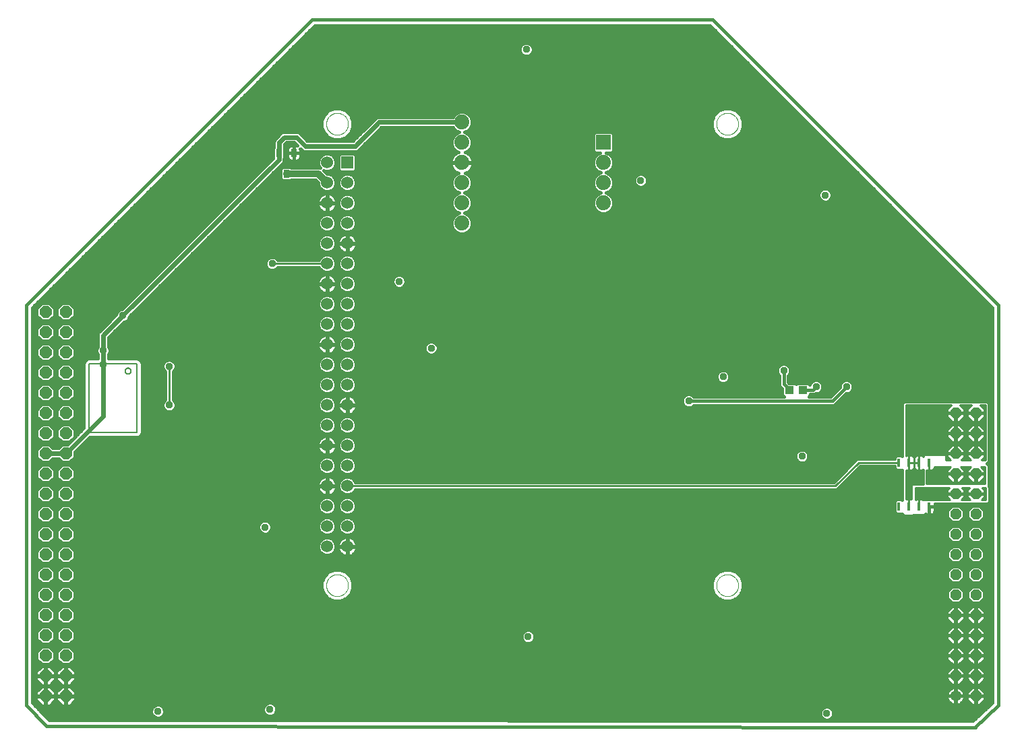
<source format=gtl>
G75*
%MOIN*%
%OFA0B0*%
%FSLAX25Y25*%
%IPPOS*%
%LPD*%
%AMOC8*
5,1,8,0,0,1.08239X$1,22.5*
%
%ADD10C,0.01600*%
%ADD11C,0.00000*%
%ADD12R,0.06000X0.06000*%
%ADD13C,0.06000*%
%ADD14R,0.07400X0.07400*%
%ADD15C,0.07400*%
%ADD16OC8,0.06000*%
%ADD17C,0.05400*%
%ADD18OC8,0.05400*%
%ADD19C,0.00500*%
%ADD20R,0.01819X0.04331*%
%ADD21R,0.02756X0.03937*%
%ADD22R,0.04331X0.03937*%
%ADD23C,0.03762*%
%ADD24C,0.01000*%
%ADD25C,0.03200*%
%ADD26C,0.02400*%
D10*
X0058905Y0179884D02*
X0048884Y0190305D01*
X0048884Y0388295D01*
X0190305Y0529716D01*
X0388295Y0529716D01*
X0529716Y0388295D01*
X0529716Y0190305D01*
X0518095Y0179184D01*
X0518195Y0179316D02*
X0059005Y0179916D01*
X0060195Y0183015D02*
X0051984Y0191554D01*
X0051984Y0387011D01*
X0191589Y0526616D01*
X0387011Y0526616D01*
X0526616Y0387011D01*
X0526616Y0191629D01*
X0516991Y0182418D01*
X0060195Y0183015D01*
X0059629Y0183603D02*
X0442850Y0183603D01*
X0442990Y0183463D02*
X0444196Y0182964D01*
X0445501Y0182964D01*
X0446707Y0183463D01*
X0447630Y0184386D01*
X0448130Y0185592D01*
X0448130Y0186898D01*
X0447630Y0188104D01*
X0446707Y0189027D01*
X0445501Y0189526D01*
X0444196Y0189526D01*
X0442990Y0189027D01*
X0442067Y0188104D01*
X0441567Y0186898D01*
X0441567Y0185592D01*
X0442067Y0184386D01*
X0442990Y0183463D01*
X0441729Y0185202D02*
X0170917Y0185202D01*
X0171307Y0185363D02*
X0172230Y0186286D01*
X0172730Y0187492D01*
X0172730Y0188798D01*
X0172230Y0190004D01*
X0171307Y0190927D01*
X0170101Y0191426D01*
X0168796Y0191426D01*
X0167590Y0190927D01*
X0166667Y0190004D01*
X0166167Y0188798D01*
X0166167Y0187492D01*
X0166667Y0186286D01*
X0167590Y0185363D01*
X0168796Y0184864D01*
X0170101Y0184864D01*
X0171307Y0185363D01*
X0172443Y0186800D02*
X0441567Y0186800D01*
X0442362Y0188399D02*
X0172730Y0188399D01*
X0172233Y0189997D02*
X0524911Y0189997D01*
X0523241Y0188399D02*
X0447335Y0188399D01*
X0448130Y0186800D02*
X0521570Y0186800D01*
X0519900Y0185202D02*
X0447968Y0185202D01*
X0446847Y0183603D02*
X0518230Y0183603D01*
X0518449Y0190345D02*
X0518449Y0194745D01*
X0518649Y0194745D01*
X0518649Y0194945D01*
X0523049Y0194945D01*
X0523049Y0196709D01*
X0520412Y0199345D01*
X0518649Y0199345D01*
X0518649Y0194945D01*
X0518449Y0194945D01*
X0518449Y0199345D01*
X0516685Y0199345D01*
X0514049Y0196709D01*
X0514049Y0194945D01*
X0518448Y0194945D01*
X0518448Y0194745D01*
X0514049Y0194745D01*
X0514049Y0192981D01*
X0516685Y0190345D01*
X0518449Y0190345D01*
X0518649Y0190345D02*
X0520412Y0190345D01*
X0523049Y0192981D01*
X0523049Y0194745D01*
X0518649Y0194745D01*
X0518649Y0190345D01*
X0518649Y0191596D02*
X0518449Y0191596D01*
X0518449Y0193194D02*
X0518649Y0193194D01*
X0518649Y0194793D02*
X0526616Y0194793D01*
X0526616Y0196391D02*
X0523049Y0196391D01*
X0521768Y0197990D02*
X0526616Y0197990D01*
X0526616Y0199588D02*
X0070593Y0199588D01*
X0070537Y0199645D02*
X0068749Y0199645D01*
X0068749Y0195045D01*
X0073349Y0195045D01*
X0073349Y0196833D01*
X0070537Y0199645D01*
X0070537Y0200045D02*
X0073349Y0202857D01*
X0073349Y0204645D01*
X0068749Y0204645D01*
X0068749Y0205045D01*
X0073349Y0205045D01*
X0073349Y0206833D01*
X0070537Y0209645D01*
X0068749Y0209645D01*
X0068749Y0205045D01*
X0068349Y0205045D01*
X0068349Y0209645D01*
X0066560Y0209645D01*
X0063749Y0206833D01*
X0063749Y0205045D01*
X0068348Y0205045D01*
X0068348Y0204645D01*
X0063749Y0204645D01*
X0063749Y0202857D01*
X0066560Y0200045D01*
X0068349Y0200045D01*
X0068349Y0204645D01*
X0068749Y0204645D01*
X0068749Y0200045D01*
X0070537Y0200045D01*
X0071679Y0201187D02*
X0505843Y0201187D01*
X0506685Y0200345D02*
X0504049Y0202981D01*
X0504049Y0204745D01*
X0508448Y0204745D01*
X0508448Y0204945D01*
X0504049Y0204945D01*
X0504049Y0206709D01*
X0506685Y0209345D01*
X0508449Y0209345D01*
X0508449Y0204945D01*
X0508649Y0204945D01*
X0513049Y0204945D01*
X0513049Y0206709D01*
X0510412Y0209345D01*
X0508649Y0209345D01*
X0508649Y0204945D01*
X0508649Y0204745D01*
X0513049Y0204745D01*
X0513049Y0202981D01*
X0510412Y0200345D01*
X0508649Y0200345D01*
X0508649Y0204745D01*
X0508449Y0204745D01*
X0508449Y0200345D01*
X0506685Y0200345D01*
X0506821Y0199015D02*
X0506190Y0198694D01*
X0505617Y0198277D01*
X0505116Y0197777D01*
X0504700Y0197203D01*
X0504378Y0196572D01*
X0504159Y0195899D01*
X0504049Y0195199D01*
X0504049Y0194945D01*
X0508448Y0194945D01*
X0508448Y0194745D01*
X0504049Y0194745D01*
X0504049Y0194491D01*
X0504159Y0193791D01*
X0504378Y0193118D01*
X0504700Y0192486D01*
X0505116Y0191913D01*
X0505617Y0191413D01*
X0506190Y0190996D01*
X0506821Y0190675D01*
X0507495Y0190456D01*
X0508194Y0190345D01*
X0508449Y0190345D01*
X0508449Y0194745D01*
X0508649Y0194745D01*
X0508649Y0194945D01*
X0513049Y0194945D01*
X0513049Y0195199D01*
X0512938Y0195899D01*
X0512719Y0196572D01*
X0512397Y0197203D01*
X0511981Y0197777D01*
X0511480Y0198277D01*
X0510907Y0198694D01*
X0510276Y0199015D01*
X0509602Y0199234D01*
X0508903Y0199345D01*
X0508649Y0199345D01*
X0508649Y0194945D01*
X0508449Y0194945D01*
X0508449Y0199345D01*
X0508194Y0199345D01*
X0507495Y0199234D01*
X0506821Y0199015D01*
X0505330Y0197990D02*
X0072192Y0197990D01*
X0073349Y0196391D02*
X0504319Y0196391D01*
X0504353Y0193194D02*
X0073349Y0193194D01*
X0073349Y0192857D02*
X0073349Y0194645D01*
X0068749Y0194645D01*
X0068749Y0195045D01*
X0068349Y0195045D01*
X0068349Y0199645D01*
X0066560Y0199645D01*
X0063749Y0196833D01*
X0063749Y0195045D01*
X0068348Y0195045D01*
X0068348Y0194645D01*
X0063749Y0194645D01*
X0063749Y0192857D01*
X0066560Y0190045D01*
X0068349Y0190045D01*
X0068349Y0194645D01*
X0068749Y0194645D01*
X0068749Y0190045D01*
X0070537Y0190045D01*
X0073349Y0192857D01*
X0072088Y0191596D02*
X0505434Y0191596D01*
X0508449Y0191596D02*
X0508649Y0191596D01*
X0508649Y0190345D02*
X0508649Y0194745D01*
X0513049Y0194745D01*
X0513049Y0194491D01*
X0512938Y0193791D01*
X0512719Y0193118D01*
X0512397Y0192486D01*
X0511981Y0191913D01*
X0511480Y0191413D01*
X0510907Y0190996D01*
X0510276Y0190675D01*
X0509602Y0190456D01*
X0508903Y0190345D01*
X0508649Y0190345D01*
X0508649Y0193194D02*
X0508449Y0193194D01*
X0508448Y0194793D02*
X0068749Y0194793D01*
X0068348Y0194793D02*
X0058749Y0194793D01*
X0058749Y0194645D02*
X0058749Y0195045D01*
X0063349Y0195045D01*
X0063349Y0196833D01*
X0060537Y0199645D01*
X0058749Y0199645D01*
X0058749Y0195045D01*
X0058349Y0195045D01*
X0058349Y0199645D01*
X0056560Y0199645D01*
X0053749Y0196833D01*
X0053749Y0195045D01*
X0058348Y0195045D01*
X0058348Y0194645D01*
X0053749Y0194645D01*
X0053749Y0192857D01*
X0056560Y0190045D01*
X0058349Y0190045D01*
X0058349Y0194645D01*
X0058749Y0194645D01*
X0063349Y0194645D01*
X0063349Y0192857D01*
X0060537Y0190045D01*
X0058749Y0190045D01*
X0058749Y0194645D01*
X0058348Y0194793D02*
X0051984Y0194793D01*
X0051984Y0196391D02*
X0053749Y0196391D01*
X0054905Y0197990D02*
X0051984Y0197990D01*
X0051984Y0199588D02*
X0056504Y0199588D01*
X0056560Y0200045D02*
X0053749Y0202857D01*
X0053749Y0204645D01*
X0058348Y0204645D01*
X0058348Y0205045D01*
X0053749Y0205045D01*
X0053749Y0206833D01*
X0056560Y0209645D01*
X0058349Y0209645D01*
X0058349Y0205045D01*
X0058749Y0205045D01*
X0063349Y0205045D01*
X0063349Y0206833D01*
X0060537Y0209645D01*
X0058749Y0209645D01*
X0058749Y0205045D01*
X0058749Y0204645D01*
X0063349Y0204645D01*
X0063349Y0202857D01*
X0060537Y0200045D01*
X0058749Y0200045D01*
X0058749Y0204645D01*
X0058349Y0204645D01*
X0058349Y0200045D01*
X0056560Y0200045D01*
X0055418Y0201187D02*
X0051984Y0201187D01*
X0051984Y0202785D02*
X0053820Y0202785D01*
X0053749Y0204384D02*
X0051984Y0204384D01*
X0051984Y0205982D02*
X0053749Y0205982D01*
X0054496Y0207581D02*
X0051984Y0207581D01*
X0051984Y0209179D02*
X0056095Y0209179D01*
X0056726Y0210445D02*
X0060371Y0210445D01*
X0062949Y0213022D01*
X0062949Y0216667D01*
X0060371Y0219245D01*
X0056726Y0219245D01*
X0054149Y0216667D01*
X0054149Y0213022D01*
X0056726Y0210445D01*
X0056393Y0210778D02*
X0051984Y0210778D01*
X0051984Y0212376D02*
X0054794Y0212376D01*
X0054149Y0213975D02*
X0051984Y0213975D01*
X0051984Y0215573D02*
X0054149Y0215573D01*
X0054653Y0217172D02*
X0051984Y0217172D01*
X0051984Y0218771D02*
X0056252Y0218771D01*
X0056726Y0220445D02*
X0060371Y0220445D01*
X0062949Y0223022D01*
X0062949Y0226667D01*
X0060371Y0229245D01*
X0056726Y0229245D01*
X0054149Y0226667D01*
X0054149Y0223022D01*
X0056726Y0220445D01*
X0055203Y0221968D02*
X0051984Y0221968D01*
X0051984Y0223566D02*
X0054149Y0223566D01*
X0054149Y0225165D02*
X0051984Y0225165D01*
X0051984Y0226763D02*
X0054244Y0226763D01*
X0055843Y0228362D02*
X0051984Y0228362D01*
X0051984Y0229960D02*
X0526616Y0229960D01*
X0526616Y0228362D02*
X0521396Y0228362D01*
X0520412Y0229345D02*
X0523049Y0226709D01*
X0523049Y0224945D01*
X0518649Y0224945D01*
X0518649Y0224745D01*
X0523049Y0224745D01*
X0523049Y0222981D01*
X0520412Y0220345D01*
X0518649Y0220345D01*
X0518649Y0224745D01*
X0518449Y0224745D01*
X0518449Y0220345D01*
X0516685Y0220345D01*
X0514049Y0222981D01*
X0514049Y0224745D01*
X0518448Y0224745D01*
X0518448Y0224945D01*
X0514049Y0224945D01*
X0514049Y0226709D01*
X0516685Y0229345D01*
X0518449Y0229345D01*
X0518449Y0224945D01*
X0518649Y0224945D01*
X0518649Y0229345D01*
X0520412Y0229345D01*
X0520412Y0230345D02*
X0523049Y0232981D01*
X0523049Y0234745D01*
X0518649Y0234745D01*
X0518649Y0234945D01*
X0523049Y0234945D01*
X0523049Y0236709D01*
X0520412Y0239345D01*
X0518649Y0239345D01*
X0518649Y0234945D01*
X0518449Y0234945D01*
X0518449Y0239345D01*
X0516685Y0239345D01*
X0514049Y0236709D01*
X0514049Y0234945D01*
X0518448Y0234945D01*
X0518448Y0234745D01*
X0514049Y0234745D01*
X0514049Y0232981D01*
X0516685Y0230345D01*
X0518449Y0230345D01*
X0518449Y0234745D01*
X0518649Y0234745D01*
X0518649Y0230345D01*
X0520412Y0230345D01*
X0521626Y0231559D02*
X0526616Y0231559D01*
X0526616Y0233157D02*
X0523049Y0233157D01*
X0523049Y0236354D02*
X0526616Y0236354D01*
X0526616Y0234756D02*
X0518649Y0234756D01*
X0518448Y0234756D02*
X0508649Y0234756D01*
X0508649Y0234745D02*
X0508649Y0234945D01*
X0513049Y0234945D01*
X0513049Y0236709D01*
X0510412Y0239345D01*
X0508649Y0239345D01*
X0508649Y0234945D01*
X0508449Y0234945D01*
X0508449Y0239345D01*
X0506685Y0239345D01*
X0504049Y0236709D01*
X0504049Y0234945D01*
X0508448Y0234945D01*
X0508448Y0234745D01*
X0504049Y0234745D01*
X0504049Y0232981D01*
X0506685Y0230345D01*
X0508449Y0230345D01*
X0508449Y0234745D01*
X0508649Y0234745D01*
X0513049Y0234745D01*
X0513049Y0232981D01*
X0510412Y0230345D01*
X0508649Y0230345D01*
X0508649Y0234745D01*
X0508448Y0234756D02*
X0072949Y0234756D01*
X0072949Y0236354D02*
X0504049Y0236354D01*
X0505292Y0237953D02*
X0071663Y0237953D01*
X0072949Y0236667D02*
X0070371Y0239245D01*
X0066726Y0239245D01*
X0064149Y0236667D01*
X0064149Y0233022D01*
X0066726Y0230445D01*
X0070371Y0230445D01*
X0072949Y0233022D01*
X0072949Y0236667D01*
X0072949Y0233157D02*
X0504049Y0233157D01*
X0505471Y0231559D02*
X0071485Y0231559D01*
X0070371Y0229245D02*
X0066726Y0229245D01*
X0064149Y0226667D01*
X0064149Y0223022D01*
X0066726Y0220445D01*
X0070371Y0220445D01*
X0072949Y0223022D01*
X0072949Y0226667D01*
X0070371Y0229245D01*
X0071254Y0228362D02*
X0505701Y0228362D01*
X0506685Y0229345D02*
X0504049Y0226709D01*
X0504049Y0224945D01*
X0508448Y0224945D01*
X0508448Y0224745D01*
X0504049Y0224745D01*
X0504049Y0222981D01*
X0506685Y0220345D01*
X0508449Y0220345D01*
X0508449Y0224745D01*
X0508649Y0224745D01*
X0508649Y0224945D01*
X0513049Y0224945D01*
X0513049Y0226709D01*
X0510412Y0229345D01*
X0508649Y0229345D01*
X0508649Y0224945D01*
X0508449Y0224945D01*
X0508449Y0229345D01*
X0506685Y0229345D01*
X0508449Y0228362D02*
X0508649Y0228362D01*
X0508649Y0226763D02*
X0508449Y0226763D01*
X0508449Y0225165D02*
X0508649Y0225165D01*
X0508649Y0224745D02*
X0513049Y0224745D01*
X0513049Y0222981D01*
X0510412Y0220345D01*
X0508649Y0220345D01*
X0508649Y0224745D01*
X0508649Y0223566D02*
X0508449Y0223566D01*
X0508449Y0221968D02*
X0508649Y0221968D01*
X0508649Y0220369D02*
X0508449Y0220369D01*
X0508449Y0219345D02*
X0506685Y0219345D01*
X0504049Y0216709D01*
X0504049Y0214945D01*
X0508448Y0214945D01*
X0508448Y0214745D01*
X0504049Y0214745D01*
X0504049Y0212981D01*
X0506685Y0210345D01*
X0508449Y0210345D01*
X0508449Y0214745D01*
X0508649Y0214745D01*
X0508649Y0214945D01*
X0513049Y0214945D01*
X0513049Y0216709D01*
X0510412Y0219345D01*
X0508649Y0219345D01*
X0508649Y0214945D01*
X0508449Y0214945D01*
X0508449Y0219345D01*
X0508449Y0218771D02*
X0508649Y0218771D01*
X0508649Y0217172D02*
X0508449Y0217172D01*
X0508449Y0215573D02*
X0508649Y0215573D01*
X0508649Y0214745D02*
X0513049Y0214745D01*
X0513049Y0212981D01*
X0510412Y0210345D01*
X0508649Y0210345D01*
X0508649Y0214745D01*
X0508649Y0213975D02*
X0508449Y0213975D01*
X0508449Y0212376D02*
X0508649Y0212376D01*
X0508649Y0210778D02*
X0508449Y0210778D01*
X0508449Y0209179D02*
X0508649Y0209179D01*
X0508649Y0207581D02*
X0508449Y0207581D01*
X0508449Y0205982D02*
X0508649Y0205982D01*
X0508649Y0204384D02*
X0508449Y0204384D01*
X0508449Y0202785D02*
X0508649Y0202785D01*
X0508649Y0201187D02*
X0508449Y0201187D01*
X0511254Y0201187D02*
X0515843Y0201187D01*
X0516685Y0200345D02*
X0514049Y0202981D01*
X0514049Y0204745D01*
X0518448Y0204745D01*
X0518448Y0204945D01*
X0514049Y0204945D01*
X0514049Y0206709D01*
X0516685Y0209345D01*
X0518449Y0209345D01*
X0518449Y0204945D01*
X0518649Y0204945D01*
X0523049Y0204945D01*
X0523049Y0206709D01*
X0520412Y0209345D01*
X0518649Y0209345D01*
X0518649Y0204945D01*
X0518649Y0204745D01*
X0523049Y0204745D01*
X0523049Y0202981D01*
X0520412Y0200345D01*
X0518649Y0200345D01*
X0518649Y0204745D01*
X0518449Y0204745D01*
X0518449Y0200345D01*
X0516685Y0200345D01*
X0518449Y0201187D02*
X0518649Y0201187D01*
X0518649Y0202785D02*
X0518449Y0202785D01*
X0518449Y0204384D02*
X0518649Y0204384D01*
X0518649Y0205982D02*
X0518449Y0205982D01*
X0518449Y0207581D02*
X0518649Y0207581D01*
X0518649Y0209179D02*
X0518449Y0209179D01*
X0518449Y0210345D02*
X0518449Y0214745D01*
X0518649Y0214745D01*
X0518649Y0214945D01*
X0523049Y0214945D01*
X0523049Y0216709D01*
X0520412Y0219345D01*
X0518649Y0219345D01*
X0518649Y0214945D01*
X0518449Y0214945D01*
X0518449Y0219345D01*
X0516685Y0219345D01*
X0514049Y0216709D01*
X0514049Y0214945D01*
X0518448Y0214945D01*
X0518448Y0214745D01*
X0514049Y0214745D01*
X0514049Y0212981D01*
X0516685Y0210345D01*
X0518449Y0210345D01*
X0518649Y0210345D02*
X0520412Y0210345D01*
X0523049Y0212981D01*
X0523049Y0214745D01*
X0518649Y0214745D01*
X0518649Y0210345D01*
X0518649Y0210778D02*
X0518449Y0210778D01*
X0518449Y0212376D02*
X0518649Y0212376D01*
X0518649Y0213975D02*
X0518449Y0213975D01*
X0518449Y0215573D02*
X0518649Y0215573D01*
X0518649Y0217172D02*
X0518449Y0217172D01*
X0518449Y0218771D02*
X0518649Y0218771D01*
X0518649Y0220369D02*
X0518449Y0220369D01*
X0518449Y0221968D02*
X0518649Y0221968D01*
X0518649Y0223566D02*
X0518449Y0223566D01*
X0518449Y0225165D02*
X0518649Y0225165D01*
X0518649Y0226763D02*
X0518449Y0226763D01*
X0518449Y0228362D02*
X0518649Y0228362D01*
X0515701Y0228362D02*
X0511396Y0228362D01*
X0512994Y0226763D02*
X0514103Y0226763D01*
X0514049Y0225165D02*
X0513049Y0225165D01*
X0513049Y0223566D02*
X0514049Y0223566D01*
X0515062Y0221968D02*
X0512035Y0221968D01*
X0510437Y0220369D02*
X0516661Y0220369D01*
X0516110Y0218771D02*
X0510987Y0218771D01*
X0512585Y0217172D02*
X0514512Y0217172D01*
X0514049Y0215573D02*
X0513049Y0215573D01*
X0513049Y0213975D02*
X0514049Y0213975D01*
X0514653Y0212376D02*
X0512444Y0212376D01*
X0510846Y0210778D02*
X0516252Y0210778D01*
X0516519Y0209179D02*
X0510578Y0209179D01*
X0512177Y0207581D02*
X0514921Y0207581D01*
X0514049Y0205982D02*
X0513049Y0205982D01*
X0513049Y0204384D02*
X0514049Y0204384D01*
X0514244Y0202785D02*
X0512853Y0202785D01*
X0511768Y0197990D02*
X0515330Y0197990D01*
X0514049Y0196391D02*
X0512778Y0196391D01*
X0512744Y0193194D02*
X0514049Y0193194D01*
X0515434Y0191596D02*
X0511663Y0191596D01*
X0508649Y0194793D02*
X0518448Y0194793D01*
X0518449Y0196391D02*
X0518649Y0196391D01*
X0518649Y0197990D02*
X0518449Y0197990D01*
X0521254Y0201187D02*
X0526616Y0201187D01*
X0526616Y0202785D02*
X0522853Y0202785D01*
X0523049Y0204384D02*
X0526616Y0204384D01*
X0526616Y0205982D02*
X0523049Y0205982D01*
X0522177Y0207581D02*
X0526616Y0207581D01*
X0526616Y0209179D02*
X0520578Y0209179D01*
X0520846Y0210778D02*
X0526616Y0210778D01*
X0526616Y0212376D02*
X0522444Y0212376D01*
X0523049Y0213975D02*
X0526616Y0213975D01*
X0526616Y0215573D02*
X0523049Y0215573D01*
X0522585Y0217172D02*
X0526616Y0217172D01*
X0526616Y0218771D02*
X0520987Y0218771D01*
X0520437Y0220369D02*
X0526616Y0220369D01*
X0526616Y0221968D02*
X0522035Y0221968D01*
X0523049Y0223566D02*
X0526616Y0223566D01*
X0526616Y0225165D02*
X0523049Y0225165D01*
X0522994Y0226763D02*
X0526616Y0226763D01*
X0518649Y0231559D02*
X0518449Y0231559D01*
X0518449Y0233157D02*
X0518649Y0233157D01*
X0518649Y0236354D02*
X0518449Y0236354D01*
X0518449Y0237953D02*
X0518649Y0237953D01*
X0521805Y0237953D02*
X0526616Y0237953D01*
X0526616Y0239551D02*
X0051984Y0239551D01*
X0051984Y0237953D02*
X0055434Y0237953D01*
X0054149Y0236667D02*
X0056726Y0239245D01*
X0060371Y0239245D01*
X0062949Y0236667D01*
X0062949Y0233022D01*
X0060371Y0230445D01*
X0056726Y0230445D01*
X0054149Y0233022D01*
X0054149Y0236667D01*
X0054149Y0236354D02*
X0051984Y0236354D01*
X0051984Y0234756D02*
X0054149Y0234756D01*
X0054149Y0233157D02*
X0051984Y0233157D01*
X0051984Y0231559D02*
X0055612Y0231559D01*
X0061485Y0231559D02*
X0065612Y0231559D01*
X0064149Y0233157D02*
X0062949Y0233157D01*
X0062949Y0234756D02*
X0064149Y0234756D01*
X0064149Y0236354D02*
X0062949Y0236354D01*
X0061663Y0237953D02*
X0065434Y0237953D01*
X0066726Y0240445D02*
X0070371Y0240445D01*
X0072949Y0243022D01*
X0072949Y0246667D01*
X0070371Y0249245D01*
X0066726Y0249245D01*
X0064149Y0246667D01*
X0064149Y0243022D01*
X0066726Y0240445D01*
X0066021Y0241150D02*
X0061076Y0241150D01*
X0060371Y0240445D02*
X0062949Y0243022D01*
X0062949Y0246667D01*
X0060371Y0249245D01*
X0056726Y0249245D01*
X0054149Y0246667D01*
X0054149Y0243022D01*
X0056726Y0240445D01*
X0060371Y0240445D01*
X0062674Y0242748D02*
X0064423Y0242748D01*
X0064149Y0244347D02*
X0062949Y0244347D01*
X0062949Y0245945D02*
X0064149Y0245945D01*
X0065025Y0247544D02*
X0062072Y0247544D01*
X0060474Y0249142D02*
X0066623Y0249142D01*
X0066726Y0250445D02*
X0070371Y0250445D01*
X0072949Y0253022D01*
X0072949Y0256667D01*
X0070371Y0259245D01*
X0066726Y0259245D01*
X0064149Y0256667D01*
X0064149Y0253022D01*
X0066726Y0250445D01*
X0066430Y0250741D02*
X0060667Y0250741D01*
X0060371Y0250445D02*
X0062949Y0253022D01*
X0062949Y0256667D01*
X0060371Y0259245D01*
X0056726Y0259245D01*
X0054149Y0256667D01*
X0054149Y0253022D01*
X0056726Y0250445D01*
X0060371Y0250445D01*
X0062265Y0252339D02*
X0064832Y0252339D01*
X0064149Y0253938D02*
X0062949Y0253938D01*
X0062949Y0255536D02*
X0064149Y0255536D01*
X0064616Y0257135D02*
X0062481Y0257135D01*
X0060883Y0258733D02*
X0066214Y0258733D01*
X0066726Y0260445D02*
X0070371Y0260445D01*
X0072949Y0263022D01*
X0072949Y0266667D01*
X0070371Y0269245D01*
X0066726Y0269245D01*
X0064149Y0266667D01*
X0064149Y0263022D01*
X0066726Y0260445D01*
X0065241Y0261930D02*
X0061856Y0261930D01*
X0062949Y0263022D02*
X0060371Y0260445D01*
X0056726Y0260445D01*
X0054149Y0263022D01*
X0054149Y0266667D01*
X0056726Y0269245D01*
X0060371Y0269245D01*
X0062949Y0266667D01*
X0062949Y0263022D01*
X0062949Y0263529D02*
X0064149Y0263529D01*
X0064149Y0265127D02*
X0062949Y0265127D01*
X0062890Y0266726D02*
X0064207Y0266726D01*
X0065805Y0268324D02*
X0061292Y0268324D01*
X0060371Y0270445D02*
X0062949Y0273022D01*
X0062949Y0276667D01*
X0060371Y0279245D01*
X0056726Y0279245D01*
X0054149Y0276667D01*
X0054149Y0273022D01*
X0056726Y0270445D01*
X0060371Y0270445D01*
X0061448Y0271521D02*
X0065650Y0271521D01*
X0066726Y0270445D02*
X0070371Y0270445D01*
X0072949Y0273022D01*
X0072949Y0276667D01*
X0070371Y0279245D01*
X0066726Y0279245D01*
X0064149Y0276667D01*
X0064149Y0273022D01*
X0066726Y0270445D01*
X0064149Y0273120D02*
X0062949Y0273120D01*
X0062949Y0274718D02*
X0064149Y0274718D01*
X0064149Y0276317D02*
X0062949Y0276317D01*
X0061701Y0277915D02*
X0065397Y0277915D01*
X0066726Y0280445D02*
X0070371Y0280445D01*
X0072949Y0283022D01*
X0072949Y0286667D01*
X0070371Y0289245D01*
X0066726Y0289245D01*
X0064149Y0286667D01*
X0064149Y0283022D01*
X0066726Y0280445D01*
X0066059Y0281112D02*
X0061039Y0281112D01*
X0060371Y0280445D02*
X0062949Y0283022D01*
X0062949Y0286667D01*
X0060371Y0289245D01*
X0056726Y0289245D01*
X0054149Y0286667D01*
X0054149Y0283022D01*
X0056726Y0280445D01*
X0060371Y0280445D01*
X0062637Y0282711D02*
X0064460Y0282711D01*
X0064149Y0284309D02*
X0062949Y0284309D01*
X0062949Y0285908D02*
X0064149Y0285908D01*
X0064988Y0287507D02*
X0062110Y0287507D01*
X0060511Y0289105D02*
X0066586Y0289105D01*
X0066726Y0290445D02*
X0070371Y0290445D01*
X0072949Y0293022D01*
X0072949Y0296667D01*
X0070371Y0299245D01*
X0066726Y0299245D01*
X0064149Y0296667D01*
X0064149Y0293022D01*
X0066726Y0290445D01*
X0066467Y0290704D02*
X0060630Y0290704D01*
X0060371Y0290445D02*
X0062949Y0293022D01*
X0062949Y0296667D01*
X0060371Y0299245D01*
X0056726Y0299245D01*
X0054149Y0296667D01*
X0054149Y0293022D01*
X0056726Y0290445D01*
X0060371Y0290445D01*
X0062228Y0292302D02*
X0064869Y0292302D01*
X0064149Y0293901D02*
X0062949Y0293901D01*
X0062949Y0295499D02*
X0064149Y0295499D01*
X0064579Y0297098D02*
X0062518Y0297098D01*
X0060920Y0298696D02*
X0066177Y0298696D01*
X0066726Y0300445D02*
X0070371Y0300445D01*
X0072949Y0303022D01*
X0072949Y0306667D01*
X0070371Y0309245D01*
X0066726Y0309245D01*
X0064149Y0306667D01*
X0064149Y0303022D01*
X0066726Y0300445D01*
X0065278Y0301893D02*
X0061819Y0301893D01*
X0062949Y0303022D02*
X0060371Y0300445D01*
X0056726Y0300445D01*
X0054149Y0303022D01*
X0054149Y0306667D01*
X0056726Y0309245D01*
X0060371Y0309245D01*
X0062949Y0306667D01*
X0062949Y0303022D01*
X0062949Y0303492D02*
X0064149Y0303492D01*
X0064149Y0305090D02*
X0062949Y0305090D01*
X0062927Y0306689D02*
X0064170Y0306689D01*
X0065768Y0308287D02*
X0061329Y0308287D01*
X0060371Y0310445D02*
X0062171Y0312245D01*
X0064926Y0312245D01*
X0066726Y0310445D01*
X0070371Y0310445D01*
X0072949Y0313022D01*
X0072949Y0315568D01*
X0080207Y0322826D01*
X0104149Y0322826D01*
X0105087Y0323215D01*
X0105804Y0323932D01*
X0106192Y0324869D01*
X0106192Y0359742D01*
X0105804Y0360679D01*
X0105087Y0361396D01*
X0104149Y0361785D01*
X0089649Y0361785D01*
X0089649Y0363805D01*
X0089830Y0363986D01*
X0090330Y0365192D01*
X0090330Y0366498D01*
X0089830Y0367704D01*
X0089649Y0367885D01*
X0089649Y0372268D01*
X0097194Y0379814D01*
X0097451Y0379814D01*
X0098657Y0380313D01*
X0099580Y0381236D01*
X0100080Y0382442D01*
X0100080Y0382699D01*
X0176072Y0458692D01*
X0176468Y0459647D01*
X0176468Y0460719D01*
X0176646Y0460897D01*
X0176646Y0463102D01*
X0176649Y0463108D01*
X0176649Y0467768D01*
X0177625Y0468745D01*
X0181472Y0468745D01*
X0183018Y0467199D01*
X0182963Y0467213D01*
X0181349Y0467213D01*
X0181349Y0463445D01*
X0184526Y0463445D01*
X0184526Y0465650D01*
X0184512Y0465705D01*
X0185576Y0464641D01*
X0186531Y0464245D01*
X0212066Y0464245D01*
X0213021Y0464641D01*
X0213753Y0465372D01*
X0224525Y0476145D01*
X0259905Y0476145D01*
X0260025Y0475856D01*
X0261460Y0474421D01*
X0263093Y0473745D01*
X0261460Y0473069D01*
X0260025Y0471634D01*
X0259249Y0469759D01*
X0259249Y0467730D01*
X0260025Y0465856D01*
X0261460Y0464421D01*
X0262585Y0463955D01*
X0262237Y0463842D01*
X0261466Y0463449D01*
X0260766Y0462940D01*
X0260153Y0462328D01*
X0259645Y0461628D01*
X0259252Y0460856D01*
X0258984Y0460033D01*
X0258849Y0459178D01*
X0258849Y0458945D01*
X0264148Y0458945D01*
X0264148Y0458545D01*
X0258849Y0458545D01*
X0258849Y0458312D01*
X0258984Y0457457D01*
X0259252Y0456634D01*
X0259645Y0455862D01*
X0260153Y0455162D01*
X0260766Y0454550D01*
X0261466Y0454041D01*
X0262237Y0453648D01*
X0262585Y0453535D01*
X0261460Y0453069D01*
X0260025Y0451634D01*
X0259249Y0449759D01*
X0259249Y0447730D01*
X0260025Y0445856D01*
X0261460Y0444421D01*
X0263093Y0443745D01*
X0261460Y0443069D01*
X0260025Y0441634D01*
X0259249Y0439759D01*
X0259249Y0437730D01*
X0260025Y0435856D01*
X0261460Y0434421D01*
X0263093Y0433745D01*
X0261460Y0433069D01*
X0260025Y0431634D01*
X0259249Y0429759D01*
X0259249Y0427730D01*
X0260025Y0425856D01*
X0261460Y0424421D01*
X0263334Y0423645D01*
X0265363Y0423645D01*
X0267237Y0424421D01*
X0268672Y0425856D01*
X0269449Y0427730D01*
X0269449Y0429759D01*
X0268672Y0431634D01*
X0267237Y0433069D01*
X0265604Y0433745D01*
X0267237Y0434421D01*
X0268672Y0435856D01*
X0269449Y0437730D01*
X0269449Y0439759D01*
X0268672Y0441634D01*
X0267237Y0443069D01*
X0265604Y0443745D01*
X0267237Y0444421D01*
X0268672Y0445856D01*
X0269449Y0447730D01*
X0269449Y0449759D01*
X0268672Y0451634D01*
X0267237Y0453069D01*
X0266112Y0453535D01*
X0266460Y0453648D01*
X0267231Y0454041D01*
X0267932Y0454550D01*
X0268544Y0455162D01*
X0269053Y0455862D01*
X0269446Y0456634D01*
X0269713Y0457457D01*
X0269849Y0458312D01*
X0269849Y0458545D01*
X0264549Y0458545D01*
X0264549Y0458945D01*
X0269849Y0458945D01*
X0269849Y0459178D01*
X0269713Y0460033D01*
X0269446Y0460856D01*
X0269053Y0461628D01*
X0268544Y0462328D01*
X0267932Y0462940D01*
X0267231Y0463449D01*
X0266460Y0463842D01*
X0266112Y0463955D01*
X0267237Y0464421D01*
X0268672Y0465856D01*
X0269449Y0467730D01*
X0269449Y0469759D01*
X0268672Y0471634D01*
X0267237Y0473069D01*
X0265604Y0473745D01*
X0267237Y0474421D01*
X0268672Y0475856D01*
X0269449Y0477730D01*
X0269449Y0479759D01*
X0268672Y0481634D01*
X0267237Y0483069D01*
X0265363Y0483845D01*
X0263334Y0483845D01*
X0261460Y0483069D01*
X0260025Y0481634D01*
X0259905Y0481345D01*
X0222931Y0481345D01*
X0221976Y0480949D01*
X0210472Y0469445D01*
X0188125Y0469445D01*
X0184753Y0472818D01*
X0184021Y0473549D01*
X0183066Y0473945D01*
X0176031Y0473945D01*
X0175076Y0473549D01*
X0172576Y0471049D01*
X0171844Y0470318D01*
X0171449Y0469362D01*
X0171449Y0466352D01*
X0171090Y0465993D01*
X0171090Y0461064D01*
X0096403Y0386376D01*
X0096146Y0386376D01*
X0094940Y0385877D01*
X0094017Y0384954D01*
X0093517Y0383748D01*
X0093517Y0383491D01*
X0085576Y0375549D01*
X0084844Y0374818D01*
X0084449Y0373862D01*
X0084449Y0367885D01*
X0084267Y0367704D01*
X0083767Y0366498D01*
X0083767Y0365192D01*
X0084267Y0363986D01*
X0084449Y0363805D01*
X0084449Y0361785D01*
X0079513Y0361785D01*
X0078576Y0361396D01*
X0077858Y0360679D01*
X0077470Y0359742D01*
X0077470Y0327444D01*
X0069272Y0319245D01*
X0066726Y0319245D01*
X0064926Y0317445D01*
X0062171Y0317445D01*
X0060371Y0319245D01*
X0056726Y0319245D01*
X0054149Y0316667D01*
X0054149Y0313022D01*
X0056726Y0310445D01*
X0060371Y0310445D01*
X0061410Y0311484D02*
X0065687Y0311484D01*
X0071410Y0311484D02*
X0194166Y0311484D01*
X0194000Y0311318D02*
X0193330Y0309700D01*
X0193330Y0307950D01*
X0194000Y0306333D01*
X0195237Y0305095D01*
X0196854Y0304425D01*
X0198605Y0304425D01*
X0200222Y0305095D01*
X0201460Y0306333D01*
X0202130Y0307950D01*
X0202130Y0309700D01*
X0201460Y0311318D01*
X0200222Y0312555D01*
X0198605Y0313225D01*
X0196854Y0313225D01*
X0195237Y0312555D01*
X0194000Y0311318D01*
X0193406Y0309886D02*
X0051984Y0309886D01*
X0051984Y0311484D02*
X0055687Y0311484D01*
X0054149Y0313083D02*
X0051984Y0313083D01*
X0051984Y0314681D02*
X0054149Y0314681D01*
X0054149Y0316280D02*
X0051984Y0316280D01*
X0051984Y0317878D02*
X0055359Y0317878D01*
X0056726Y0320445D02*
X0060371Y0320445D01*
X0062949Y0323022D01*
X0062949Y0326667D01*
X0060371Y0329245D01*
X0056726Y0329245D01*
X0054149Y0326667D01*
X0054149Y0323022D01*
X0056726Y0320445D01*
X0056096Y0321075D02*
X0051984Y0321075D01*
X0051984Y0319477D02*
X0069503Y0319477D01*
X0070371Y0320445D02*
X0072949Y0323022D01*
X0072949Y0326667D01*
X0070371Y0329245D01*
X0066726Y0329245D01*
X0064149Y0326667D01*
X0064149Y0323022D01*
X0066726Y0320445D01*
X0070371Y0320445D01*
X0071001Y0321075D02*
X0071102Y0321075D01*
X0072600Y0322674D02*
X0072700Y0322674D01*
X0072949Y0324272D02*
X0074299Y0324272D01*
X0072949Y0325871D02*
X0075897Y0325871D01*
X0077470Y0327469D02*
X0072147Y0327469D01*
X0070548Y0329068D02*
X0077470Y0329068D01*
X0077470Y0330666D02*
X0070592Y0330666D01*
X0070371Y0330445D02*
X0072949Y0333022D01*
X0072949Y0336667D01*
X0070371Y0339245D01*
X0066726Y0339245D01*
X0064149Y0336667D01*
X0064149Y0333022D01*
X0066726Y0330445D01*
X0070371Y0330445D01*
X0072191Y0332265D02*
X0077470Y0332265D01*
X0077470Y0333863D02*
X0072949Y0333863D01*
X0072949Y0335462D02*
X0077470Y0335462D01*
X0077470Y0337060D02*
X0072556Y0337060D01*
X0070957Y0338659D02*
X0077470Y0338659D01*
X0077470Y0340257D02*
X0051984Y0340257D01*
X0051984Y0338659D02*
X0056140Y0338659D01*
X0056726Y0339245D02*
X0054149Y0336667D01*
X0054149Y0333022D01*
X0056726Y0330445D01*
X0060371Y0330445D01*
X0062949Y0333022D01*
X0062949Y0336667D01*
X0060371Y0339245D01*
X0056726Y0339245D01*
X0056726Y0340445D02*
X0060371Y0340445D01*
X0062949Y0343022D01*
X0062949Y0346667D01*
X0060371Y0349245D01*
X0056726Y0349245D01*
X0054149Y0346667D01*
X0054149Y0343022D01*
X0056726Y0340445D01*
X0055315Y0341856D02*
X0051984Y0341856D01*
X0051984Y0343454D02*
X0054149Y0343454D01*
X0054149Y0345053D02*
X0051984Y0345053D01*
X0051984Y0346651D02*
X0054149Y0346651D01*
X0055731Y0348250D02*
X0051984Y0348250D01*
X0051984Y0349848D02*
X0077470Y0349848D01*
X0077470Y0348250D02*
X0071366Y0348250D01*
X0070371Y0349245D02*
X0066726Y0349245D01*
X0064149Y0346667D01*
X0064149Y0343022D01*
X0066726Y0340445D01*
X0070371Y0340445D01*
X0072949Y0343022D01*
X0072949Y0346667D01*
X0070371Y0349245D01*
X0070371Y0350445D02*
X0072949Y0353022D01*
X0072949Y0356667D01*
X0070371Y0359245D01*
X0066726Y0359245D01*
X0064149Y0356667D01*
X0064149Y0353022D01*
X0066726Y0350445D01*
X0070371Y0350445D01*
X0071373Y0351447D02*
X0077470Y0351447D01*
X0077470Y0353045D02*
X0072949Y0353045D01*
X0072949Y0354644D02*
X0077470Y0354644D01*
X0077470Y0356242D02*
X0072949Y0356242D01*
X0071775Y0357841D02*
X0077470Y0357841D01*
X0077470Y0359440D02*
X0051984Y0359440D01*
X0051984Y0361038D02*
X0056133Y0361038D01*
X0056726Y0360445D02*
X0060371Y0360445D01*
X0062949Y0363022D01*
X0062949Y0366667D01*
X0060371Y0369245D01*
X0056726Y0369245D01*
X0054149Y0366667D01*
X0054149Y0363022D01*
X0056726Y0360445D01*
X0056726Y0359245D02*
X0054149Y0356667D01*
X0054149Y0353022D01*
X0056726Y0350445D01*
X0060371Y0350445D01*
X0062949Y0353022D01*
X0062949Y0356667D01*
X0060371Y0359245D01*
X0056726Y0359245D01*
X0055322Y0357841D02*
X0051984Y0357841D01*
X0051984Y0356242D02*
X0054149Y0356242D01*
X0054149Y0354644D02*
X0051984Y0354644D01*
X0051984Y0353045D02*
X0054149Y0353045D01*
X0055724Y0351447D02*
X0051984Y0351447D01*
X0061373Y0351447D02*
X0065724Y0351447D01*
X0064149Y0353045D02*
X0062949Y0353045D01*
X0062949Y0354644D02*
X0064149Y0354644D01*
X0064149Y0356242D02*
X0062949Y0356242D01*
X0061775Y0357841D02*
X0065322Y0357841D01*
X0066726Y0360445D02*
X0070371Y0360445D01*
X0072949Y0363022D01*
X0072949Y0366667D01*
X0070371Y0369245D01*
X0066726Y0369245D01*
X0064149Y0366667D01*
X0064149Y0363022D01*
X0066726Y0360445D01*
X0066133Y0361038D02*
X0060964Y0361038D01*
X0062563Y0362637D02*
X0064534Y0362637D01*
X0064149Y0364235D02*
X0062949Y0364235D01*
X0062949Y0365834D02*
X0064149Y0365834D01*
X0064913Y0367432D02*
X0062184Y0367432D01*
X0060585Y0369031D02*
X0066512Y0369031D01*
X0066726Y0370445D02*
X0070371Y0370445D01*
X0072949Y0373022D01*
X0072949Y0376667D01*
X0070371Y0379245D01*
X0066726Y0379245D01*
X0064149Y0376667D01*
X0064149Y0373022D01*
X0066726Y0370445D01*
X0066542Y0370629D02*
X0060555Y0370629D01*
X0060371Y0370445D02*
X0062949Y0373022D01*
X0062949Y0376667D01*
X0060371Y0379245D01*
X0056726Y0379245D01*
X0054149Y0376667D01*
X0054149Y0373022D01*
X0056726Y0370445D01*
X0060371Y0370445D01*
X0062154Y0372228D02*
X0064943Y0372228D01*
X0064149Y0373826D02*
X0062949Y0373826D01*
X0062949Y0375425D02*
X0064149Y0375425D01*
X0064504Y0377023D02*
X0062593Y0377023D01*
X0060994Y0378622D02*
X0066103Y0378622D01*
X0066726Y0380445D02*
X0070371Y0380445D01*
X0072949Y0383022D01*
X0072949Y0386667D01*
X0070371Y0389245D01*
X0066726Y0389245D01*
X0064149Y0386667D01*
X0064149Y0383022D01*
X0066726Y0380445D01*
X0065352Y0381819D02*
X0061745Y0381819D01*
X0062949Y0383022D02*
X0060371Y0380445D01*
X0056726Y0380445D01*
X0054149Y0383022D01*
X0054149Y0386667D01*
X0056726Y0389245D01*
X0060371Y0389245D01*
X0062949Y0386667D01*
X0062949Y0383022D01*
X0062949Y0383417D02*
X0064149Y0383417D01*
X0064149Y0385016D02*
X0062949Y0385016D01*
X0062949Y0386614D02*
X0064149Y0386614D01*
X0065694Y0388213D02*
X0061403Y0388213D01*
X0055694Y0388213D02*
X0053186Y0388213D01*
X0054149Y0386614D02*
X0051984Y0386614D01*
X0051984Y0385016D02*
X0054149Y0385016D01*
X0054149Y0383417D02*
X0051984Y0383417D01*
X0051984Y0381819D02*
X0055352Y0381819D01*
X0056103Y0378622D02*
X0051984Y0378622D01*
X0051984Y0380220D02*
X0090247Y0380220D01*
X0091845Y0381819D02*
X0071745Y0381819D01*
X0072949Y0383417D02*
X0093444Y0383417D01*
X0094079Y0385016D02*
X0072949Y0385016D01*
X0072949Y0386614D02*
X0096641Y0386614D01*
X0098239Y0388213D02*
X0071403Y0388213D01*
X0070994Y0378622D02*
X0088648Y0378622D01*
X0087050Y0377023D02*
X0072593Y0377023D01*
X0072949Y0375425D02*
X0085451Y0375425D01*
X0084449Y0373826D02*
X0072949Y0373826D01*
X0072154Y0372228D02*
X0084449Y0372228D01*
X0084449Y0370629D02*
X0070555Y0370629D01*
X0070585Y0369031D02*
X0084449Y0369031D01*
X0084155Y0367432D02*
X0072184Y0367432D01*
X0072949Y0365834D02*
X0083767Y0365834D01*
X0084164Y0364235D02*
X0072949Y0364235D01*
X0072563Y0362637D02*
X0084449Y0362637D01*
X0089649Y0362637D02*
X0195433Y0362637D01*
X0195237Y0362555D02*
X0194000Y0361318D01*
X0193330Y0359700D01*
X0193330Y0357950D01*
X0194000Y0356333D01*
X0195237Y0355095D01*
X0196854Y0354425D01*
X0198605Y0354425D01*
X0200222Y0355095D01*
X0201460Y0356333D01*
X0202130Y0357950D01*
X0202130Y0359700D01*
X0201460Y0361318D01*
X0200222Y0362555D01*
X0198605Y0363225D01*
X0196854Y0363225D01*
X0195237Y0362555D01*
X0195887Y0364377D02*
X0196606Y0364143D01*
X0197352Y0364025D01*
X0197530Y0364025D01*
X0197530Y0368625D01*
X0197930Y0368625D01*
X0197930Y0369025D01*
X0202530Y0369025D01*
X0202530Y0369203D01*
X0202411Y0369949D01*
X0202178Y0370668D01*
X0201835Y0371341D01*
X0201391Y0371952D01*
X0200857Y0372486D01*
X0200245Y0372931D01*
X0199572Y0373274D01*
X0198854Y0373507D01*
X0198107Y0373625D01*
X0197930Y0373625D01*
X0197930Y0369025D01*
X0197530Y0369025D01*
X0197530Y0368625D01*
X0192930Y0368625D01*
X0192930Y0368447D01*
X0193048Y0367701D01*
X0193281Y0366983D01*
X0193624Y0366310D01*
X0194068Y0365698D01*
X0194603Y0365164D01*
X0195214Y0364720D01*
X0195887Y0364377D01*
X0196324Y0364235D02*
X0089933Y0364235D01*
X0090330Y0365834D02*
X0193970Y0365834D01*
X0193135Y0367432D02*
X0089943Y0367432D01*
X0089649Y0369031D02*
X0192930Y0369031D01*
X0192930Y0369025D02*
X0197530Y0369025D01*
X0197530Y0373625D01*
X0197352Y0373625D01*
X0196606Y0373507D01*
X0195887Y0373274D01*
X0195214Y0372931D01*
X0194603Y0372486D01*
X0194068Y0371952D01*
X0193624Y0371341D01*
X0193281Y0370668D01*
X0193048Y0369949D01*
X0192930Y0369203D01*
X0192930Y0369025D01*
X0193269Y0370629D02*
X0089649Y0370629D01*
X0089649Y0372228D02*
X0194344Y0372228D01*
X0195237Y0375095D02*
X0196854Y0374425D01*
X0198605Y0374425D01*
X0200222Y0375095D01*
X0201460Y0376333D01*
X0202130Y0377950D01*
X0202130Y0379700D01*
X0201460Y0381318D01*
X0200222Y0382555D01*
X0198605Y0383225D01*
X0196854Y0383225D01*
X0195237Y0382555D01*
X0194000Y0381318D01*
X0193330Y0379700D01*
X0193330Y0377950D01*
X0194000Y0376333D01*
X0195237Y0375095D01*
X0194908Y0375425D02*
X0092805Y0375425D01*
X0094404Y0377023D02*
X0193714Y0377023D01*
X0193330Y0378622D02*
X0096002Y0378622D01*
X0098432Y0380220D02*
X0193545Y0380220D01*
X0194501Y0381819D02*
X0099821Y0381819D01*
X0100798Y0383417D02*
X0526616Y0383417D01*
X0526616Y0381819D02*
X0210959Y0381819D01*
X0211460Y0381318D02*
X0210222Y0382555D01*
X0208605Y0383225D01*
X0206854Y0383225D01*
X0205237Y0382555D01*
X0204000Y0381318D01*
X0203330Y0379700D01*
X0203330Y0377950D01*
X0204000Y0376333D01*
X0205237Y0375095D01*
X0206854Y0374425D01*
X0208605Y0374425D01*
X0210222Y0375095D01*
X0211460Y0376333D01*
X0212130Y0377950D01*
X0212130Y0379700D01*
X0211460Y0381318D01*
X0211914Y0380220D02*
X0526616Y0380220D01*
X0526616Y0378622D02*
X0212130Y0378622D01*
X0211746Y0377023D02*
X0526616Y0377023D01*
X0526616Y0375425D02*
X0210552Y0375425D01*
X0210222Y0372555D02*
X0208605Y0373225D01*
X0206854Y0373225D01*
X0205237Y0372555D01*
X0204000Y0371318D01*
X0203330Y0369700D01*
X0203330Y0367950D01*
X0204000Y0366333D01*
X0205237Y0365095D01*
X0206854Y0364425D01*
X0208605Y0364425D01*
X0210222Y0365095D01*
X0211460Y0366333D01*
X0212130Y0367950D01*
X0212130Y0369700D01*
X0211460Y0371318D01*
X0210222Y0372555D01*
X0210550Y0372228D02*
X0526616Y0372228D01*
X0526616Y0373826D02*
X0091207Y0373826D01*
X0102396Y0385016D02*
X0195429Y0385016D01*
X0195237Y0385095D02*
X0196854Y0384425D01*
X0198605Y0384425D01*
X0200222Y0385095D01*
X0201460Y0386333D01*
X0202130Y0387950D01*
X0202130Y0389700D01*
X0201460Y0391318D01*
X0200222Y0392555D01*
X0198605Y0393225D01*
X0196854Y0393225D01*
X0195237Y0392555D01*
X0194000Y0391318D01*
X0193330Y0389700D01*
X0193330Y0387950D01*
X0194000Y0386333D01*
X0195237Y0385095D01*
X0193883Y0386614D02*
X0103995Y0386614D01*
X0105593Y0388213D02*
X0193330Y0388213D01*
X0193376Y0389811D02*
X0107192Y0389811D01*
X0108790Y0391410D02*
X0194092Y0391410D01*
X0196331Y0393008D02*
X0110389Y0393008D01*
X0111987Y0394607D02*
X0195436Y0394607D01*
X0195214Y0394720D02*
X0195887Y0394377D01*
X0196606Y0394143D01*
X0197352Y0394025D01*
X0197530Y0394025D01*
X0197530Y0398625D01*
X0197930Y0398625D01*
X0197930Y0399025D01*
X0202530Y0399025D01*
X0202530Y0399203D01*
X0202411Y0399949D01*
X0202178Y0400668D01*
X0201835Y0401341D01*
X0201391Y0401952D01*
X0200857Y0402486D01*
X0200245Y0402931D01*
X0199572Y0403274D01*
X0198854Y0403507D01*
X0198107Y0403625D01*
X0197930Y0403625D01*
X0197930Y0399025D01*
X0197530Y0399025D01*
X0197530Y0398625D01*
X0192930Y0398625D01*
X0192930Y0398447D01*
X0193048Y0397701D01*
X0193281Y0396983D01*
X0193624Y0396310D01*
X0194068Y0395698D01*
X0194603Y0395164D01*
X0195214Y0394720D01*
X0193700Y0396205D02*
X0113586Y0396205D01*
X0115184Y0397804D02*
X0193032Y0397804D01*
X0192930Y0399025D02*
X0197530Y0399025D01*
X0197530Y0403625D01*
X0197352Y0403625D01*
X0196606Y0403507D01*
X0195887Y0403274D01*
X0195214Y0402931D01*
X0194603Y0402486D01*
X0194068Y0401952D01*
X0193624Y0401341D01*
X0193281Y0400668D01*
X0193048Y0399949D01*
X0192930Y0399203D01*
X0192930Y0399025D01*
X0192961Y0399402D02*
X0116783Y0399402D01*
X0118381Y0401001D02*
X0193451Y0401001D01*
X0194758Y0402599D02*
X0119980Y0402599D01*
X0121578Y0404198D02*
X0509429Y0404198D01*
X0507831Y0405796D02*
X0210923Y0405796D01*
X0211460Y0406333D02*
X0212130Y0407950D01*
X0212130Y0409700D01*
X0211460Y0411318D01*
X0210222Y0412555D01*
X0208605Y0413225D01*
X0206854Y0413225D01*
X0205237Y0412555D01*
X0204000Y0411318D01*
X0203330Y0409700D01*
X0203330Y0407950D01*
X0204000Y0406333D01*
X0205237Y0405095D01*
X0206854Y0404425D01*
X0208605Y0404425D01*
X0210222Y0405095D01*
X0211460Y0406333D01*
X0211900Y0407395D02*
X0506232Y0407395D01*
X0504634Y0408993D02*
X0212130Y0408993D01*
X0211760Y0410592D02*
X0503035Y0410592D01*
X0501437Y0412190D02*
X0210587Y0412190D01*
X0209572Y0414377D02*
X0210245Y0414720D01*
X0210857Y0415164D01*
X0211391Y0415698D01*
X0211835Y0416310D01*
X0212178Y0416983D01*
X0212411Y0417701D01*
X0212530Y0418447D01*
X0212530Y0418625D01*
X0207930Y0418625D01*
X0207930Y0419025D01*
X0212530Y0419025D01*
X0212530Y0419203D01*
X0212411Y0419949D01*
X0212178Y0420668D01*
X0211835Y0421341D01*
X0211391Y0421952D01*
X0210857Y0422486D01*
X0210245Y0422931D01*
X0209572Y0423274D01*
X0208854Y0423507D01*
X0208107Y0423625D01*
X0207930Y0423625D01*
X0207930Y0419025D01*
X0207530Y0419025D01*
X0207530Y0418625D01*
X0207930Y0418625D01*
X0207930Y0414025D01*
X0208107Y0414025D01*
X0208854Y0414143D01*
X0209572Y0414377D01*
X0211080Y0415387D02*
X0498240Y0415387D01*
X0499838Y0413789D02*
X0131169Y0413789D01*
X0129571Y0412190D02*
X0194872Y0412190D01*
X0195237Y0412555D02*
X0194000Y0411318D01*
X0193754Y0410725D01*
X0173208Y0410725D01*
X0172407Y0411527D01*
X0171201Y0412026D01*
X0169896Y0412026D01*
X0168690Y0411527D01*
X0167767Y0410604D01*
X0167267Y0409398D01*
X0167267Y0408092D01*
X0167767Y0406886D01*
X0168690Y0405963D01*
X0169896Y0405464D01*
X0171201Y0405464D01*
X0172407Y0405963D01*
X0173330Y0406886D01*
X0173346Y0406925D01*
X0193754Y0406925D01*
X0194000Y0406333D01*
X0195237Y0405095D01*
X0196854Y0404425D01*
X0198605Y0404425D01*
X0200222Y0405095D01*
X0201460Y0406333D01*
X0202130Y0407950D01*
X0202130Y0409700D01*
X0201460Y0411318D01*
X0200222Y0412555D01*
X0198605Y0413225D01*
X0196854Y0413225D01*
X0195237Y0412555D01*
X0196854Y0414425D02*
X0195237Y0415095D01*
X0194000Y0416333D01*
X0193330Y0417950D01*
X0193330Y0419700D01*
X0194000Y0421318D01*
X0195237Y0422555D01*
X0196854Y0423225D01*
X0198605Y0423225D01*
X0200222Y0422555D01*
X0201460Y0421318D01*
X0202130Y0419700D01*
X0202130Y0417950D01*
X0201460Y0416333D01*
X0200222Y0415095D01*
X0198605Y0414425D01*
X0196854Y0414425D01*
X0194945Y0415387D02*
X0132768Y0415387D01*
X0134366Y0416986D02*
X0193729Y0416986D01*
X0193330Y0418584D02*
X0135965Y0418584D01*
X0137563Y0420183D02*
X0193530Y0420183D01*
X0194463Y0421781D02*
X0139162Y0421781D01*
X0140761Y0423380D02*
X0206214Y0423380D01*
X0205887Y0423274D02*
X0205214Y0422931D01*
X0204603Y0422486D01*
X0204068Y0421952D01*
X0203624Y0421341D01*
X0203281Y0420668D01*
X0203048Y0419949D01*
X0202930Y0419203D01*
X0202930Y0419025D01*
X0207530Y0419025D01*
X0207530Y0423625D01*
X0207352Y0423625D01*
X0206606Y0423507D01*
X0205887Y0423274D01*
X0206854Y0424425D02*
X0208605Y0424425D01*
X0210222Y0425095D01*
X0211460Y0426333D01*
X0212130Y0427950D01*
X0212130Y0429700D01*
X0211460Y0431318D01*
X0210222Y0432555D01*
X0208605Y0433225D01*
X0206854Y0433225D01*
X0205237Y0432555D01*
X0204000Y0431318D01*
X0203330Y0429700D01*
X0203330Y0427950D01*
X0204000Y0426333D01*
X0205237Y0425095D01*
X0206854Y0424425D01*
X0207530Y0423380D02*
X0207930Y0423380D01*
X0209245Y0423380D02*
X0490247Y0423380D01*
X0488649Y0424978D02*
X0267795Y0424978D01*
X0268971Y0426577D02*
X0487050Y0426577D01*
X0485452Y0428176D02*
X0269449Y0428176D01*
X0269442Y0429774D02*
X0483853Y0429774D01*
X0482255Y0431373D02*
X0268780Y0431373D01*
X0267335Y0432971D02*
X0480656Y0432971D01*
X0479058Y0434570D02*
X0337386Y0434570D01*
X0337237Y0434421D02*
X0338672Y0435856D01*
X0339449Y0437730D01*
X0339449Y0439759D01*
X0338672Y0441634D01*
X0337237Y0443069D01*
X0335604Y0443745D01*
X0337237Y0444421D01*
X0338672Y0445856D01*
X0339449Y0447730D01*
X0339449Y0449759D01*
X0338672Y0451634D01*
X0337237Y0453069D01*
X0335604Y0453745D01*
X0337237Y0454421D01*
X0338672Y0455856D01*
X0339449Y0457730D01*
X0339449Y0459759D01*
X0338672Y0461634D01*
X0337237Y0463069D01*
X0335846Y0463645D01*
X0338628Y0463645D01*
X0339449Y0464465D01*
X0339449Y0473025D01*
X0338628Y0473845D01*
X0330069Y0473845D01*
X0329249Y0473025D01*
X0329249Y0464465D01*
X0330069Y0463645D01*
X0332851Y0463645D01*
X0331460Y0463069D01*
X0330025Y0461634D01*
X0329249Y0459759D01*
X0329249Y0457730D01*
X0330025Y0455856D01*
X0331460Y0454421D01*
X0333093Y0453745D01*
X0331460Y0453069D01*
X0330025Y0451634D01*
X0329249Y0449759D01*
X0329249Y0447730D01*
X0330025Y0445856D01*
X0331460Y0444421D01*
X0333093Y0443745D01*
X0331460Y0443069D01*
X0330025Y0441634D01*
X0329249Y0439759D01*
X0329249Y0437730D01*
X0330025Y0435856D01*
X0331460Y0434421D01*
X0333334Y0433645D01*
X0335363Y0433645D01*
X0337237Y0434421D01*
X0338801Y0436168D02*
X0477459Y0436168D01*
X0475861Y0437767D02*
X0339449Y0437767D01*
X0339449Y0439365D02*
X0443393Y0439365D01*
X0443396Y0439364D02*
X0444701Y0439364D01*
X0445907Y0439863D01*
X0446830Y0440786D01*
X0447330Y0441992D01*
X0447330Y0443298D01*
X0446830Y0444504D01*
X0445907Y0445427D01*
X0444701Y0445926D01*
X0443396Y0445926D01*
X0442190Y0445427D01*
X0441267Y0444504D01*
X0440767Y0443298D01*
X0440767Y0441992D01*
X0441267Y0440786D01*
X0442190Y0439863D01*
X0443396Y0439364D01*
X0444704Y0439365D02*
X0474262Y0439365D01*
X0472664Y0440964D02*
X0446904Y0440964D01*
X0447330Y0442562D02*
X0471065Y0442562D01*
X0469467Y0444161D02*
X0446972Y0444161D01*
X0445104Y0445759D02*
X0467868Y0445759D01*
X0466270Y0447358D02*
X0354901Y0447358D01*
X0354707Y0447163D02*
X0355630Y0448086D01*
X0356130Y0449292D01*
X0356130Y0450598D01*
X0355630Y0451804D01*
X0354707Y0452727D01*
X0353501Y0453226D01*
X0352196Y0453226D01*
X0350990Y0452727D01*
X0350067Y0451804D01*
X0349567Y0450598D01*
X0349567Y0449292D01*
X0350067Y0448086D01*
X0350990Y0447163D01*
X0352196Y0446664D01*
X0353501Y0446664D01*
X0354707Y0447163D01*
X0355990Y0448956D02*
X0464671Y0448956D01*
X0463073Y0450555D02*
X0356130Y0450555D01*
X0355280Y0452153D02*
X0461474Y0452153D01*
X0459875Y0453752D02*
X0335621Y0453752D01*
X0333076Y0453752D02*
X0266663Y0453752D01*
X0268153Y0452153D02*
X0330544Y0452153D01*
X0329578Y0450555D02*
X0269119Y0450555D01*
X0269449Y0448956D02*
X0329249Y0448956D01*
X0329403Y0447358D02*
X0269294Y0447358D01*
X0268575Y0445759D02*
X0330122Y0445759D01*
X0332089Y0444161D02*
X0266608Y0444161D01*
X0267744Y0442562D02*
X0330953Y0442562D01*
X0329747Y0440964D02*
X0268950Y0440964D01*
X0269449Y0439365D02*
X0329249Y0439365D01*
X0329249Y0437767D02*
X0269449Y0437767D01*
X0268801Y0436168D02*
X0329896Y0436168D01*
X0331311Y0434570D02*
X0267386Y0434570D01*
X0261311Y0434570D02*
X0208953Y0434570D01*
X0208605Y0434425D02*
X0210222Y0435095D01*
X0211460Y0436333D01*
X0212130Y0437950D01*
X0212130Y0439700D01*
X0211460Y0441318D01*
X0210222Y0442555D01*
X0208605Y0443225D01*
X0206854Y0443225D01*
X0205237Y0442555D01*
X0204000Y0441318D01*
X0203330Y0439700D01*
X0203330Y0437950D01*
X0204000Y0436333D01*
X0205237Y0435095D01*
X0206854Y0434425D01*
X0208605Y0434425D01*
X0209219Y0432971D02*
X0261362Y0432971D01*
X0259917Y0431373D02*
X0211405Y0431373D01*
X0212099Y0429774D02*
X0259255Y0429774D01*
X0259249Y0428176D02*
X0212130Y0428176D01*
X0211561Y0426577D02*
X0259726Y0426577D01*
X0260903Y0424978D02*
X0209940Y0424978D01*
X0211515Y0421781D02*
X0491846Y0421781D01*
X0493444Y0420183D02*
X0212336Y0420183D01*
X0212530Y0418584D02*
X0495043Y0418584D01*
X0496641Y0416986D02*
X0212179Y0416986D01*
X0207930Y0416986D02*
X0207530Y0416986D01*
X0207530Y0418584D02*
X0207930Y0418584D01*
X0207530Y0418625D02*
X0207530Y0414025D01*
X0207352Y0414025D01*
X0206606Y0414143D01*
X0205887Y0414377D01*
X0205214Y0414720D01*
X0204603Y0415164D01*
X0204068Y0415698D01*
X0203624Y0416310D01*
X0203281Y0416983D01*
X0203048Y0417701D01*
X0202930Y0418447D01*
X0202930Y0418625D01*
X0207530Y0418625D01*
X0207530Y0420183D02*
X0207930Y0420183D01*
X0207930Y0421781D02*
X0207530Y0421781D01*
X0203944Y0421781D02*
X0200996Y0421781D01*
X0201930Y0420183D02*
X0203124Y0420183D01*
X0202930Y0418584D02*
X0202130Y0418584D01*
X0201730Y0416986D02*
X0203280Y0416986D01*
X0204379Y0415387D02*
X0200514Y0415387D01*
X0200587Y0412190D02*
X0204872Y0412190D01*
X0203699Y0410592D02*
X0201760Y0410592D01*
X0202130Y0408993D02*
X0203330Y0408993D01*
X0203560Y0407395D02*
X0201900Y0407395D01*
X0200923Y0405796D02*
X0204536Y0405796D01*
X0205343Y0402599D02*
X0200701Y0402599D01*
X0202008Y0401001D02*
X0203868Y0401001D01*
X0204000Y0401318D02*
X0203330Y0399700D01*
X0203330Y0397950D01*
X0204000Y0396333D01*
X0205237Y0395095D01*
X0206854Y0394425D01*
X0208605Y0394425D01*
X0210222Y0395095D01*
X0211460Y0396333D01*
X0212130Y0397950D01*
X0212130Y0399700D01*
X0211460Y0401318D01*
X0210222Y0402555D01*
X0208605Y0403225D01*
X0206854Y0403225D01*
X0205237Y0402555D01*
X0204000Y0401318D01*
X0203330Y0399402D02*
X0202498Y0399402D01*
X0202530Y0398625D02*
X0197930Y0398625D01*
X0197930Y0394025D01*
X0198107Y0394025D01*
X0198854Y0394143D01*
X0199572Y0394377D01*
X0200245Y0394720D01*
X0200857Y0395164D01*
X0201391Y0395698D01*
X0201835Y0396310D01*
X0202178Y0396983D01*
X0202411Y0397701D01*
X0202530Y0398447D01*
X0202530Y0398625D01*
X0202428Y0397804D02*
X0203390Y0397804D01*
X0204127Y0396205D02*
X0201759Y0396205D01*
X0200023Y0394607D02*
X0206416Y0394607D01*
X0206854Y0393225D02*
X0205237Y0392555D01*
X0204000Y0391318D01*
X0203330Y0389700D01*
X0203330Y0387950D01*
X0204000Y0386333D01*
X0205237Y0385095D01*
X0206854Y0384425D01*
X0208605Y0384425D01*
X0210222Y0385095D01*
X0211460Y0386333D01*
X0212130Y0387950D01*
X0212130Y0389700D01*
X0211460Y0391318D01*
X0210222Y0392555D01*
X0208605Y0393225D01*
X0206854Y0393225D01*
X0206331Y0393008D02*
X0199129Y0393008D01*
X0197930Y0394607D02*
X0197530Y0394607D01*
X0197530Y0396205D02*
X0197930Y0396205D01*
X0197930Y0397804D02*
X0197530Y0397804D01*
X0197530Y0399402D02*
X0197930Y0399402D01*
X0197930Y0401001D02*
X0197530Y0401001D01*
X0197530Y0402599D02*
X0197930Y0402599D01*
X0194536Y0405796D02*
X0172004Y0405796D01*
X0169093Y0405796D02*
X0123177Y0405796D01*
X0124775Y0407395D02*
X0167556Y0407395D01*
X0167267Y0408993D02*
X0126374Y0408993D01*
X0127972Y0410592D02*
X0167762Y0410592D01*
X0147155Y0429774D02*
X0193360Y0429774D01*
X0193330Y0429700D02*
X0193330Y0427950D01*
X0194000Y0426333D01*
X0195237Y0425095D01*
X0196854Y0424425D01*
X0198605Y0424425D01*
X0200222Y0425095D01*
X0201460Y0426333D01*
X0202130Y0427950D01*
X0202130Y0429700D01*
X0201460Y0431318D01*
X0200222Y0432555D01*
X0198605Y0433225D01*
X0196854Y0433225D01*
X0195237Y0432555D01*
X0194000Y0431318D01*
X0193330Y0429700D01*
X0193330Y0428176D02*
X0145556Y0428176D01*
X0143958Y0426577D02*
X0193898Y0426577D01*
X0195519Y0424978D02*
X0142359Y0424978D01*
X0138202Y0428176D02*
X0093148Y0428176D01*
X0094747Y0429774D02*
X0139801Y0429774D01*
X0141399Y0431373D02*
X0096345Y0431373D01*
X0097944Y0432971D02*
X0142998Y0432971D01*
X0144596Y0434570D02*
X0099542Y0434570D01*
X0101141Y0436168D02*
X0146195Y0436168D01*
X0147793Y0437767D02*
X0102739Y0437767D01*
X0104338Y0439365D02*
X0149392Y0439365D01*
X0150990Y0440964D02*
X0105936Y0440964D01*
X0107535Y0442562D02*
X0152589Y0442562D01*
X0154187Y0444161D02*
X0109133Y0444161D01*
X0110732Y0445759D02*
X0155786Y0445759D01*
X0157384Y0447358D02*
X0112330Y0447358D01*
X0113929Y0448956D02*
X0158983Y0448956D01*
X0160581Y0450555D02*
X0115527Y0450555D01*
X0117126Y0452153D02*
X0162180Y0452153D01*
X0163778Y0453752D02*
X0118724Y0453752D01*
X0120323Y0455350D02*
X0165377Y0455350D01*
X0166975Y0456949D02*
X0121922Y0456949D01*
X0123520Y0458547D02*
X0168574Y0458547D01*
X0170172Y0460146D02*
X0125119Y0460146D01*
X0126717Y0461744D02*
X0171090Y0461744D01*
X0171090Y0463343D02*
X0128316Y0463343D01*
X0129914Y0464941D02*
X0171090Y0464941D01*
X0171449Y0466540D02*
X0131513Y0466540D01*
X0133111Y0468138D02*
X0171449Y0468138D01*
X0171604Y0469737D02*
X0134710Y0469737D01*
X0136308Y0471335D02*
X0172862Y0471335D01*
X0174460Y0472934D02*
X0137907Y0472934D01*
X0139505Y0474532D02*
X0195802Y0474532D01*
X0196198Y0473576D02*
X0195023Y0476411D01*
X0195023Y0479480D01*
X0196198Y0482315D01*
X0198367Y0484485D01*
X0201202Y0485659D01*
X0204271Y0485659D01*
X0207106Y0484485D01*
X0209276Y0482315D01*
X0210450Y0479480D01*
X0210450Y0476411D01*
X0209276Y0473576D01*
X0207106Y0471407D01*
X0204271Y0470232D01*
X0201202Y0470232D01*
X0198367Y0471407D01*
X0196198Y0473576D01*
X0196840Y0472934D02*
X0184637Y0472934D01*
X0186235Y0471335D02*
X0198540Y0471335D01*
X0195140Y0476131D02*
X0141104Y0476131D01*
X0142702Y0477729D02*
X0195023Y0477729D01*
X0195023Y0479328D02*
X0144301Y0479328D01*
X0145899Y0480926D02*
X0195622Y0480926D01*
X0196408Y0482525D02*
X0147498Y0482525D01*
X0149096Y0484123D02*
X0198006Y0484123D01*
X0207467Y0484123D02*
X0390919Y0484123D01*
X0391281Y0484485D02*
X0389111Y0482315D01*
X0387937Y0479480D01*
X0387937Y0476411D01*
X0389111Y0473576D01*
X0391281Y0471407D01*
X0394116Y0470232D01*
X0397184Y0470232D01*
X0400019Y0471407D01*
X0402189Y0473576D01*
X0403363Y0476411D01*
X0403363Y0479480D01*
X0402189Y0482315D01*
X0400019Y0484485D01*
X0397184Y0485659D01*
X0394116Y0485659D01*
X0391281Y0484485D01*
X0389321Y0482525D02*
X0267781Y0482525D01*
X0268965Y0480926D02*
X0388536Y0480926D01*
X0387937Y0479328D02*
X0269449Y0479328D01*
X0269448Y0477729D02*
X0387937Y0477729D01*
X0388053Y0476131D02*
X0268786Y0476131D01*
X0267348Y0474532D02*
X0388715Y0474532D01*
X0389754Y0472934D02*
X0339449Y0472934D01*
X0339449Y0471335D02*
X0391453Y0471335D01*
X0399847Y0471335D02*
X0442292Y0471335D01*
X0443890Y0469737D02*
X0339449Y0469737D01*
X0339449Y0468138D02*
X0445489Y0468138D01*
X0447087Y0466540D02*
X0339449Y0466540D01*
X0339449Y0464941D02*
X0448686Y0464941D01*
X0450284Y0463343D02*
X0336575Y0463343D01*
X0338562Y0461744D02*
X0451883Y0461744D01*
X0453481Y0460146D02*
X0339289Y0460146D01*
X0339449Y0458547D02*
X0455080Y0458547D01*
X0456678Y0456949D02*
X0339125Y0456949D01*
X0338166Y0455350D02*
X0458277Y0455350D01*
X0442993Y0445759D02*
X0338575Y0445759D01*
X0339294Y0447358D02*
X0350796Y0447358D01*
X0349707Y0448956D02*
X0339449Y0448956D01*
X0339119Y0450555D02*
X0349567Y0450555D01*
X0350417Y0452153D02*
X0338153Y0452153D01*
X0330531Y0455350D02*
X0268680Y0455350D01*
X0269548Y0456949D02*
X0329572Y0456949D01*
X0329249Y0458547D02*
X0264549Y0458547D01*
X0264148Y0458547D02*
X0212137Y0458547D01*
X0212137Y0456949D02*
X0259149Y0456949D01*
X0260017Y0455350D02*
X0212137Y0455350D01*
X0212137Y0455193D02*
X0212137Y0462352D01*
X0211317Y0463173D01*
X0204157Y0463173D01*
X0203337Y0462352D01*
X0203337Y0455193D01*
X0204157Y0454373D01*
X0211317Y0454373D01*
X0212137Y0455193D01*
X0210222Y0452555D02*
X0208605Y0453225D01*
X0206854Y0453225D01*
X0205237Y0452555D01*
X0204000Y0451318D01*
X0203330Y0449700D01*
X0203330Y0447950D01*
X0204000Y0446333D01*
X0205237Y0445095D01*
X0206854Y0444425D01*
X0208605Y0444425D01*
X0210222Y0445095D01*
X0211460Y0446333D01*
X0212130Y0447950D01*
X0212130Y0449700D01*
X0211460Y0451318D01*
X0210222Y0452555D01*
X0210624Y0452153D02*
X0260544Y0452153D01*
X0259578Y0450555D02*
X0211776Y0450555D01*
X0212130Y0448956D02*
X0259249Y0448956D01*
X0259403Y0447358D02*
X0211884Y0447358D01*
X0210886Y0445759D02*
X0260122Y0445759D01*
X0262089Y0444161D02*
X0161541Y0444161D01*
X0163140Y0445759D02*
X0194573Y0445759D01*
X0194000Y0446333D02*
X0195237Y0445095D01*
X0196854Y0444425D01*
X0198605Y0444425D01*
X0200222Y0445095D01*
X0201460Y0446333D01*
X0202130Y0447950D01*
X0202130Y0449700D01*
X0201460Y0451318D01*
X0200222Y0452555D01*
X0198605Y0453225D01*
X0197572Y0453225D01*
X0196031Y0454766D01*
X0196854Y0454425D01*
X0198605Y0454425D01*
X0200222Y0455095D01*
X0201460Y0456333D01*
X0202130Y0457950D01*
X0202130Y0459700D01*
X0201460Y0461318D01*
X0200222Y0462555D01*
X0198605Y0463225D01*
X0196854Y0463225D01*
X0195237Y0462555D01*
X0194000Y0461318D01*
X0193330Y0459700D01*
X0193330Y0457950D01*
X0194000Y0456333D01*
X0194251Y0456081D01*
X0193943Y0456209D01*
X0179935Y0456209D01*
X0179566Y0456577D01*
X0175651Y0456577D01*
X0174830Y0455757D01*
X0174830Y0454342D01*
X0174608Y0453805D01*
X0174608Y0452612D01*
X0174830Y0452076D01*
X0174830Y0450660D01*
X0175651Y0449840D01*
X0179566Y0449840D01*
X0179935Y0450209D01*
X0192104Y0450209D01*
X0193330Y0448983D01*
X0193330Y0447950D01*
X0194000Y0446333D01*
X0193575Y0447358D02*
X0164738Y0447358D01*
X0166337Y0448956D02*
X0193330Y0448956D01*
X0197046Y0453752D02*
X0262034Y0453752D01*
X0259021Y0460146D02*
X0212137Y0460146D01*
X0212137Y0461744D02*
X0259729Y0461744D01*
X0261320Y0463343D02*
X0184526Y0463343D01*
X0184526Y0463445D02*
X0181349Y0463445D01*
X0181349Y0463445D01*
X0181348Y0463445D01*
X0181348Y0463445D01*
X0178171Y0463445D01*
X0178171Y0461239D01*
X0178293Y0460782D01*
X0178530Y0460371D01*
X0178865Y0460036D01*
X0179276Y0459799D01*
X0179734Y0459676D01*
X0181348Y0459676D01*
X0181348Y0463445D01*
X0178171Y0463445D01*
X0178171Y0465650D01*
X0178293Y0466108D01*
X0178530Y0466519D01*
X0178865Y0466854D01*
X0179276Y0467091D01*
X0179734Y0467213D01*
X0181348Y0467213D01*
X0181348Y0463445D01*
X0181349Y0463445D01*
X0181349Y0459676D01*
X0182963Y0459676D01*
X0183421Y0459799D01*
X0183832Y0460036D01*
X0184167Y0460371D01*
X0184404Y0460782D01*
X0184526Y0461239D01*
X0184526Y0463445D01*
X0184526Y0464941D02*
X0185275Y0464941D01*
X0184526Y0461744D02*
X0194426Y0461744D01*
X0193514Y0460146D02*
X0183941Y0460146D01*
X0181349Y0460146D02*
X0181348Y0460146D01*
X0181348Y0461744D02*
X0181349Y0461744D01*
X0181348Y0463343D02*
X0181349Y0463343D01*
X0181348Y0464941D02*
X0181349Y0464941D01*
X0181348Y0466540D02*
X0181349Y0466540D01*
X0182078Y0468138D02*
X0177019Y0468138D01*
X0176649Y0466540D02*
X0178551Y0466540D01*
X0178171Y0464941D02*
X0176649Y0464941D01*
X0176649Y0463343D02*
X0178171Y0463343D01*
X0178171Y0461744D02*
X0176646Y0461744D01*
X0176468Y0460146D02*
X0178756Y0460146D01*
X0175928Y0458547D02*
X0193330Y0458547D01*
X0193744Y0456949D02*
X0174329Y0456949D01*
X0174830Y0455350D02*
X0172731Y0455350D01*
X0171132Y0453752D02*
X0174608Y0453752D01*
X0174798Y0452153D02*
X0169534Y0452153D01*
X0167935Y0450555D02*
X0174936Y0450555D01*
X0159943Y0442562D02*
X0194707Y0442562D01*
X0194603Y0442486D02*
X0194068Y0441952D01*
X0193624Y0441341D01*
X0193281Y0440668D01*
X0193048Y0439949D01*
X0192930Y0439203D01*
X0192930Y0439025D01*
X0197530Y0439025D01*
X0197530Y0438625D01*
X0197930Y0438625D01*
X0197930Y0439025D01*
X0202530Y0439025D01*
X0202530Y0439203D01*
X0202411Y0439949D01*
X0202178Y0440668D01*
X0201835Y0441341D01*
X0201391Y0441952D01*
X0200857Y0442486D01*
X0200245Y0442931D01*
X0199572Y0443274D01*
X0198854Y0443507D01*
X0198107Y0443625D01*
X0197930Y0443625D01*
X0197930Y0439025D01*
X0197530Y0439025D01*
X0197530Y0443625D01*
X0197352Y0443625D01*
X0196606Y0443507D01*
X0195887Y0443274D01*
X0195214Y0442931D01*
X0194603Y0442486D01*
X0193432Y0440964D02*
X0158344Y0440964D01*
X0156746Y0439365D02*
X0192955Y0439365D01*
X0192930Y0438625D02*
X0192930Y0438447D01*
X0193048Y0437701D01*
X0193281Y0436983D01*
X0193624Y0436310D01*
X0194068Y0435698D01*
X0194603Y0435164D01*
X0195214Y0434720D01*
X0195887Y0434377D01*
X0196606Y0434143D01*
X0197352Y0434025D01*
X0197530Y0434025D01*
X0197530Y0438625D01*
X0192930Y0438625D01*
X0193037Y0437767D02*
X0155147Y0437767D01*
X0153549Y0436168D02*
X0193727Y0436168D01*
X0195509Y0434570D02*
X0151950Y0434570D01*
X0150352Y0432971D02*
X0196241Y0432971D01*
X0197930Y0434025D02*
X0198107Y0434025D01*
X0198854Y0434143D01*
X0199572Y0434377D01*
X0200245Y0434720D01*
X0200857Y0435164D01*
X0201391Y0435698D01*
X0201835Y0436310D01*
X0202178Y0436983D01*
X0202411Y0437701D01*
X0202530Y0438447D01*
X0202530Y0438625D01*
X0197930Y0438625D01*
X0197930Y0434025D01*
X0197930Y0434570D02*
X0197530Y0434570D01*
X0197530Y0436168D02*
X0197930Y0436168D01*
X0197930Y0437767D02*
X0197530Y0437767D01*
X0197530Y0439365D02*
X0197930Y0439365D01*
X0197930Y0440964D02*
X0197530Y0440964D01*
X0197530Y0442562D02*
X0197930Y0442562D01*
X0200753Y0442562D02*
X0205253Y0442562D01*
X0203853Y0440964D02*
X0202027Y0440964D01*
X0202504Y0439365D02*
X0203330Y0439365D01*
X0203406Y0437767D02*
X0202422Y0437767D01*
X0201732Y0436168D02*
X0204164Y0436168D01*
X0206506Y0434570D02*
X0199950Y0434570D01*
X0199219Y0432971D02*
X0206241Y0432971D01*
X0204054Y0431373D02*
X0201405Y0431373D01*
X0202099Y0429774D02*
X0203360Y0429774D01*
X0203330Y0428176D02*
X0202130Y0428176D01*
X0201561Y0426577D02*
X0203898Y0426577D01*
X0205519Y0424978D02*
X0199940Y0424978D01*
X0194054Y0431373D02*
X0148753Y0431373D01*
X0136604Y0426577D02*
X0091550Y0426577D01*
X0089951Y0424978D02*
X0135005Y0424978D01*
X0133407Y0423380D02*
X0088353Y0423380D01*
X0086754Y0421781D02*
X0131808Y0421781D01*
X0130210Y0420183D02*
X0085156Y0420183D01*
X0083557Y0418584D02*
X0128611Y0418584D01*
X0127013Y0416986D02*
X0081959Y0416986D01*
X0080360Y0415387D02*
X0125414Y0415387D01*
X0123816Y0413789D02*
X0078762Y0413789D01*
X0077163Y0412190D02*
X0122217Y0412190D01*
X0120619Y0410592D02*
X0075565Y0410592D01*
X0073966Y0408993D02*
X0119020Y0408993D01*
X0117422Y0407395D02*
X0072368Y0407395D01*
X0070769Y0405796D02*
X0115823Y0405796D01*
X0114224Y0404198D02*
X0069171Y0404198D01*
X0067572Y0402599D02*
X0112626Y0402599D01*
X0111027Y0401001D02*
X0065974Y0401001D01*
X0064375Y0399402D02*
X0109429Y0399402D01*
X0107830Y0397804D02*
X0062777Y0397804D01*
X0061178Y0396205D02*
X0106232Y0396205D01*
X0104633Y0394607D02*
X0059580Y0394607D01*
X0057981Y0393008D02*
X0103035Y0393008D01*
X0101436Y0391410D02*
X0056383Y0391410D01*
X0054784Y0389811D02*
X0099838Y0389811D01*
X0105445Y0361038D02*
X0118542Y0361038D01*
X0118996Y0361226D02*
X0117790Y0360727D01*
X0116867Y0359804D01*
X0116367Y0358598D01*
X0116367Y0357292D01*
X0116867Y0356086D01*
X0117749Y0355205D01*
X0117749Y0341485D01*
X0116867Y0340604D01*
X0116367Y0339398D01*
X0116367Y0338092D01*
X0116867Y0336886D01*
X0117790Y0335963D01*
X0118996Y0335464D01*
X0120301Y0335464D01*
X0121507Y0335963D01*
X0122430Y0336886D01*
X0122930Y0338092D01*
X0122930Y0339398D01*
X0122430Y0340604D01*
X0121549Y0341485D01*
X0121549Y0355205D01*
X0122430Y0356086D01*
X0122930Y0357292D01*
X0122930Y0358598D01*
X0122430Y0359804D01*
X0121507Y0360727D01*
X0120301Y0361226D01*
X0118996Y0361226D01*
X0120755Y0361038D02*
X0193884Y0361038D01*
X0193330Y0359440D02*
X0122581Y0359440D01*
X0122930Y0357841D02*
X0193375Y0357841D01*
X0194090Y0356242D02*
X0122495Y0356242D01*
X0121549Y0354644D02*
X0196326Y0354644D01*
X0196854Y0353225D02*
X0195237Y0352555D01*
X0194000Y0351318D01*
X0193330Y0349700D01*
X0193330Y0347950D01*
X0194000Y0346333D01*
X0195237Y0345095D01*
X0196854Y0344425D01*
X0198605Y0344425D01*
X0200222Y0345095D01*
X0201460Y0346333D01*
X0202130Y0347950D01*
X0202130Y0349700D01*
X0201460Y0351318D01*
X0200222Y0352555D01*
X0198605Y0353225D01*
X0196854Y0353225D01*
X0196420Y0353045D02*
X0121549Y0353045D01*
X0121549Y0351447D02*
X0194129Y0351447D01*
X0193391Y0349848D02*
X0121549Y0349848D01*
X0121549Y0348250D02*
X0193330Y0348250D01*
X0193868Y0346651D02*
X0121549Y0346651D01*
X0121549Y0345053D02*
X0195339Y0345053D01*
X0196854Y0343225D02*
X0195237Y0342555D01*
X0194000Y0341318D01*
X0193330Y0339700D01*
X0193330Y0337950D01*
X0194000Y0336333D01*
X0195237Y0335095D01*
X0196854Y0334425D01*
X0198605Y0334425D01*
X0200222Y0335095D01*
X0201460Y0336333D01*
X0202130Y0337950D01*
X0202130Y0339700D01*
X0201460Y0341318D01*
X0200222Y0342555D01*
X0198605Y0343225D01*
X0196854Y0343225D01*
X0194538Y0341856D02*
X0121549Y0341856D01*
X0121549Y0343454D02*
X0206444Y0343454D01*
X0206606Y0343507D02*
X0205887Y0343274D01*
X0205214Y0342931D01*
X0204603Y0342486D01*
X0204068Y0341952D01*
X0203624Y0341341D01*
X0203281Y0340668D01*
X0203048Y0339949D01*
X0202930Y0339203D01*
X0202930Y0339025D01*
X0207530Y0339025D01*
X0207530Y0338625D01*
X0207930Y0338625D01*
X0207930Y0339025D01*
X0212530Y0339025D01*
X0212530Y0339203D01*
X0212411Y0339949D01*
X0212178Y0340668D01*
X0211835Y0341341D01*
X0211391Y0341952D01*
X0210857Y0342486D01*
X0210245Y0342931D01*
X0209572Y0343274D01*
X0208854Y0343507D01*
X0208107Y0343625D01*
X0207930Y0343625D01*
X0207930Y0339025D01*
X0207530Y0339025D01*
X0207530Y0343625D01*
X0207352Y0343625D01*
X0206606Y0343507D01*
X0207530Y0343454D02*
X0207930Y0343454D01*
X0209016Y0343454D02*
X0374518Y0343454D01*
X0374690Y0343627D02*
X0373767Y0342704D01*
X0373267Y0341498D01*
X0373267Y0340192D01*
X0373767Y0338986D01*
X0374690Y0338063D01*
X0375896Y0337564D01*
X0377201Y0337564D01*
X0378407Y0338063D01*
X0378989Y0338645D01*
X0448460Y0338645D01*
X0449749Y0339934D01*
X0454379Y0344564D01*
X0455201Y0344564D01*
X0456407Y0345063D01*
X0457330Y0345986D01*
X0457830Y0347192D01*
X0457830Y0348498D01*
X0457330Y0349704D01*
X0456407Y0350627D01*
X0455201Y0351126D01*
X0453896Y0351126D01*
X0452690Y0350627D01*
X0451767Y0349704D01*
X0451267Y0348498D01*
X0451267Y0347675D01*
X0446637Y0343045D01*
X0435909Y0343045D01*
X0436660Y0343797D01*
X0436660Y0344145D01*
X0438960Y0344145D01*
X0439379Y0344564D01*
X0440201Y0344564D01*
X0441407Y0345063D01*
X0442330Y0345986D01*
X0442830Y0347192D01*
X0442830Y0348498D01*
X0442330Y0349704D01*
X0441407Y0350627D01*
X0440201Y0351126D01*
X0438896Y0351126D01*
X0437690Y0350627D01*
X0436767Y0349704D01*
X0436498Y0349055D01*
X0435840Y0349713D01*
X0430350Y0349713D01*
X0429749Y0349112D01*
X0429147Y0349713D01*
X0426145Y0349713D01*
X0425749Y0350110D01*
X0425749Y0353405D01*
X0426330Y0353986D01*
X0426830Y0355192D01*
X0426830Y0356498D01*
X0426330Y0357704D01*
X0425407Y0358627D01*
X0424201Y0359126D01*
X0422896Y0359126D01*
X0421690Y0358627D01*
X0420767Y0357704D01*
X0420267Y0356498D01*
X0420267Y0355192D01*
X0420767Y0353986D01*
X0421349Y0353405D01*
X0421349Y0348287D01*
X0422837Y0346799D01*
X0422837Y0343797D01*
X0423588Y0343045D01*
X0378989Y0343045D01*
X0378407Y0343627D01*
X0377201Y0344126D01*
X0375896Y0344126D01*
X0374690Y0343627D01*
X0373416Y0341856D02*
X0211461Y0341856D01*
X0212311Y0340257D02*
X0373267Y0340257D01*
X0374094Y0338659D02*
X0207930Y0338659D01*
X0207930Y0338625D02*
X0212530Y0338625D01*
X0212530Y0338447D01*
X0212411Y0337701D01*
X0212178Y0336983D01*
X0211835Y0336310D01*
X0211391Y0335698D01*
X0210857Y0335164D01*
X0210245Y0334720D01*
X0209572Y0334377D01*
X0208854Y0334143D01*
X0208107Y0334025D01*
X0207930Y0334025D01*
X0207930Y0338625D01*
X0207530Y0338625D02*
X0207530Y0334025D01*
X0207352Y0334025D01*
X0206606Y0334143D01*
X0205887Y0334377D01*
X0205214Y0334720D01*
X0204603Y0335164D01*
X0204068Y0335698D01*
X0203624Y0336310D01*
X0203281Y0336983D01*
X0203048Y0337701D01*
X0202930Y0338447D01*
X0202930Y0338625D01*
X0207530Y0338625D01*
X0207530Y0338659D02*
X0202130Y0338659D01*
X0201899Y0340257D02*
X0203148Y0340257D01*
X0203998Y0341856D02*
X0200922Y0341856D01*
X0200120Y0345053D02*
X0205339Y0345053D01*
X0205237Y0345095D02*
X0206854Y0344425D01*
X0208605Y0344425D01*
X0210222Y0345095D01*
X0211460Y0346333D01*
X0212130Y0347950D01*
X0212130Y0349700D01*
X0211460Y0351318D01*
X0210222Y0352555D01*
X0208605Y0353225D01*
X0206854Y0353225D01*
X0205237Y0352555D01*
X0204000Y0351318D01*
X0203330Y0349700D01*
X0203330Y0347950D01*
X0204000Y0346333D01*
X0205237Y0345095D01*
X0203868Y0346651D02*
X0201592Y0346651D01*
X0202130Y0348250D02*
X0203330Y0348250D01*
X0203391Y0349848D02*
X0202068Y0349848D01*
X0201330Y0351447D02*
X0204129Y0351447D01*
X0206420Y0353045D02*
X0199039Y0353045D01*
X0199133Y0354644D02*
X0206326Y0354644D01*
X0206854Y0354425D02*
X0208605Y0354425D01*
X0210222Y0355095D01*
X0211460Y0356333D01*
X0212130Y0357950D01*
X0212130Y0359700D01*
X0211460Y0361318D01*
X0210222Y0362555D01*
X0208605Y0363225D01*
X0206854Y0363225D01*
X0205237Y0362555D01*
X0204000Y0361318D01*
X0203330Y0359700D01*
X0203330Y0357950D01*
X0204000Y0356333D01*
X0205237Y0355095D01*
X0206854Y0354425D01*
X0209133Y0354644D02*
X0390807Y0354644D01*
X0390767Y0354604D02*
X0390267Y0353398D01*
X0390267Y0352092D01*
X0390767Y0350886D01*
X0391690Y0349963D01*
X0392896Y0349464D01*
X0394201Y0349464D01*
X0395407Y0349963D01*
X0396330Y0350886D01*
X0396830Y0352092D01*
X0396830Y0353398D01*
X0396330Y0354604D01*
X0395407Y0355527D01*
X0394201Y0356026D01*
X0392896Y0356026D01*
X0391690Y0355527D01*
X0390767Y0354604D01*
X0390267Y0353045D02*
X0209039Y0353045D01*
X0211330Y0351447D02*
X0390535Y0351447D01*
X0391967Y0349848D02*
X0212068Y0349848D01*
X0212130Y0348250D02*
X0421386Y0348250D01*
X0421349Y0349848D02*
X0395130Y0349848D01*
X0396562Y0351447D02*
X0421349Y0351447D01*
X0421349Y0353045D02*
X0396830Y0353045D01*
X0396290Y0354644D02*
X0420495Y0354644D01*
X0420267Y0356242D02*
X0211369Y0356242D01*
X0212084Y0357841D02*
X0420904Y0357841D01*
X0423549Y0355845D02*
X0423549Y0349198D01*
X0426402Y0346345D01*
X0426010Y0349848D02*
X0436912Y0349848D01*
X0439549Y0347845D02*
X0438049Y0346345D01*
X0433095Y0346345D01*
X0436318Y0343454D02*
X0447047Y0343454D01*
X0448645Y0345053D02*
X0441382Y0345053D01*
X0442606Y0346651D02*
X0450244Y0346651D01*
X0451267Y0348250D02*
X0442830Y0348250D01*
X0442185Y0349848D02*
X0451912Y0349848D01*
X0454549Y0347845D02*
X0447549Y0340845D01*
X0376549Y0340845D01*
X0378579Y0343454D02*
X0423179Y0343454D01*
X0422837Y0345053D02*
X0210120Y0345053D01*
X0211592Y0346651D02*
X0422837Y0346651D01*
X0425749Y0351447D02*
X0526616Y0351447D01*
X0526616Y0353045D02*
X0425749Y0353045D01*
X0426603Y0354644D02*
X0526616Y0354644D01*
X0526616Y0356242D02*
X0426830Y0356242D01*
X0426193Y0357841D02*
X0526616Y0357841D01*
X0526616Y0359440D02*
X0212130Y0359440D01*
X0211576Y0361038D02*
X0526616Y0361038D01*
X0526616Y0362637D02*
X0210026Y0362637D01*
X0210960Y0365834D02*
X0246157Y0365834D01*
X0245967Y0366292D02*
X0246467Y0365086D01*
X0247390Y0364163D01*
X0248596Y0363664D01*
X0249901Y0363664D01*
X0251107Y0364163D01*
X0252030Y0365086D01*
X0252530Y0366292D01*
X0252530Y0367598D01*
X0252030Y0368804D01*
X0251107Y0369727D01*
X0249901Y0370226D01*
X0248596Y0370226D01*
X0247390Y0369727D01*
X0246467Y0368804D01*
X0245967Y0367598D01*
X0245967Y0366292D01*
X0245967Y0367432D02*
X0211915Y0367432D01*
X0212130Y0369031D02*
X0246694Y0369031D01*
X0247318Y0364235D02*
X0199136Y0364235D01*
X0198854Y0364143D02*
X0199572Y0364377D01*
X0200245Y0364720D01*
X0200857Y0365164D01*
X0201391Y0365698D01*
X0201835Y0366310D01*
X0202178Y0366983D01*
X0202411Y0367701D01*
X0202530Y0368447D01*
X0202530Y0368625D01*
X0197930Y0368625D01*
X0197930Y0364025D01*
X0198107Y0364025D01*
X0198854Y0364143D01*
X0197930Y0364235D02*
X0197530Y0364235D01*
X0197530Y0365834D02*
X0197930Y0365834D01*
X0197930Y0367432D02*
X0197530Y0367432D01*
X0197530Y0369031D02*
X0197930Y0369031D01*
X0197930Y0370629D02*
X0197530Y0370629D01*
X0197530Y0372228D02*
X0197930Y0372228D01*
X0201116Y0372228D02*
X0204909Y0372228D01*
X0203714Y0370629D02*
X0202191Y0370629D01*
X0202530Y0369031D02*
X0203330Y0369031D01*
X0203544Y0367432D02*
X0202324Y0367432D01*
X0201489Y0365834D02*
X0204499Y0365834D01*
X0205433Y0362637D02*
X0200026Y0362637D01*
X0201576Y0361038D02*
X0203884Y0361038D01*
X0203330Y0359440D02*
X0202130Y0359440D01*
X0202084Y0357841D02*
X0203375Y0357841D01*
X0204090Y0356242D02*
X0201369Y0356242D01*
X0207530Y0341856D02*
X0207930Y0341856D01*
X0207930Y0340257D02*
X0207530Y0340257D01*
X0207530Y0337060D02*
X0207930Y0337060D01*
X0207930Y0335462D02*
X0207530Y0335462D01*
X0206854Y0333225D02*
X0205237Y0332555D01*
X0204000Y0331318D01*
X0203330Y0329700D01*
X0203330Y0327950D01*
X0204000Y0326333D01*
X0205237Y0325095D01*
X0206854Y0324425D01*
X0208605Y0324425D01*
X0210222Y0325095D01*
X0211460Y0326333D01*
X0212130Y0327950D01*
X0212130Y0329700D01*
X0211460Y0331318D01*
X0210222Y0332555D01*
X0208605Y0333225D01*
X0206854Y0333225D01*
X0204947Y0332265D02*
X0200513Y0332265D01*
X0200222Y0332555D02*
X0198605Y0333225D01*
X0196854Y0333225D01*
X0195237Y0332555D01*
X0194000Y0331318D01*
X0193330Y0329700D01*
X0193330Y0327950D01*
X0194000Y0326333D01*
X0195237Y0325095D01*
X0196854Y0324425D01*
X0198605Y0324425D01*
X0200222Y0325095D01*
X0201460Y0326333D01*
X0202130Y0327950D01*
X0202130Y0329700D01*
X0201460Y0331318D01*
X0200222Y0332555D01*
X0201730Y0330666D02*
X0203730Y0330666D01*
X0203330Y0329068D02*
X0202130Y0329068D01*
X0201930Y0327469D02*
X0203529Y0327469D01*
X0204462Y0325871D02*
X0200998Y0325871D01*
X0199572Y0323274D02*
X0198854Y0323507D01*
X0198107Y0323625D01*
X0197930Y0323625D01*
X0197930Y0319025D01*
X0202530Y0319025D01*
X0202530Y0319203D01*
X0202411Y0319949D01*
X0202178Y0320668D01*
X0201835Y0321341D01*
X0201391Y0321952D01*
X0200857Y0322486D01*
X0200245Y0322931D01*
X0199572Y0323274D01*
X0200599Y0322674D02*
X0205523Y0322674D01*
X0205237Y0322555D02*
X0204000Y0321318D01*
X0203330Y0319700D01*
X0203330Y0317950D01*
X0204000Y0316333D01*
X0205237Y0315095D01*
X0206854Y0314425D01*
X0208605Y0314425D01*
X0210222Y0315095D01*
X0211460Y0316333D01*
X0212130Y0317950D01*
X0212130Y0319700D01*
X0211460Y0321318D01*
X0210222Y0322555D01*
X0208605Y0323225D01*
X0206854Y0323225D01*
X0205237Y0322555D01*
X0203899Y0321075D02*
X0201970Y0321075D01*
X0202486Y0319477D02*
X0203330Y0319477D01*
X0202530Y0318625D02*
X0197930Y0318625D01*
X0197930Y0319025D01*
X0197530Y0319025D01*
X0197530Y0318625D01*
X0197930Y0318625D01*
X0197930Y0314025D01*
X0198107Y0314025D01*
X0198854Y0314143D01*
X0199572Y0314377D01*
X0200245Y0314720D01*
X0200857Y0315164D01*
X0201391Y0315698D01*
X0201835Y0316310D01*
X0202178Y0316983D01*
X0202411Y0317701D01*
X0202530Y0318447D01*
X0202530Y0318625D01*
X0202439Y0317878D02*
X0203359Y0317878D01*
X0204053Y0316280D02*
X0201813Y0316280D01*
X0200169Y0314681D02*
X0206237Y0314681D01*
X0206854Y0313225D02*
X0205237Y0312555D01*
X0204000Y0311318D01*
X0203330Y0309700D01*
X0203330Y0307950D01*
X0204000Y0306333D01*
X0205237Y0305095D01*
X0206854Y0304425D01*
X0208605Y0304425D01*
X0210222Y0305095D01*
X0211460Y0306333D01*
X0212130Y0307950D01*
X0212130Y0309700D01*
X0211460Y0311318D01*
X0210222Y0312555D01*
X0208605Y0313225D01*
X0206854Y0313225D01*
X0206510Y0313083D02*
X0198949Y0313083D01*
X0197530Y0314025D02*
X0197530Y0318625D01*
X0192930Y0318625D01*
X0192930Y0318447D01*
X0193048Y0317701D01*
X0193281Y0316983D01*
X0193624Y0316310D01*
X0194068Y0315698D01*
X0194603Y0315164D01*
X0195214Y0314720D01*
X0195887Y0314377D01*
X0196606Y0314143D01*
X0197352Y0314025D01*
X0197530Y0314025D01*
X0197530Y0314681D02*
X0197930Y0314681D01*
X0197930Y0316280D02*
X0197530Y0316280D01*
X0197530Y0317878D02*
X0197930Y0317878D01*
X0197530Y0319025D02*
X0192930Y0319025D01*
X0192930Y0319203D01*
X0193048Y0319949D01*
X0193281Y0320668D01*
X0193624Y0321341D01*
X0194068Y0321952D01*
X0194603Y0322486D01*
X0195214Y0322931D01*
X0195887Y0323274D01*
X0196606Y0323507D01*
X0197352Y0323625D01*
X0197530Y0323625D01*
X0197530Y0319025D01*
X0197530Y0319477D02*
X0197930Y0319477D01*
X0197930Y0321075D02*
X0197530Y0321075D01*
X0197530Y0322674D02*
X0197930Y0322674D01*
X0194860Y0322674D02*
X0080054Y0322674D01*
X0078456Y0321075D02*
X0193489Y0321075D01*
X0192973Y0319477D02*
X0076857Y0319477D01*
X0075259Y0317878D02*
X0193020Y0317878D01*
X0193646Y0316280D02*
X0073660Y0316280D01*
X0072949Y0314681D02*
X0195290Y0314681D01*
X0196510Y0313083D02*
X0072949Y0313083D01*
X0071329Y0308287D02*
X0193330Y0308287D01*
X0193852Y0306689D02*
X0072927Y0306689D01*
X0072949Y0305090D02*
X0195249Y0305090D01*
X0195887Y0303274D02*
X0195214Y0302931D01*
X0194603Y0302486D01*
X0194068Y0301952D01*
X0193624Y0301341D01*
X0193281Y0300668D01*
X0193048Y0299949D01*
X0192930Y0299203D01*
X0192930Y0299025D01*
X0197530Y0299025D01*
X0197530Y0298625D01*
X0197930Y0298625D01*
X0197930Y0299025D01*
X0202530Y0299025D01*
X0202530Y0299203D01*
X0202411Y0299949D01*
X0202178Y0300668D01*
X0201835Y0301341D01*
X0201391Y0301952D01*
X0200857Y0302486D01*
X0200245Y0302931D01*
X0199572Y0303274D01*
X0198854Y0303507D01*
X0198107Y0303625D01*
X0197930Y0303625D01*
X0197930Y0299025D01*
X0197530Y0299025D01*
X0197530Y0303625D01*
X0197352Y0303625D01*
X0196606Y0303507D01*
X0195887Y0303274D01*
X0196558Y0303492D02*
X0072949Y0303492D01*
X0071819Y0301893D02*
X0194025Y0301893D01*
X0193160Y0300295D02*
X0051984Y0300295D01*
X0051984Y0301893D02*
X0055278Y0301893D01*
X0054149Y0303492D02*
X0051984Y0303492D01*
X0051984Y0305090D02*
X0054149Y0305090D01*
X0054170Y0306689D02*
X0051984Y0306689D01*
X0051984Y0308287D02*
X0055768Y0308287D01*
X0061738Y0317878D02*
X0065359Y0317878D01*
X0066096Y0321075D02*
X0061001Y0321075D01*
X0062600Y0322674D02*
X0064497Y0322674D01*
X0064149Y0324272D02*
X0062949Y0324272D01*
X0062949Y0325871D02*
X0064149Y0325871D01*
X0064950Y0327469D02*
X0062147Y0327469D01*
X0060548Y0329068D02*
X0066549Y0329068D01*
X0066505Y0330666D02*
X0060592Y0330666D01*
X0062191Y0332265D02*
X0064906Y0332265D01*
X0064149Y0333863D02*
X0062949Y0333863D01*
X0062949Y0335462D02*
X0064149Y0335462D01*
X0064541Y0337060D02*
X0062556Y0337060D01*
X0060957Y0338659D02*
X0066140Y0338659D01*
X0065315Y0341856D02*
X0061782Y0341856D01*
X0062949Y0343454D02*
X0064149Y0343454D01*
X0064149Y0345053D02*
X0062949Y0345053D01*
X0062949Y0346651D02*
X0064149Y0346651D01*
X0065731Y0348250D02*
X0061366Y0348250D01*
X0072949Y0346651D02*
X0077470Y0346651D01*
X0077470Y0345053D02*
X0072949Y0345053D01*
X0072949Y0343454D02*
X0077470Y0343454D01*
X0077470Y0341856D02*
X0071782Y0341856D01*
X0054541Y0337060D02*
X0051984Y0337060D01*
X0051984Y0335462D02*
X0054149Y0335462D01*
X0054149Y0333863D02*
X0051984Y0333863D01*
X0051984Y0332265D02*
X0054906Y0332265D01*
X0056505Y0330666D02*
X0051984Y0330666D01*
X0051984Y0329068D02*
X0056549Y0329068D01*
X0054950Y0327469D02*
X0051984Y0327469D01*
X0051984Y0325871D02*
X0054149Y0325871D01*
X0054149Y0324272D02*
X0051984Y0324272D01*
X0051984Y0322674D02*
X0054497Y0322674D01*
X0056177Y0298696D02*
X0051984Y0298696D01*
X0051984Y0297098D02*
X0054579Y0297098D01*
X0054149Y0295499D02*
X0051984Y0295499D01*
X0051984Y0293901D02*
X0054149Y0293901D01*
X0054869Y0292302D02*
X0051984Y0292302D01*
X0051984Y0290704D02*
X0056467Y0290704D01*
X0056586Y0289105D02*
X0051984Y0289105D01*
X0051984Y0287507D02*
X0054988Y0287507D01*
X0054149Y0285908D02*
X0051984Y0285908D01*
X0051984Y0284309D02*
X0054149Y0284309D01*
X0054460Y0282711D02*
X0051984Y0282711D01*
X0051984Y0281112D02*
X0056059Y0281112D01*
X0055397Y0277915D02*
X0051984Y0277915D01*
X0051984Y0276317D02*
X0054149Y0276317D01*
X0054149Y0274718D02*
X0051984Y0274718D01*
X0051984Y0273120D02*
X0054149Y0273120D01*
X0055650Y0271521D02*
X0051984Y0271521D01*
X0051984Y0269923D02*
X0193422Y0269923D01*
X0193330Y0269700D02*
X0193330Y0267950D01*
X0194000Y0266333D01*
X0195237Y0265095D01*
X0196854Y0264425D01*
X0198605Y0264425D01*
X0200222Y0265095D01*
X0201460Y0266333D01*
X0202130Y0267950D01*
X0202130Y0269700D01*
X0201460Y0271318D01*
X0200222Y0272555D01*
X0198605Y0273225D01*
X0196854Y0273225D01*
X0195237Y0272555D01*
X0194000Y0271318D01*
X0193330Y0269700D01*
X0193330Y0268324D02*
X0071292Y0268324D01*
X0072890Y0266726D02*
X0193837Y0266726D01*
X0195205Y0265127D02*
X0072949Y0265127D01*
X0072949Y0263529D02*
X0504449Y0263529D01*
X0504449Y0263147D02*
X0506850Y0260745D01*
X0510247Y0260745D01*
X0512649Y0263147D01*
X0512649Y0266543D01*
X0510247Y0268945D01*
X0506850Y0268945D01*
X0504449Y0266543D01*
X0504449Y0263147D01*
X0505665Y0261930D02*
X0071856Y0261930D01*
X0070883Y0258733D02*
X0506639Y0258733D01*
X0506850Y0258945D02*
X0504449Y0256543D01*
X0504449Y0253147D01*
X0506850Y0250745D01*
X0510247Y0250745D01*
X0512649Y0253147D01*
X0512649Y0256543D01*
X0510247Y0258945D01*
X0506850Y0258945D01*
X0505040Y0257135D02*
X0397614Y0257135D01*
X0397184Y0257313D02*
X0394116Y0257313D01*
X0391281Y0256138D01*
X0389111Y0253969D01*
X0387937Y0251134D01*
X0387937Y0248065D01*
X0389111Y0245230D01*
X0391281Y0243060D01*
X0394116Y0241886D01*
X0397184Y0241886D01*
X0400019Y0243060D01*
X0402189Y0245230D01*
X0403363Y0248065D01*
X0403363Y0251134D01*
X0402189Y0253969D01*
X0400019Y0256138D01*
X0397184Y0257313D01*
X0393686Y0257135D02*
X0204700Y0257135D01*
X0204271Y0257313D02*
X0201202Y0257313D01*
X0198367Y0256138D01*
X0196198Y0253969D01*
X0195023Y0251134D01*
X0195023Y0248065D01*
X0196198Y0245230D01*
X0198367Y0243060D01*
X0201202Y0241886D01*
X0204271Y0241886D01*
X0207106Y0243060D01*
X0209276Y0245230D01*
X0210450Y0248065D01*
X0210450Y0251134D01*
X0209276Y0253969D01*
X0207106Y0256138D01*
X0204271Y0257313D01*
X0200773Y0257135D02*
X0072481Y0257135D01*
X0072949Y0255536D02*
X0197765Y0255536D01*
X0196185Y0253938D02*
X0072949Y0253938D01*
X0072265Y0252339D02*
X0195523Y0252339D01*
X0195023Y0250741D02*
X0070667Y0250741D01*
X0070474Y0249142D02*
X0195023Y0249142D01*
X0195239Y0247544D02*
X0072072Y0247544D01*
X0072949Y0245945D02*
X0195901Y0245945D01*
X0197081Y0244347D02*
X0072949Y0244347D01*
X0072674Y0242748D02*
X0199121Y0242748D01*
X0206353Y0242748D02*
X0392034Y0242748D01*
X0389994Y0244347D02*
X0208393Y0244347D01*
X0209572Y0245945D02*
X0388815Y0245945D01*
X0388153Y0247544D02*
X0210234Y0247544D01*
X0210450Y0249142D02*
X0387937Y0249142D01*
X0387937Y0250741D02*
X0210450Y0250741D01*
X0209951Y0252339D02*
X0388436Y0252339D01*
X0389098Y0253938D02*
X0209289Y0253938D01*
X0207708Y0255536D02*
X0390679Y0255536D01*
X0400621Y0255536D02*
X0504449Y0255536D01*
X0504449Y0253938D02*
X0402202Y0253938D01*
X0402864Y0252339D02*
X0505256Y0252339D01*
X0506850Y0248945D02*
X0504449Y0246543D01*
X0504449Y0243147D01*
X0506850Y0240745D01*
X0510247Y0240745D01*
X0512649Y0243147D01*
X0512649Y0246543D01*
X0510247Y0248945D01*
X0506850Y0248945D01*
X0505449Y0247544D02*
X0403148Y0247544D01*
X0403363Y0249142D02*
X0526616Y0249142D01*
X0526616Y0247544D02*
X0521648Y0247544D01*
X0522649Y0246543D02*
X0520247Y0248945D01*
X0516850Y0248945D01*
X0514449Y0246543D01*
X0514449Y0243147D01*
X0516850Y0240745D01*
X0520247Y0240745D01*
X0522649Y0243147D01*
X0522649Y0246543D01*
X0522649Y0245945D02*
X0526616Y0245945D01*
X0526616Y0244347D02*
X0522649Y0244347D01*
X0522250Y0242748D02*
X0526616Y0242748D01*
X0526616Y0241150D02*
X0520652Y0241150D01*
X0516446Y0241150D02*
X0510652Y0241150D01*
X0512250Y0242748D02*
X0514847Y0242748D01*
X0514449Y0244347D02*
X0512649Y0244347D01*
X0512649Y0245945D02*
X0514449Y0245945D01*
X0515449Y0247544D02*
X0511648Y0247544D01*
X0511841Y0252339D02*
X0515256Y0252339D01*
X0514449Y0253147D02*
X0516850Y0250745D01*
X0520247Y0250745D01*
X0522649Y0253147D01*
X0522649Y0256543D01*
X0520247Y0258945D01*
X0516850Y0258945D01*
X0514449Y0256543D01*
X0514449Y0253147D01*
X0514449Y0253938D02*
X0512649Y0253938D01*
X0512649Y0255536D02*
X0514449Y0255536D01*
X0515040Y0257135D02*
X0512057Y0257135D01*
X0510458Y0258733D02*
X0516639Y0258733D01*
X0516850Y0260745D02*
X0514449Y0263147D01*
X0514449Y0266543D01*
X0516850Y0268945D01*
X0520247Y0268945D01*
X0522649Y0266543D01*
X0522649Y0263147D01*
X0520247Y0260745D01*
X0516850Y0260745D01*
X0515665Y0261930D02*
X0511432Y0261930D01*
X0512649Y0263529D02*
X0514449Y0263529D01*
X0514449Y0265127D02*
X0512649Y0265127D01*
X0512466Y0266726D02*
X0514631Y0266726D01*
X0516230Y0268324D02*
X0510867Y0268324D01*
X0510247Y0270745D02*
X0512649Y0273147D01*
X0512649Y0276543D01*
X0510247Y0278945D01*
X0506850Y0278945D01*
X0504449Y0276543D01*
X0504449Y0273147D01*
X0506850Y0270745D01*
X0510247Y0270745D01*
X0511023Y0271521D02*
X0516074Y0271521D01*
X0516850Y0270745D02*
X0520247Y0270745D01*
X0522649Y0273147D01*
X0522649Y0276543D01*
X0520247Y0278945D01*
X0516850Y0278945D01*
X0514449Y0276543D01*
X0514449Y0273147D01*
X0516850Y0270745D01*
X0514475Y0273120D02*
X0512622Y0273120D01*
X0512649Y0274718D02*
X0514449Y0274718D01*
X0514449Y0276317D02*
X0512649Y0276317D01*
X0511276Y0277915D02*
X0515821Y0277915D01*
X0516850Y0280745D02*
X0520247Y0280745D01*
X0522649Y0283147D01*
X0522649Y0286543D01*
X0520247Y0288945D01*
X0516850Y0288945D01*
X0514449Y0286543D01*
X0514449Y0283147D01*
X0516850Y0280745D01*
X0516483Y0281112D02*
X0510614Y0281112D01*
X0510247Y0280745D02*
X0512649Y0283147D01*
X0512649Y0286543D01*
X0510247Y0288945D01*
X0506850Y0288945D01*
X0504449Y0286543D01*
X0504449Y0283147D01*
X0506850Y0280745D01*
X0510247Y0280745D01*
X0512213Y0282711D02*
X0514884Y0282711D01*
X0514449Y0284309D02*
X0512649Y0284309D01*
X0512649Y0285908D02*
X0514449Y0285908D01*
X0515412Y0287507D02*
X0511685Y0287507D01*
X0505412Y0287507D02*
X0498215Y0287507D01*
X0498215Y0288557D02*
X0495506Y0288557D01*
X0498215Y0288557D01*
X0498215Y0289945D01*
X0524236Y0289945D01*
X0525349Y0291058D01*
X0525349Y0298532D01*
X0524886Y0298995D01*
X0524949Y0299058D01*
X0524949Y0309032D01*
X0524186Y0309795D01*
X0525149Y0310758D01*
X0525149Y0339532D01*
X0524036Y0340645D01*
X0483162Y0340645D01*
X0482049Y0339532D01*
X0482049Y0313722D01*
X0481995Y0313776D01*
X0479017Y0313776D01*
X0478197Y0312956D01*
X0478197Y0312245D01*
X0459762Y0312245D01*
X0458649Y0311132D01*
X0448242Y0300725D01*
X0211705Y0300725D01*
X0211460Y0301318D01*
X0210222Y0302555D01*
X0208605Y0303225D01*
X0206854Y0303225D01*
X0205237Y0302555D01*
X0204000Y0301318D01*
X0203330Y0299700D01*
X0203330Y0297950D01*
X0204000Y0296333D01*
X0205237Y0295095D01*
X0206854Y0294425D01*
X0208605Y0294425D01*
X0210222Y0295095D01*
X0211460Y0296333D01*
X0211705Y0296925D01*
X0449816Y0296925D01*
X0461336Y0308445D01*
X0478197Y0308445D01*
X0478197Y0307465D01*
X0479017Y0306645D01*
X0481995Y0306645D01*
X0482049Y0306698D01*
X0482049Y0292069D01*
X0481995Y0292122D01*
X0479017Y0292122D01*
X0478197Y0291302D01*
X0478197Y0285812D01*
X0479017Y0284991D01*
X0481995Y0284991D01*
X0482055Y0285051D01*
X0483162Y0283945D01*
X0487336Y0283945D01*
X0487649Y0284258D01*
X0487762Y0284145D01*
X0493136Y0284145D01*
X0493777Y0284786D01*
X0493902Y0284714D01*
X0494360Y0284591D01*
X0495506Y0284591D01*
X0496652Y0284591D01*
X0497110Y0284714D01*
X0497521Y0284951D01*
X0497856Y0285286D01*
X0498093Y0285697D01*
X0498215Y0286154D01*
X0498215Y0288557D01*
X0498215Y0289105D02*
X0526616Y0289105D01*
X0526616Y0287507D02*
X0521685Y0287507D01*
X0522649Y0285908D02*
X0526616Y0285908D01*
X0526616Y0284309D02*
X0522649Y0284309D01*
X0522213Y0282711D02*
X0526616Y0282711D01*
X0526616Y0281112D02*
X0520614Y0281112D01*
X0521276Y0277915D02*
X0526616Y0277915D01*
X0526616Y0276317D02*
X0522649Y0276317D01*
X0522649Y0274718D02*
X0526616Y0274718D01*
X0526616Y0273120D02*
X0522622Y0273120D01*
X0521023Y0271521D02*
X0526616Y0271521D01*
X0526616Y0269923D02*
X0212416Y0269923D01*
X0212411Y0269949D02*
X0212178Y0270668D01*
X0211835Y0271341D01*
X0211391Y0271952D01*
X0210857Y0272486D01*
X0210245Y0272931D01*
X0209572Y0273274D01*
X0208854Y0273507D01*
X0208107Y0273625D01*
X0207930Y0273625D01*
X0207930Y0269025D01*
X0212530Y0269025D01*
X0212530Y0269203D01*
X0212411Y0269949D01*
X0212530Y0268625D02*
X0207930Y0268625D01*
X0207930Y0269025D01*
X0207530Y0269025D01*
X0207530Y0268625D01*
X0207930Y0268625D01*
X0207930Y0264025D01*
X0208107Y0264025D01*
X0208854Y0264143D01*
X0209572Y0264377D01*
X0210245Y0264720D01*
X0210857Y0265164D01*
X0211391Y0265698D01*
X0211835Y0266310D01*
X0212178Y0266983D01*
X0212411Y0267701D01*
X0212530Y0268447D01*
X0212530Y0268625D01*
X0212510Y0268324D02*
X0506230Y0268324D01*
X0504631Y0266726D02*
X0212047Y0266726D01*
X0210806Y0265127D02*
X0504449Y0265127D01*
X0506074Y0271521D02*
X0211704Y0271521D01*
X0209874Y0273120D02*
X0504475Y0273120D01*
X0504449Y0274718D02*
X0209313Y0274718D01*
X0208605Y0274425D02*
X0210222Y0275095D01*
X0211460Y0276333D01*
X0212130Y0277950D01*
X0212130Y0279700D01*
X0211460Y0281318D01*
X0210222Y0282555D01*
X0208605Y0283225D01*
X0206854Y0283225D01*
X0205237Y0282555D01*
X0204000Y0281318D01*
X0203330Y0279700D01*
X0203330Y0277950D01*
X0204000Y0276333D01*
X0205237Y0275095D01*
X0206854Y0274425D01*
X0208605Y0274425D01*
X0207530Y0273625D02*
X0207530Y0269025D01*
X0202930Y0269025D01*
X0202930Y0269203D01*
X0203048Y0269949D01*
X0203281Y0270668D01*
X0203624Y0271341D01*
X0204068Y0271952D01*
X0204603Y0272486D01*
X0205214Y0272931D01*
X0205887Y0273274D01*
X0206606Y0273507D01*
X0207352Y0273625D01*
X0207530Y0273625D01*
X0207530Y0273120D02*
X0207930Y0273120D01*
X0207930Y0271521D02*
X0207530Y0271521D01*
X0207530Y0269923D02*
X0207930Y0269923D01*
X0207530Y0268625D02*
X0202930Y0268625D01*
X0202930Y0268447D01*
X0203048Y0267701D01*
X0203281Y0266983D01*
X0203624Y0266310D01*
X0204068Y0265698D01*
X0204603Y0265164D01*
X0205214Y0264720D01*
X0205887Y0264377D01*
X0206606Y0264143D01*
X0207352Y0264025D01*
X0207530Y0264025D01*
X0207530Y0268625D01*
X0207530Y0268324D02*
X0207930Y0268324D01*
X0207930Y0266726D02*
X0207530Y0266726D01*
X0207530Y0265127D02*
X0207930Y0265127D01*
X0204653Y0265127D02*
X0200254Y0265127D01*
X0201623Y0266726D02*
X0203412Y0266726D01*
X0202949Y0268324D02*
X0202130Y0268324D01*
X0202038Y0269923D02*
X0203044Y0269923D01*
X0203755Y0271521D02*
X0201256Y0271521D01*
X0198859Y0273120D02*
X0205585Y0273120D01*
X0206147Y0274718D02*
X0199313Y0274718D01*
X0198605Y0274425D02*
X0200222Y0275095D01*
X0201460Y0276333D01*
X0202130Y0277950D01*
X0202130Y0279700D01*
X0201460Y0281318D01*
X0200222Y0282555D01*
X0198605Y0283225D01*
X0196854Y0283225D01*
X0195237Y0282555D01*
X0194000Y0281318D01*
X0193330Y0279700D01*
X0193330Y0277950D01*
X0194000Y0276333D01*
X0195237Y0275095D01*
X0196854Y0274425D01*
X0198605Y0274425D01*
X0196600Y0273120D02*
X0072949Y0273120D01*
X0072949Y0274718D02*
X0196147Y0274718D01*
X0194015Y0276317D02*
X0169661Y0276317D01*
X0169830Y0276486D02*
X0170330Y0277692D01*
X0170330Y0278998D01*
X0169830Y0280204D01*
X0168907Y0281127D01*
X0167701Y0281626D01*
X0166396Y0281626D01*
X0165190Y0281127D01*
X0164267Y0280204D01*
X0163767Y0278998D01*
X0163767Y0277692D01*
X0164267Y0276486D01*
X0165190Y0275563D01*
X0166396Y0275064D01*
X0167701Y0275064D01*
X0168907Y0275563D01*
X0169830Y0276486D01*
X0170330Y0277915D02*
X0193344Y0277915D01*
X0193330Y0279514D02*
X0170116Y0279514D01*
X0168921Y0281112D02*
X0193915Y0281112D01*
X0195613Y0282711D02*
X0072637Y0282711D01*
X0072949Y0284309D02*
X0482797Y0284309D01*
X0478197Y0285908D02*
X0211035Y0285908D01*
X0211460Y0286333D02*
X0212130Y0287950D01*
X0212130Y0289700D01*
X0211460Y0291318D01*
X0210222Y0292555D01*
X0208605Y0293225D01*
X0206854Y0293225D01*
X0205237Y0292555D01*
X0204000Y0291318D01*
X0203330Y0289700D01*
X0203330Y0287950D01*
X0204000Y0286333D01*
X0205237Y0285095D01*
X0206854Y0284425D01*
X0208605Y0284425D01*
X0210222Y0285095D01*
X0211460Y0286333D01*
X0211946Y0287507D02*
X0478197Y0287507D01*
X0478197Y0289105D02*
X0212130Y0289105D01*
X0211714Y0290704D02*
X0478197Y0290704D01*
X0482049Y0292302D02*
X0210475Y0292302D01*
X0210626Y0295499D02*
X0482049Y0295499D01*
X0482049Y0293901D02*
X0072949Y0293901D01*
X0072949Y0295499D02*
X0194268Y0295499D01*
X0194068Y0295698D02*
X0194603Y0295164D01*
X0195214Y0294720D01*
X0195887Y0294377D01*
X0196606Y0294143D01*
X0197352Y0294025D01*
X0197530Y0294025D01*
X0197530Y0298625D01*
X0192930Y0298625D01*
X0192930Y0298447D01*
X0193048Y0297701D01*
X0193281Y0296983D01*
X0193624Y0296310D01*
X0194068Y0295698D01*
X0193244Y0297098D02*
X0072518Y0297098D01*
X0070920Y0298696D02*
X0197530Y0298696D01*
X0197930Y0298696D02*
X0203330Y0298696D01*
X0202530Y0298625D02*
X0197930Y0298625D01*
X0197930Y0294025D01*
X0198107Y0294025D01*
X0198854Y0294143D01*
X0199572Y0294377D01*
X0200245Y0294720D01*
X0200857Y0295164D01*
X0201391Y0295698D01*
X0201835Y0296310D01*
X0202178Y0296983D01*
X0202411Y0297701D01*
X0202530Y0298447D01*
X0202530Y0298625D01*
X0202215Y0297098D02*
X0203683Y0297098D01*
X0204833Y0295499D02*
X0201192Y0295499D01*
X0200222Y0292555D02*
X0198605Y0293225D01*
X0196854Y0293225D01*
X0195237Y0292555D01*
X0194000Y0291318D01*
X0193330Y0289700D01*
X0193330Y0287950D01*
X0194000Y0286333D01*
X0195237Y0285095D01*
X0196854Y0284425D01*
X0198605Y0284425D01*
X0200222Y0285095D01*
X0201460Y0286333D01*
X0202130Y0287950D01*
X0202130Y0289700D01*
X0201460Y0291318D01*
X0200222Y0292555D01*
X0200475Y0292302D02*
X0204984Y0292302D01*
X0203745Y0290704D02*
X0201714Y0290704D01*
X0202130Y0289105D02*
X0203330Y0289105D01*
X0203513Y0287507D02*
X0201946Y0287507D01*
X0201035Y0285908D02*
X0204424Y0285908D01*
X0205613Y0282711D02*
X0199846Y0282711D01*
X0201545Y0281112D02*
X0203915Y0281112D01*
X0203330Y0279514D02*
X0202130Y0279514D01*
X0202115Y0277915D02*
X0203344Y0277915D01*
X0204015Y0276317D02*
X0201444Y0276317D01*
X0194203Y0271521D02*
X0071448Y0271521D01*
X0072949Y0276317D02*
X0164436Y0276317D01*
X0163767Y0277915D02*
X0071701Y0277915D01*
X0071039Y0281112D02*
X0165176Y0281112D01*
X0163981Y0279514D02*
X0051984Y0279514D01*
X0051984Y0268324D02*
X0055805Y0268324D01*
X0054207Y0266726D02*
X0051984Y0266726D01*
X0051984Y0265127D02*
X0054149Y0265127D01*
X0054149Y0263529D02*
X0051984Y0263529D01*
X0051984Y0261930D02*
X0055241Y0261930D01*
X0056214Y0258733D02*
X0051984Y0258733D01*
X0051984Y0257135D02*
X0054616Y0257135D01*
X0054149Y0255536D02*
X0051984Y0255536D01*
X0051984Y0253938D02*
X0054149Y0253938D01*
X0054832Y0252339D02*
X0051984Y0252339D01*
X0051984Y0250741D02*
X0056430Y0250741D01*
X0056623Y0249142D02*
X0051984Y0249142D01*
X0051984Y0247544D02*
X0055025Y0247544D01*
X0054149Y0245945D02*
X0051984Y0245945D01*
X0051984Y0244347D02*
X0054149Y0244347D01*
X0054423Y0242748D02*
X0051984Y0242748D01*
X0051984Y0241150D02*
X0056021Y0241150D01*
X0061254Y0228362D02*
X0065843Y0228362D01*
X0064244Y0226763D02*
X0062853Y0226763D01*
X0062949Y0225165D02*
X0064149Y0225165D01*
X0064149Y0223566D02*
X0062949Y0223566D01*
X0061894Y0221968D02*
X0065203Y0221968D01*
X0066726Y0219245D02*
X0064149Y0216667D01*
X0064149Y0213022D01*
X0066726Y0210445D01*
X0070371Y0210445D01*
X0072949Y0213022D01*
X0072949Y0216667D01*
X0070371Y0219245D01*
X0066726Y0219245D01*
X0066252Y0218771D02*
X0060845Y0218771D01*
X0062444Y0217172D02*
X0064653Y0217172D01*
X0064149Y0215573D02*
X0062949Y0215573D01*
X0062949Y0213975D02*
X0064149Y0213975D01*
X0064794Y0212376D02*
X0062303Y0212376D01*
X0060704Y0210778D02*
X0066393Y0210778D01*
X0066095Y0209179D02*
X0061002Y0209179D01*
X0058749Y0209179D02*
X0058349Y0209179D01*
X0058349Y0207581D02*
X0058749Y0207581D01*
X0058749Y0205982D02*
X0058349Y0205982D01*
X0058349Y0204384D02*
X0058749Y0204384D01*
X0058749Y0202785D02*
X0058349Y0202785D01*
X0058349Y0201187D02*
X0058749Y0201187D01*
X0058749Y0199588D02*
X0058349Y0199588D01*
X0058349Y0197990D02*
X0058749Y0197990D01*
X0058749Y0196391D02*
X0058349Y0196391D01*
X0058349Y0193194D02*
X0058749Y0193194D01*
X0058749Y0191596D02*
X0058349Y0191596D01*
X0055009Y0191596D02*
X0051984Y0191596D01*
X0051984Y0193194D02*
X0053749Y0193194D01*
X0053480Y0189997D02*
X0112161Y0189997D01*
X0112190Y0190027D02*
X0111267Y0189104D01*
X0110767Y0187898D01*
X0110767Y0186592D01*
X0111267Y0185386D01*
X0112190Y0184463D01*
X0113396Y0183964D01*
X0114701Y0183964D01*
X0115907Y0184463D01*
X0116830Y0185386D01*
X0117330Y0186592D01*
X0117330Y0187898D01*
X0116830Y0189104D01*
X0115907Y0190027D01*
X0114701Y0190526D01*
X0113396Y0190526D01*
X0112190Y0190027D01*
X0110975Y0188399D02*
X0055017Y0188399D01*
X0056555Y0186800D02*
X0110767Y0186800D01*
X0111452Y0185202D02*
X0058092Y0185202D01*
X0062088Y0191596D02*
X0065009Y0191596D01*
X0063749Y0193194D02*
X0063349Y0193194D01*
X0063349Y0196391D02*
X0063749Y0196391D01*
X0064905Y0197990D02*
X0062192Y0197990D01*
X0060593Y0199588D02*
X0066504Y0199588D01*
X0068349Y0199588D02*
X0068749Y0199588D01*
X0068749Y0197990D02*
X0068349Y0197990D01*
X0068349Y0196391D02*
X0068749Y0196391D01*
X0068749Y0193194D02*
X0068349Y0193194D01*
X0068349Y0191596D02*
X0068749Y0191596D01*
X0068749Y0201187D02*
X0068349Y0201187D01*
X0068349Y0202785D02*
X0068749Y0202785D01*
X0068749Y0204384D02*
X0068349Y0204384D01*
X0068349Y0205982D02*
X0068749Y0205982D01*
X0068749Y0207581D02*
X0068349Y0207581D01*
X0068349Y0209179D02*
X0068749Y0209179D01*
X0071002Y0209179D02*
X0506519Y0209179D01*
X0506252Y0210778D02*
X0070704Y0210778D01*
X0072303Y0212376D02*
X0504653Y0212376D01*
X0504049Y0213975D02*
X0072949Y0213975D01*
X0072949Y0215573D02*
X0504049Y0215573D01*
X0504512Y0217172D02*
X0072444Y0217172D01*
X0070845Y0218771D02*
X0506110Y0218771D01*
X0506661Y0220369D02*
X0051984Y0220369D01*
X0062601Y0207581D02*
X0064496Y0207581D01*
X0063749Y0205982D02*
X0063349Y0205982D01*
X0063349Y0204384D02*
X0063749Y0204384D01*
X0063820Y0202785D02*
X0063277Y0202785D01*
X0061679Y0201187D02*
X0065418Y0201187D01*
X0073277Y0202785D02*
X0504244Y0202785D01*
X0504049Y0204384D02*
X0073349Y0204384D01*
X0073349Y0205982D02*
X0504049Y0205982D01*
X0504921Y0207581D02*
X0072601Y0207581D01*
X0071894Y0221968D02*
X0294686Y0221968D01*
X0294367Y0222286D02*
X0295290Y0221363D01*
X0296496Y0220864D01*
X0297801Y0220864D01*
X0299007Y0221363D01*
X0299930Y0222286D01*
X0300430Y0223492D01*
X0300430Y0224798D01*
X0299930Y0226004D01*
X0299007Y0226927D01*
X0297801Y0227426D01*
X0296496Y0227426D01*
X0295290Y0226927D01*
X0294367Y0226004D01*
X0293867Y0224798D01*
X0293867Y0223492D01*
X0294367Y0222286D01*
X0293867Y0223566D02*
X0072949Y0223566D01*
X0072949Y0225165D02*
X0294019Y0225165D01*
X0295127Y0226763D02*
X0072853Y0226763D01*
X0071076Y0241150D02*
X0506446Y0241150D01*
X0504847Y0242748D02*
X0399266Y0242748D01*
X0401306Y0244347D02*
X0504449Y0244347D01*
X0504449Y0245945D02*
X0402485Y0245945D01*
X0403363Y0250741D02*
X0526616Y0250741D01*
X0526616Y0252339D02*
X0521841Y0252339D01*
X0522649Y0253938D02*
X0526616Y0253938D01*
X0526616Y0255536D02*
X0522649Y0255536D01*
X0522057Y0257135D02*
X0526616Y0257135D01*
X0526616Y0258733D02*
X0520458Y0258733D01*
X0521432Y0261930D02*
X0526616Y0261930D01*
X0526616Y0260332D02*
X0051984Y0260332D01*
X0072949Y0285908D02*
X0194424Y0285908D01*
X0193513Y0287507D02*
X0072110Y0287507D01*
X0070511Y0289105D02*
X0193330Y0289105D01*
X0193745Y0290704D02*
X0070630Y0290704D01*
X0072228Y0292302D02*
X0194984Y0292302D01*
X0197530Y0295499D02*
X0197930Y0295499D01*
X0197930Y0297098D02*
X0197530Y0297098D01*
X0197530Y0300295D02*
X0197930Y0300295D01*
X0197930Y0301893D02*
X0197530Y0301893D01*
X0197530Y0303492D02*
X0197930Y0303492D01*
X0198901Y0303492D02*
X0451008Y0303492D01*
X0452607Y0305090D02*
X0210210Y0305090D01*
X0211607Y0306689D02*
X0454205Y0306689D01*
X0455804Y0308287D02*
X0212130Y0308287D01*
X0212053Y0309886D02*
X0457402Y0309886D01*
X0459001Y0311484D02*
X0435228Y0311484D01*
X0435330Y0311586D02*
X0435830Y0312792D01*
X0435830Y0314098D01*
X0435330Y0315304D01*
X0434407Y0316227D01*
X0433201Y0316726D01*
X0431896Y0316726D01*
X0430690Y0316227D01*
X0429767Y0315304D01*
X0429267Y0314098D01*
X0429267Y0312792D01*
X0429767Y0311586D01*
X0430690Y0310663D01*
X0431896Y0310164D01*
X0433201Y0310164D01*
X0434407Y0310663D01*
X0435330Y0311586D01*
X0435830Y0313083D02*
X0478324Y0313083D01*
X0482049Y0314681D02*
X0435588Y0314681D01*
X0434279Y0316280D02*
X0482049Y0316280D01*
X0482049Y0317878D02*
X0212100Y0317878D01*
X0212130Y0319477D02*
X0482049Y0319477D01*
X0482049Y0321075D02*
X0211560Y0321075D01*
X0209936Y0322674D02*
X0482049Y0322674D01*
X0482049Y0324272D02*
X0105945Y0324272D01*
X0106192Y0325871D02*
X0194462Y0325871D01*
X0193529Y0327469D02*
X0106192Y0327469D01*
X0106192Y0329068D02*
X0193330Y0329068D01*
X0193730Y0330666D02*
X0106192Y0330666D01*
X0106192Y0332265D02*
X0194947Y0332265D01*
X0194871Y0335462D02*
X0106192Y0335462D01*
X0106192Y0337060D02*
X0116795Y0337060D01*
X0116367Y0338659D02*
X0106192Y0338659D01*
X0106192Y0340257D02*
X0116724Y0340257D01*
X0117749Y0341856D02*
X0106192Y0341856D01*
X0106192Y0343454D02*
X0117749Y0343454D01*
X0117749Y0345053D02*
X0106192Y0345053D01*
X0106192Y0346651D02*
X0117749Y0346651D01*
X0117749Y0348250D02*
X0106192Y0348250D01*
X0106192Y0349848D02*
X0117749Y0349848D01*
X0117749Y0351447D02*
X0106192Y0351447D01*
X0106192Y0353045D02*
X0117749Y0353045D01*
X0117749Y0354644D02*
X0106192Y0354644D01*
X0106192Y0356242D02*
X0116802Y0356242D01*
X0116367Y0357841D02*
X0106192Y0357841D01*
X0106192Y0359440D02*
X0116716Y0359440D01*
X0122574Y0340257D02*
X0193560Y0340257D01*
X0193330Y0338659D02*
X0122930Y0338659D01*
X0122502Y0337060D02*
X0193698Y0337060D01*
X0200589Y0335462D02*
X0204305Y0335462D01*
X0203256Y0337060D02*
X0201761Y0337060D01*
X0211154Y0335462D02*
X0482049Y0335462D01*
X0482049Y0337060D02*
X0212203Y0337060D01*
X0210513Y0332265D02*
X0482049Y0332265D01*
X0482049Y0333863D02*
X0106192Y0333863D01*
X0078217Y0361038D02*
X0070964Y0361038D01*
X0054534Y0362637D02*
X0051984Y0362637D01*
X0051984Y0364235D02*
X0054149Y0364235D01*
X0054149Y0365834D02*
X0051984Y0365834D01*
X0051984Y0367432D02*
X0054913Y0367432D01*
X0056512Y0369031D02*
X0051984Y0369031D01*
X0051984Y0370629D02*
X0056542Y0370629D01*
X0054943Y0372228D02*
X0051984Y0372228D01*
X0051984Y0373826D02*
X0054149Y0373826D01*
X0054149Y0375425D02*
X0051984Y0375425D01*
X0051984Y0377023D02*
X0054504Y0377023D01*
X0150695Y0485722D02*
X0427905Y0485722D01*
X0426307Y0487320D02*
X0152293Y0487320D01*
X0153892Y0488919D02*
X0424708Y0488919D01*
X0423110Y0490517D02*
X0155490Y0490517D01*
X0157089Y0492116D02*
X0421511Y0492116D01*
X0419913Y0493714D02*
X0158687Y0493714D01*
X0160286Y0495313D02*
X0418314Y0495313D01*
X0416716Y0496911D02*
X0161884Y0496911D01*
X0163483Y0498510D02*
X0415117Y0498510D01*
X0413519Y0500109D02*
X0165081Y0500109D01*
X0166680Y0501707D02*
X0411920Y0501707D01*
X0410322Y0503306D02*
X0168278Y0503306D01*
X0169877Y0504904D02*
X0408723Y0504904D01*
X0407125Y0506503D02*
X0171475Y0506503D01*
X0173074Y0508101D02*
X0405526Y0508101D01*
X0403928Y0509700D02*
X0174672Y0509700D01*
X0176271Y0511298D02*
X0402329Y0511298D01*
X0400731Y0512897D02*
X0299034Y0512897D01*
X0299030Y0512886D02*
X0299530Y0514092D01*
X0299530Y0515398D01*
X0299030Y0516604D01*
X0298107Y0517527D01*
X0296901Y0518026D01*
X0295596Y0518026D01*
X0294390Y0517527D01*
X0293467Y0516604D01*
X0292967Y0515398D01*
X0292967Y0514092D01*
X0293467Y0512886D01*
X0294390Y0511963D01*
X0295596Y0511464D01*
X0296901Y0511464D01*
X0298107Y0511963D01*
X0299030Y0512886D01*
X0299530Y0514495D02*
X0399132Y0514495D01*
X0397534Y0516094D02*
X0299241Y0516094D01*
X0297707Y0517692D02*
X0395935Y0517692D01*
X0394337Y0519291D02*
X0184263Y0519291D01*
X0182665Y0517692D02*
X0294790Y0517692D01*
X0293256Y0516094D02*
X0181066Y0516094D01*
X0179468Y0514495D02*
X0292967Y0514495D01*
X0293463Y0512897D02*
X0177869Y0512897D01*
X0185862Y0520889D02*
X0392738Y0520889D01*
X0391139Y0522488D02*
X0187460Y0522488D01*
X0189059Y0524086D02*
X0389541Y0524086D01*
X0387942Y0525685D02*
X0190657Y0525685D01*
X0209066Y0482525D02*
X0260916Y0482525D01*
X0259911Y0476131D02*
X0224511Y0476131D01*
X0222913Y0474532D02*
X0261349Y0474532D01*
X0261325Y0472934D02*
X0221314Y0472934D01*
X0219716Y0471335D02*
X0259901Y0471335D01*
X0259249Y0469737D02*
X0218117Y0469737D01*
X0216519Y0468138D02*
X0259249Y0468138D01*
X0259742Y0466540D02*
X0214920Y0466540D01*
X0213322Y0464941D02*
X0260940Y0464941D01*
X0267377Y0463343D02*
X0332122Y0463343D01*
X0330135Y0461744D02*
X0268968Y0461744D01*
X0269676Y0460146D02*
X0329409Y0460146D01*
X0329249Y0464941D02*
X0267757Y0464941D01*
X0268955Y0466540D02*
X0329249Y0466540D01*
X0329249Y0468138D02*
X0269449Y0468138D01*
X0269449Y0469737D02*
X0329249Y0469737D01*
X0329249Y0471335D02*
X0268796Y0471335D01*
X0267372Y0472934D02*
X0329249Y0472934D01*
X0336608Y0444161D02*
X0441125Y0444161D01*
X0440767Y0442562D02*
X0337744Y0442562D01*
X0338950Y0440964D02*
X0441194Y0440964D01*
X0440693Y0472934D02*
X0401547Y0472934D01*
X0402585Y0474532D02*
X0439095Y0474532D01*
X0437496Y0476131D02*
X0403247Y0476131D01*
X0403363Y0477729D02*
X0435898Y0477729D01*
X0434299Y0479328D02*
X0403363Y0479328D01*
X0402764Y0480926D02*
X0432701Y0480926D01*
X0431102Y0482525D02*
X0401979Y0482525D01*
X0400381Y0484123D02*
X0429504Y0484123D01*
X0511028Y0402599D02*
X0235334Y0402599D01*
X0235207Y0402727D02*
X0234001Y0403226D01*
X0232696Y0403226D01*
X0231490Y0402727D01*
X0230567Y0401804D01*
X0230067Y0400598D01*
X0230067Y0399292D01*
X0230567Y0398086D01*
X0231490Y0397163D01*
X0232696Y0396664D01*
X0234001Y0396664D01*
X0235207Y0397163D01*
X0236130Y0398086D01*
X0236630Y0399292D01*
X0236630Y0400598D01*
X0236130Y0401804D01*
X0235207Y0402727D01*
X0236463Y0401001D02*
X0512626Y0401001D01*
X0514225Y0399402D02*
X0236630Y0399402D01*
X0235848Y0397804D02*
X0515823Y0397804D01*
X0517422Y0396205D02*
X0211332Y0396205D01*
X0212069Y0397804D02*
X0230850Y0397804D01*
X0230067Y0399402D02*
X0212130Y0399402D01*
X0211591Y0401001D02*
X0230234Y0401001D01*
X0231363Y0402599D02*
X0210116Y0402599D01*
X0209043Y0394607D02*
X0519020Y0394607D01*
X0520619Y0393008D02*
X0209129Y0393008D01*
X0211368Y0391410D02*
X0522217Y0391410D01*
X0523816Y0389811D02*
X0212084Y0389811D01*
X0212130Y0388213D02*
X0525414Y0388213D01*
X0526616Y0386614D02*
X0211576Y0386614D01*
X0210030Y0385016D02*
X0526616Y0385016D01*
X0526616Y0370629D02*
X0211745Y0370629D01*
X0204908Y0375425D02*
X0200552Y0375425D01*
X0201746Y0377023D02*
X0203714Y0377023D01*
X0203330Y0378622D02*
X0202130Y0378622D01*
X0201914Y0380220D02*
X0203545Y0380220D01*
X0204501Y0381819D02*
X0200959Y0381819D01*
X0200030Y0385016D02*
X0205429Y0385016D01*
X0203883Y0386614D02*
X0201576Y0386614D01*
X0202130Y0388213D02*
X0203330Y0388213D01*
X0203376Y0389811D02*
X0202084Y0389811D01*
X0201368Y0391410D02*
X0204092Y0391410D01*
X0207530Y0415387D02*
X0207930Y0415387D01*
X0211295Y0436168D02*
X0259896Y0436168D01*
X0259249Y0437767D02*
X0212054Y0437767D01*
X0212130Y0439365D02*
X0259249Y0439365D01*
X0259747Y0440964D02*
X0211606Y0440964D01*
X0210206Y0442562D02*
X0260953Y0442562D01*
X0221953Y0480926D02*
X0209851Y0480926D01*
X0210450Y0479328D02*
X0220355Y0479328D01*
X0218756Y0477729D02*
X0210450Y0477729D01*
X0210334Y0476131D02*
X0217157Y0476131D01*
X0215559Y0474532D02*
X0209672Y0474532D01*
X0208633Y0472934D02*
X0213960Y0472934D01*
X0212362Y0471335D02*
X0206934Y0471335D01*
X0210763Y0469737D02*
X0187834Y0469737D01*
X0201033Y0461744D02*
X0203337Y0461744D01*
X0203337Y0460146D02*
X0201945Y0460146D01*
X0202130Y0458547D02*
X0203337Y0458547D01*
X0203337Y0456949D02*
X0201715Y0456949D01*
X0200477Y0455350D02*
X0203337Y0455350D01*
X0204835Y0452153D02*
X0200624Y0452153D01*
X0201776Y0450555D02*
X0203683Y0450555D01*
X0203330Y0448956D02*
X0202130Y0448956D01*
X0201884Y0447358D02*
X0203575Y0447358D01*
X0204573Y0445759D02*
X0200886Y0445759D01*
X0251803Y0369031D02*
X0526616Y0369031D01*
X0526616Y0367432D02*
X0252530Y0367432D01*
X0252340Y0365834D02*
X0526616Y0365834D01*
X0526616Y0364235D02*
X0251179Y0364235D01*
X0211730Y0330666D02*
X0482049Y0330666D01*
X0482049Y0329068D02*
X0212130Y0329068D01*
X0211930Y0327469D02*
X0482049Y0327469D01*
X0482049Y0325871D02*
X0210998Y0325871D01*
X0211407Y0316280D02*
X0430818Y0316280D01*
X0429509Y0314681D02*
X0209223Y0314681D01*
X0208949Y0313083D02*
X0429267Y0313083D01*
X0429869Y0311484D02*
X0211293Y0311484D01*
X0204166Y0311484D02*
X0201293Y0311484D01*
X0202053Y0309886D02*
X0203406Y0309886D01*
X0203330Y0308287D02*
X0202130Y0308287D01*
X0201607Y0306689D02*
X0203852Y0306689D01*
X0205249Y0305090D02*
X0200210Y0305090D01*
X0201434Y0301893D02*
X0204575Y0301893D01*
X0203576Y0300295D02*
X0202299Y0300295D01*
X0210884Y0301893D02*
X0449410Y0301893D01*
X0451587Y0298696D02*
X0482049Y0298696D01*
X0482049Y0297098D02*
X0449988Y0297098D01*
X0453185Y0300295D02*
X0482049Y0300295D01*
X0482049Y0301893D02*
X0454784Y0301893D01*
X0456382Y0303492D02*
X0482049Y0303492D01*
X0482049Y0305090D02*
X0457981Y0305090D01*
X0459579Y0306689D02*
X0478973Y0306689D01*
X0478197Y0308287D02*
X0461178Y0308287D01*
X0482039Y0306689D02*
X0482049Y0306689D01*
X0495506Y0288557D02*
X0495506Y0288557D01*
X0495506Y0284591D01*
X0495506Y0288557D01*
X0495506Y0288557D01*
X0495506Y0287507D02*
X0495506Y0287507D01*
X0495506Y0285908D02*
X0495506Y0285908D01*
X0498149Y0285908D02*
X0504449Y0285908D01*
X0504449Y0284309D02*
X0493300Y0284309D01*
X0504884Y0282711D02*
X0209846Y0282711D01*
X0211545Y0281112D02*
X0506483Y0281112D01*
X0505821Y0277915D02*
X0212115Y0277915D01*
X0212130Y0279514D02*
X0526616Y0279514D01*
X0526616Y0290704D02*
X0524994Y0290704D01*
X0525349Y0292302D02*
X0526616Y0292302D01*
X0526616Y0293901D02*
X0525349Y0293901D01*
X0525349Y0295499D02*
X0526616Y0295499D01*
X0526616Y0297098D02*
X0525349Y0297098D01*
X0525184Y0298696D02*
X0526616Y0298696D01*
X0526616Y0300295D02*
X0524949Y0300295D01*
X0524949Y0301893D02*
X0526616Y0301893D01*
X0526616Y0303492D02*
X0524949Y0303492D01*
X0524949Y0305090D02*
X0526616Y0305090D01*
X0526616Y0306689D02*
X0524949Y0306689D01*
X0524949Y0308287D02*
X0526616Y0308287D01*
X0526616Y0309886D02*
X0524276Y0309886D01*
X0525149Y0311484D02*
X0526616Y0311484D01*
X0526616Y0313083D02*
X0525149Y0313083D01*
X0525149Y0314681D02*
X0526616Y0314681D01*
X0526616Y0316280D02*
X0525149Y0316280D01*
X0525149Y0317878D02*
X0526616Y0317878D01*
X0526616Y0319477D02*
X0525149Y0319477D01*
X0525149Y0321075D02*
X0526616Y0321075D01*
X0526616Y0322674D02*
X0525149Y0322674D01*
X0525149Y0324272D02*
X0526616Y0324272D01*
X0526616Y0325871D02*
X0525149Y0325871D01*
X0525149Y0327469D02*
X0526616Y0327469D01*
X0526616Y0329068D02*
X0525149Y0329068D01*
X0525149Y0330666D02*
X0526616Y0330666D01*
X0526616Y0332265D02*
X0525149Y0332265D01*
X0525149Y0333863D02*
X0526616Y0333863D01*
X0526616Y0335462D02*
X0525149Y0335462D01*
X0525149Y0337060D02*
X0526616Y0337060D01*
X0526616Y0338659D02*
X0525149Y0338659D01*
X0524423Y0340257D02*
X0526616Y0340257D01*
X0526616Y0341856D02*
X0451671Y0341856D01*
X0453269Y0343454D02*
X0526616Y0343454D01*
X0526616Y0345053D02*
X0456382Y0345053D01*
X0457606Y0346651D02*
X0526616Y0346651D01*
X0526616Y0348250D02*
X0457830Y0348250D01*
X0457185Y0349848D02*
X0526616Y0349848D01*
X0482774Y0340257D02*
X0450072Y0340257D01*
X0448474Y0338659D02*
X0482049Y0338659D01*
X0504449Y0276317D02*
X0211444Y0276317D01*
X0166664Y0189997D02*
X0115936Y0189997D01*
X0117122Y0188399D02*
X0166167Y0188399D01*
X0166454Y0186800D02*
X0117330Y0186800D01*
X0116646Y0185202D02*
X0167980Y0185202D01*
X0299611Y0221968D02*
X0505062Y0221968D01*
X0504049Y0223566D02*
X0300430Y0223566D01*
X0300278Y0225165D02*
X0504049Y0225165D01*
X0504103Y0226763D02*
X0299171Y0226763D01*
X0508449Y0231559D02*
X0508649Y0231559D01*
X0508649Y0233157D02*
X0508449Y0233157D01*
X0508449Y0236354D02*
X0508649Y0236354D01*
X0508649Y0237953D02*
X0508449Y0237953D01*
X0511805Y0237953D02*
X0515292Y0237953D01*
X0514049Y0236354D02*
X0513049Y0236354D01*
X0513049Y0233157D02*
X0514049Y0233157D01*
X0515471Y0231559D02*
X0511626Y0231559D01*
X0522649Y0263529D02*
X0526616Y0263529D01*
X0526616Y0265127D02*
X0522649Y0265127D01*
X0522466Y0266726D02*
X0526616Y0266726D01*
X0526616Y0268324D02*
X0520867Y0268324D01*
X0508649Y0197990D02*
X0508449Y0197990D01*
X0508449Y0196391D02*
X0508649Y0196391D01*
X0521663Y0191596D02*
X0526581Y0191596D01*
X0526616Y0193194D02*
X0523049Y0193194D01*
D11*
X0390237Y0249599D02*
X0390239Y0249746D01*
X0390245Y0249892D01*
X0390255Y0250038D01*
X0390269Y0250184D01*
X0390287Y0250330D01*
X0390308Y0250475D01*
X0390334Y0250619D01*
X0390364Y0250763D01*
X0390397Y0250905D01*
X0390434Y0251047D01*
X0390475Y0251188D01*
X0390520Y0251327D01*
X0390569Y0251466D01*
X0390621Y0251603D01*
X0390678Y0251738D01*
X0390737Y0251872D01*
X0390801Y0252004D01*
X0390868Y0252134D01*
X0390938Y0252263D01*
X0391012Y0252390D01*
X0391089Y0252514D01*
X0391170Y0252637D01*
X0391254Y0252757D01*
X0391341Y0252875D01*
X0391431Y0252990D01*
X0391524Y0253103D01*
X0391621Y0253214D01*
X0391720Y0253322D01*
X0391822Y0253427D01*
X0391927Y0253529D01*
X0392035Y0253628D01*
X0392146Y0253725D01*
X0392259Y0253818D01*
X0392374Y0253908D01*
X0392492Y0253995D01*
X0392612Y0254079D01*
X0392735Y0254160D01*
X0392859Y0254237D01*
X0392986Y0254311D01*
X0393115Y0254381D01*
X0393245Y0254448D01*
X0393377Y0254512D01*
X0393511Y0254571D01*
X0393646Y0254628D01*
X0393783Y0254680D01*
X0393922Y0254729D01*
X0394061Y0254774D01*
X0394202Y0254815D01*
X0394344Y0254852D01*
X0394486Y0254885D01*
X0394630Y0254915D01*
X0394774Y0254941D01*
X0394919Y0254962D01*
X0395065Y0254980D01*
X0395211Y0254994D01*
X0395357Y0255004D01*
X0395503Y0255010D01*
X0395650Y0255012D01*
X0395797Y0255010D01*
X0395943Y0255004D01*
X0396089Y0254994D01*
X0396235Y0254980D01*
X0396381Y0254962D01*
X0396526Y0254941D01*
X0396670Y0254915D01*
X0396814Y0254885D01*
X0396956Y0254852D01*
X0397098Y0254815D01*
X0397239Y0254774D01*
X0397378Y0254729D01*
X0397517Y0254680D01*
X0397654Y0254628D01*
X0397789Y0254571D01*
X0397923Y0254512D01*
X0398055Y0254448D01*
X0398185Y0254381D01*
X0398314Y0254311D01*
X0398441Y0254237D01*
X0398565Y0254160D01*
X0398688Y0254079D01*
X0398808Y0253995D01*
X0398926Y0253908D01*
X0399041Y0253818D01*
X0399154Y0253725D01*
X0399265Y0253628D01*
X0399373Y0253529D01*
X0399478Y0253427D01*
X0399580Y0253322D01*
X0399679Y0253214D01*
X0399776Y0253103D01*
X0399869Y0252990D01*
X0399959Y0252875D01*
X0400046Y0252757D01*
X0400130Y0252637D01*
X0400211Y0252514D01*
X0400288Y0252390D01*
X0400362Y0252263D01*
X0400432Y0252134D01*
X0400499Y0252004D01*
X0400563Y0251872D01*
X0400622Y0251738D01*
X0400679Y0251603D01*
X0400731Y0251466D01*
X0400780Y0251327D01*
X0400825Y0251188D01*
X0400866Y0251047D01*
X0400903Y0250905D01*
X0400936Y0250763D01*
X0400966Y0250619D01*
X0400992Y0250475D01*
X0401013Y0250330D01*
X0401031Y0250184D01*
X0401045Y0250038D01*
X0401055Y0249892D01*
X0401061Y0249746D01*
X0401063Y0249599D01*
X0401061Y0249452D01*
X0401055Y0249306D01*
X0401045Y0249160D01*
X0401031Y0249014D01*
X0401013Y0248868D01*
X0400992Y0248723D01*
X0400966Y0248579D01*
X0400936Y0248435D01*
X0400903Y0248293D01*
X0400866Y0248151D01*
X0400825Y0248010D01*
X0400780Y0247871D01*
X0400731Y0247732D01*
X0400679Y0247595D01*
X0400622Y0247460D01*
X0400563Y0247326D01*
X0400499Y0247194D01*
X0400432Y0247064D01*
X0400362Y0246935D01*
X0400288Y0246808D01*
X0400211Y0246684D01*
X0400130Y0246561D01*
X0400046Y0246441D01*
X0399959Y0246323D01*
X0399869Y0246208D01*
X0399776Y0246095D01*
X0399679Y0245984D01*
X0399580Y0245876D01*
X0399478Y0245771D01*
X0399373Y0245669D01*
X0399265Y0245570D01*
X0399154Y0245473D01*
X0399041Y0245380D01*
X0398926Y0245290D01*
X0398808Y0245203D01*
X0398688Y0245119D01*
X0398565Y0245038D01*
X0398441Y0244961D01*
X0398314Y0244887D01*
X0398185Y0244817D01*
X0398055Y0244750D01*
X0397923Y0244686D01*
X0397789Y0244627D01*
X0397654Y0244570D01*
X0397517Y0244518D01*
X0397378Y0244469D01*
X0397239Y0244424D01*
X0397098Y0244383D01*
X0396956Y0244346D01*
X0396814Y0244313D01*
X0396670Y0244283D01*
X0396526Y0244257D01*
X0396381Y0244236D01*
X0396235Y0244218D01*
X0396089Y0244204D01*
X0395943Y0244194D01*
X0395797Y0244188D01*
X0395650Y0244186D01*
X0395503Y0244188D01*
X0395357Y0244194D01*
X0395211Y0244204D01*
X0395065Y0244218D01*
X0394919Y0244236D01*
X0394774Y0244257D01*
X0394630Y0244283D01*
X0394486Y0244313D01*
X0394344Y0244346D01*
X0394202Y0244383D01*
X0394061Y0244424D01*
X0393922Y0244469D01*
X0393783Y0244518D01*
X0393646Y0244570D01*
X0393511Y0244627D01*
X0393377Y0244686D01*
X0393245Y0244750D01*
X0393115Y0244817D01*
X0392986Y0244887D01*
X0392859Y0244961D01*
X0392735Y0245038D01*
X0392612Y0245119D01*
X0392492Y0245203D01*
X0392374Y0245290D01*
X0392259Y0245380D01*
X0392146Y0245473D01*
X0392035Y0245570D01*
X0391927Y0245669D01*
X0391822Y0245771D01*
X0391720Y0245876D01*
X0391621Y0245984D01*
X0391524Y0246095D01*
X0391431Y0246208D01*
X0391341Y0246323D01*
X0391254Y0246441D01*
X0391170Y0246561D01*
X0391089Y0246684D01*
X0391012Y0246808D01*
X0390938Y0246935D01*
X0390868Y0247064D01*
X0390801Y0247194D01*
X0390737Y0247326D01*
X0390678Y0247460D01*
X0390621Y0247595D01*
X0390569Y0247732D01*
X0390520Y0247871D01*
X0390475Y0248010D01*
X0390434Y0248151D01*
X0390397Y0248293D01*
X0390364Y0248435D01*
X0390334Y0248579D01*
X0390308Y0248723D01*
X0390287Y0248868D01*
X0390269Y0249014D01*
X0390255Y0249160D01*
X0390245Y0249306D01*
X0390239Y0249452D01*
X0390237Y0249599D01*
X0197324Y0249599D02*
X0197326Y0249746D01*
X0197332Y0249892D01*
X0197342Y0250038D01*
X0197356Y0250184D01*
X0197374Y0250330D01*
X0197395Y0250475D01*
X0197421Y0250619D01*
X0197451Y0250763D01*
X0197484Y0250905D01*
X0197521Y0251047D01*
X0197562Y0251188D01*
X0197607Y0251327D01*
X0197656Y0251466D01*
X0197708Y0251603D01*
X0197765Y0251738D01*
X0197824Y0251872D01*
X0197888Y0252004D01*
X0197955Y0252134D01*
X0198025Y0252263D01*
X0198099Y0252390D01*
X0198176Y0252514D01*
X0198257Y0252637D01*
X0198341Y0252757D01*
X0198428Y0252875D01*
X0198518Y0252990D01*
X0198611Y0253103D01*
X0198708Y0253214D01*
X0198807Y0253322D01*
X0198909Y0253427D01*
X0199014Y0253529D01*
X0199122Y0253628D01*
X0199233Y0253725D01*
X0199346Y0253818D01*
X0199461Y0253908D01*
X0199579Y0253995D01*
X0199699Y0254079D01*
X0199822Y0254160D01*
X0199946Y0254237D01*
X0200073Y0254311D01*
X0200202Y0254381D01*
X0200332Y0254448D01*
X0200464Y0254512D01*
X0200598Y0254571D01*
X0200733Y0254628D01*
X0200870Y0254680D01*
X0201009Y0254729D01*
X0201148Y0254774D01*
X0201289Y0254815D01*
X0201431Y0254852D01*
X0201573Y0254885D01*
X0201717Y0254915D01*
X0201861Y0254941D01*
X0202006Y0254962D01*
X0202152Y0254980D01*
X0202298Y0254994D01*
X0202444Y0255004D01*
X0202590Y0255010D01*
X0202737Y0255012D01*
X0202884Y0255010D01*
X0203030Y0255004D01*
X0203176Y0254994D01*
X0203322Y0254980D01*
X0203468Y0254962D01*
X0203613Y0254941D01*
X0203757Y0254915D01*
X0203901Y0254885D01*
X0204043Y0254852D01*
X0204185Y0254815D01*
X0204326Y0254774D01*
X0204465Y0254729D01*
X0204604Y0254680D01*
X0204741Y0254628D01*
X0204876Y0254571D01*
X0205010Y0254512D01*
X0205142Y0254448D01*
X0205272Y0254381D01*
X0205401Y0254311D01*
X0205528Y0254237D01*
X0205652Y0254160D01*
X0205775Y0254079D01*
X0205895Y0253995D01*
X0206013Y0253908D01*
X0206128Y0253818D01*
X0206241Y0253725D01*
X0206352Y0253628D01*
X0206460Y0253529D01*
X0206565Y0253427D01*
X0206667Y0253322D01*
X0206766Y0253214D01*
X0206863Y0253103D01*
X0206956Y0252990D01*
X0207046Y0252875D01*
X0207133Y0252757D01*
X0207217Y0252637D01*
X0207298Y0252514D01*
X0207375Y0252390D01*
X0207449Y0252263D01*
X0207519Y0252134D01*
X0207586Y0252004D01*
X0207650Y0251872D01*
X0207709Y0251738D01*
X0207766Y0251603D01*
X0207818Y0251466D01*
X0207867Y0251327D01*
X0207912Y0251188D01*
X0207953Y0251047D01*
X0207990Y0250905D01*
X0208023Y0250763D01*
X0208053Y0250619D01*
X0208079Y0250475D01*
X0208100Y0250330D01*
X0208118Y0250184D01*
X0208132Y0250038D01*
X0208142Y0249892D01*
X0208148Y0249746D01*
X0208150Y0249599D01*
X0208148Y0249452D01*
X0208142Y0249306D01*
X0208132Y0249160D01*
X0208118Y0249014D01*
X0208100Y0248868D01*
X0208079Y0248723D01*
X0208053Y0248579D01*
X0208023Y0248435D01*
X0207990Y0248293D01*
X0207953Y0248151D01*
X0207912Y0248010D01*
X0207867Y0247871D01*
X0207818Y0247732D01*
X0207766Y0247595D01*
X0207709Y0247460D01*
X0207650Y0247326D01*
X0207586Y0247194D01*
X0207519Y0247064D01*
X0207449Y0246935D01*
X0207375Y0246808D01*
X0207298Y0246684D01*
X0207217Y0246561D01*
X0207133Y0246441D01*
X0207046Y0246323D01*
X0206956Y0246208D01*
X0206863Y0246095D01*
X0206766Y0245984D01*
X0206667Y0245876D01*
X0206565Y0245771D01*
X0206460Y0245669D01*
X0206352Y0245570D01*
X0206241Y0245473D01*
X0206128Y0245380D01*
X0206013Y0245290D01*
X0205895Y0245203D01*
X0205775Y0245119D01*
X0205652Y0245038D01*
X0205528Y0244961D01*
X0205401Y0244887D01*
X0205272Y0244817D01*
X0205142Y0244750D01*
X0205010Y0244686D01*
X0204876Y0244627D01*
X0204741Y0244570D01*
X0204604Y0244518D01*
X0204465Y0244469D01*
X0204326Y0244424D01*
X0204185Y0244383D01*
X0204043Y0244346D01*
X0203901Y0244313D01*
X0203757Y0244283D01*
X0203613Y0244257D01*
X0203468Y0244236D01*
X0203322Y0244218D01*
X0203176Y0244204D01*
X0203030Y0244194D01*
X0202884Y0244188D01*
X0202737Y0244186D01*
X0202590Y0244188D01*
X0202444Y0244194D01*
X0202298Y0244204D01*
X0202152Y0244218D01*
X0202006Y0244236D01*
X0201861Y0244257D01*
X0201717Y0244283D01*
X0201573Y0244313D01*
X0201431Y0244346D01*
X0201289Y0244383D01*
X0201148Y0244424D01*
X0201009Y0244469D01*
X0200870Y0244518D01*
X0200733Y0244570D01*
X0200598Y0244627D01*
X0200464Y0244686D01*
X0200332Y0244750D01*
X0200202Y0244817D01*
X0200073Y0244887D01*
X0199946Y0244961D01*
X0199822Y0245038D01*
X0199699Y0245119D01*
X0199579Y0245203D01*
X0199461Y0245290D01*
X0199346Y0245380D01*
X0199233Y0245473D01*
X0199122Y0245570D01*
X0199014Y0245669D01*
X0198909Y0245771D01*
X0198807Y0245876D01*
X0198708Y0245984D01*
X0198611Y0246095D01*
X0198518Y0246208D01*
X0198428Y0246323D01*
X0198341Y0246441D01*
X0198257Y0246561D01*
X0198176Y0246684D01*
X0198099Y0246808D01*
X0198025Y0246935D01*
X0197955Y0247064D01*
X0197888Y0247194D01*
X0197824Y0247326D01*
X0197765Y0247460D01*
X0197708Y0247595D01*
X0197656Y0247732D01*
X0197607Y0247871D01*
X0197562Y0248010D01*
X0197521Y0248151D01*
X0197484Y0248293D01*
X0197451Y0248435D01*
X0197421Y0248579D01*
X0197395Y0248723D01*
X0197374Y0248868D01*
X0197356Y0249014D01*
X0197342Y0249160D01*
X0197332Y0249306D01*
X0197326Y0249452D01*
X0197324Y0249599D01*
X0197324Y0477946D02*
X0197326Y0478093D01*
X0197332Y0478239D01*
X0197342Y0478385D01*
X0197356Y0478531D01*
X0197374Y0478677D01*
X0197395Y0478822D01*
X0197421Y0478966D01*
X0197451Y0479110D01*
X0197484Y0479252D01*
X0197521Y0479394D01*
X0197562Y0479535D01*
X0197607Y0479674D01*
X0197656Y0479813D01*
X0197708Y0479950D01*
X0197765Y0480085D01*
X0197824Y0480219D01*
X0197888Y0480351D01*
X0197955Y0480481D01*
X0198025Y0480610D01*
X0198099Y0480737D01*
X0198176Y0480861D01*
X0198257Y0480984D01*
X0198341Y0481104D01*
X0198428Y0481222D01*
X0198518Y0481337D01*
X0198611Y0481450D01*
X0198708Y0481561D01*
X0198807Y0481669D01*
X0198909Y0481774D01*
X0199014Y0481876D01*
X0199122Y0481975D01*
X0199233Y0482072D01*
X0199346Y0482165D01*
X0199461Y0482255D01*
X0199579Y0482342D01*
X0199699Y0482426D01*
X0199822Y0482507D01*
X0199946Y0482584D01*
X0200073Y0482658D01*
X0200202Y0482728D01*
X0200332Y0482795D01*
X0200464Y0482859D01*
X0200598Y0482918D01*
X0200733Y0482975D01*
X0200870Y0483027D01*
X0201009Y0483076D01*
X0201148Y0483121D01*
X0201289Y0483162D01*
X0201431Y0483199D01*
X0201573Y0483232D01*
X0201717Y0483262D01*
X0201861Y0483288D01*
X0202006Y0483309D01*
X0202152Y0483327D01*
X0202298Y0483341D01*
X0202444Y0483351D01*
X0202590Y0483357D01*
X0202737Y0483359D01*
X0202884Y0483357D01*
X0203030Y0483351D01*
X0203176Y0483341D01*
X0203322Y0483327D01*
X0203468Y0483309D01*
X0203613Y0483288D01*
X0203757Y0483262D01*
X0203901Y0483232D01*
X0204043Y0483199D01*
X0204185Y0483162D01*
X0204326Y0483121D01*
X0204465Y0483076D01*
X0204604Y0483027D01*
X0204741Y0482975D01*
X0204876Y0482918D01*
X0205010Y0482859D01*
X0205142Y0482795D01*
X0205272Y0482728D01*
X0205401Y0482658D01*
X0205528Y0482584D01*
X0205652Y0482507D01*
X0205775Y0482426D01*
X0205895Y0482342D01*
X0206013Y0482255D01*
X0206128Y0482165D01*
X0206241Y0482072D01*
X0206352Y0481975D01*
X0206460Y0481876D01*
X0206565Y0481774D01*
X0206667Y0481669D01*
X0206766Y0481561D01*
X0206863Y0481450D01*
X0206956Y0481337D01*
X0207046Y0481222D01*
X0207133Y0481104D01*
X0207217Y0480984D01*
X0207298Y0480861D01*
X0207375Y0480737D01*
X0207449Y0480610D01*
X0207519Y0480481D01*
X0207586Y0480351D01*
X0207650Y0480219D01*
X0207709Y0480085D01*
X0207766Y0479950D01*
X0207818Y0479813D01*
X0207867Y0479674D01*
X0207912Y0479535D01*
X0207953Y0479394D01*
X0207990Y0479252D01*
X0208023Y0479110D01*
X0208053Y0478966D01*
X0208079Y0478822D01*
X0208100Y0478677D01*
X0208118Y0478531D01*
X0208132Y0478385D01*
X0208142Y0478239D01*
X0208148Y0478093D01*
X0208150Y0477946D01*
X0208148Y0477799D01*
X0208142Y0477653D01*
X0208132Y0477507D01*
X0208118Y0477361D01*
X0208100Y0477215D01*
X0208079Y0477070D01*
X0208053Y0476926D01*
X0208023Y0476782D01*
X0207990Y0476640D01*
X0207953Y0476498D01*
X0207912Y0476357D01*
X0207867Y0476218D01*
X0207818Y0476079D01*
X0207766Y0475942D01*
X0207709Y0475807D01*
X0207650Y0475673D01*
X0207586Y0475541D01*
X0207519Y0475411D01*
X0207449Y0475282D01*
X0207375Y0475155D01*
X0207298Y0475031D01*
X0207217Y0474908D01*
X0207133Y0474788D01*
X0207046Y0474670D01*
X0206956Y0474555D01*
X0206863Y0474442D01*
X0206766Y0474331D01*
X0206667Y0474223D01*
X0206565Y0474118D01*
X0206460Y0474016D01*
X0206352Y0473917D01*
X0206241Y0473820D01*
X0206128Y0473727D01*
X0206013Y0473637D01*
X0205895Y0473550D01*
X0205775Y0473466D01*
X0205652Y0473385D01*
X0205528Y0473308D01*
X0205401Y0473234D01*
X0205272Y0473164D01*
X0205142Y0473097D01*
X0205010Y0473033D01*
X0204876Y0472974D01*
X0204741Y0472917D01*
X0204604Y0472865D01*
X0204465Y0472816D01*
X0204326Y0472771D01*
X0204185Y0472730D01*
X0204043Y0472693D01*
X0203901Y0472660D01*
X0203757Y0472630D01*
X0203613Y0472604D01*
X0203468Y0472583D01*
X0203322Y0472565D01*
X0203176Y0472551D01*
X0203030Y0472541D01*
X0202884Y0472535D01*
X0202737Y0472533D01*
X0202590Y0472535D01*
X0202444Y0472541D01*
X0202298Y0472551D01*
X0202152Y0472565D01*
X0202006Y0472583D01*
X0201861Y0472604D01*
X0201717Y0472630D01*
X0201573Y0472660D01*
X0201431Y0472693D01*
X0201289Y0472730D01*
X0201148Y0472771D01*
X0201009Y0472816D01*
X0200870Y0472865D01*
X0200733Y0472917D01*
X0200598Y0472974D01*
X0200464Y0473033D01*
X0200332Y0473097D01*
X0200202Y0473164D01*
X0200073Y0473234D01*
X0199946Y0473308D01*
X0199822Y0473385D01*
X0199699Y0473466D01*
X0199579Y0473550D01*
X0199461Y0473637D01*
X0199346Y0473727D01*
X0199233Y0473820D01*
X0199122Y0473917D01*
X0199014Y0474016D01*
X0198909Y0474118D01*
X0198807Y0474223D01*
X0198708Y0474331D01*
X0198611Y0474442D01*
X0198518Y0474555D01*
X0198428Y0474670D01*
X0198341Y0474788D01*
X0198257Y0474908D01*
X0198176Y0475031D01*
X0198099Y0475155D01*
X0198025Y0475282D01*
X0197955Y0475411D01*
X0197888Y0475541D01*
X0197824Y0475673D01*
X0197765Y0475807D01*
X0197708Y0475942D01*
X0197656Y0476079D01*
X0197607Y0476218D01*
X0197562Y0476357D01*
X0197521Y0476498D01*
X0197484Y0476640D01*
X0197451Y0476782D01*
X0197421Y0476926D01*
X0197395Y0477070D01*
X0197374Y0477215D01*
X0197356Y0477361D01*
X0197342Y0477507D01*
X0197332Y0477653D01*
X0197326Y0477799D01*
X0197324Y0477946D01*
X0390237Y0477946D02*
X0390239Y0478093D01*
X0390245Y0478239D01*
X0390255Y0478385D01*
X0390269Y0478531D01*
X0390287Y0478677D01*
X0390308Y0478822D01*
X0390334Y0478966D01*
X0390364Y0479110D01*
X0390397Y0479252D01*
X0390434Y0479394D01*
X0390475Y0479535D01*
X0390520Y0479674D01*
X0390569Y0479813D01*
X0390621Y0479950D01*
X0390678Y0480085D01*
X0390737Y0480219D01*
X0390801Y0480351D01*
X0390868Y0480481D01*
X0390938Y0480610D01*
X0391012Y0480737D01*
X0391089Y0480861D01*
X0391170Y0480984D01*
X0391254Y0481104D01*
X0391341Y0481222D01*
X0391431Y0481337D01*
X0391524Y0481450D01*
X0391621Y0481561D01*
X0391720Y0481669D01*
X0391822Y0481774D01*
X0391927Y0481876D01*
X0392035Y0481975D01*
X0392146Y0482072D01*
X0392259Y0482165D01*
X0392374Y0482255D01*
X0392492Y0482342D01*
X0392612Y0482426D01*
X0392735Y0482507D01*
X0392859Y0482584D01*
X0392986Y0482658D01*
X0393115Y0482728D01*
X0393245Y0482795D01*
X0393377Y0482859D01*
X0393511Y0482918D01*
X0393646Y0482975D01*
X0393783Y0483027D01*
X0393922Y0483076D01*
X0394061Y0483121D01*
X0394202Y0483162D01*
X0394344Y0483199D01*
X0394486Y0483232D01*
X0394630Y0483262D01*
X0394774Y0483288D01*
X0394919Y0483309D01*
X0395065Y0483327D01*
X0395211Y0483341D01*
X0395357Y0483351D01*
X0395503Y0483357D01*
X0395650Y0483359D01*
X0395797Y0483357D01*
X0395943Y0483351D01*
X0396089Y0483341D01*
X0396235Y0483327D01*
X0396381Y0483309D01*
X0396526Y0483288D01*
X0396670Y0483262D01*
X0396814Y0483232D01*
X0396956Y0483199D01*
X0397098Y0483162D01*
X0397239Y0483121D01*
X0397378Y0483076D01*
X0397517Y0483027D01*
X0397654Y0482975D01*
X0397789Y0482918D01*
X0397923Y0482859D01*
X0398055Y0482795D01*
X0398185Y0482728D01*
X0398314Y0482658D01*
X0398441Y0482584D01*
X0398565Y0482507D01*
X0398688Y0482426D01*
X0398808Y0482342D01*
X0398926Y0482255D01*
X0399041Y0482165D01*
X0399154Y0482072D01*
X0399265Y0481975D01*
X0399373Y0481876D01*
X0399478Y0481774D01*
X0399580Y0481669D01*
X0399679Y0481561D01*
X0399776Y0481450D01*
X0399869Y0481337D01*
X0399959Y0481222D01*
X0400046Y0481104D01*
X0400130Y0480984D01*
X0400211Y0480861D01*
X0400288Y0480737D01*
X0400362Y0480610D01*
X0400432Y0480481D01*
X0400499Y0480351D01*
X0400563Y0480219D01*
X0400622Y0480085D01*
X0400679Y0479950D01*
X0400731Y0479813D01*
X0400780Y0479674D01*
X0400825Y0479535D01*
X0400866Y0479394D01*
X0400903Y0479252D01*
X0400936Y0479110D01*
X0400966Y0478966D01*
X0400992Y0478822D01*
X0401013Y0478677D01*
X0401031Y0478531D01*
X0401045Y0478385D01*
X0401055Y0478239D01*
X0401061Y0478093D01*
X0401063Y0477946D01*
X0401061Y0477799D01*
X0401055Y0477653D01*
X0401045Y0477507D01*
X0401031Y0477361D01*
X0401013Y0477215D01*
X0400992Y0477070D01*
X0400966Y0476926D01*
X0400936Y0476782D01*
X0400903Y0476640D01*
X0400866Y0476498D01*
X0400825Y0476357D01*
X0400780Y0476218D01*
X0400731Y0476079D01*
X0400679Y0475942D01*
X0400622Y0475807D01*
X0400563Y0475673D01*
X0400499Y0475541D01*
X0400432Y0475411D01*
X0400362Y0475282D01*
X0400288Y0475155D01*
X0400211Y0475031D01*
X0400130Y0474908D01*
X0400046Y0474788D01*
X0399959Y0474670D01*
X0399869Y0474555D01*
X0399776Y0474442D01*
X0399679Y0474331D01*
X0399580Y0474223D01*
X0399478Y0474118D01*
X0399373Y0474016D01*
X0399265Y0473917D01*
X0399154Y0473820D01*
X0399041Y0473727D01*
X0398926Y0473637D01*
X0398808Y0473550D01*
X0398688Y0473466D01*
X0398565Y0473385D01*
X0398441Y0473308D01*
X0398314Y0473234D01*
X0398185Y0473164D01*
X0398055Y0473097D01*
X0397923Y0473033D01*
X0397789Y0472974D01*
X0397654Y0472917D01*
X0397517Y0472865D01*
X0397378Y0472816D01*
X0397239Y0472771D01*
X0397098Y0472730D01*
X0396956Y0472693D01*
X0396814Y0472660D01*
X0396670Y0472630D01*
X0396526Y0472604D01*
X0396381Y0472583D01*
X0396235Y0472565D01*
X0396089Y0472551D01*
X0395943Y0472541D01*
X0395797Y0472535D01*
X0395650Y0472533D01*
X0395503Y0472535D01*
X0395357Y0472541D01*
X0395211Y0472551D01*
X0395065Y0472565D01*
X0394919Y0472583D01*
X0394774Y0472604D01*
X0394630Y0472630D01*
X0394486Y0472660D01*
X0394344Y0472693D01*
X0394202Y0472730D01*
X0394061Y0472771D01*
X0393922Y0472816D01*
X0393783Y0472865D01*
X0393646Y0472917D01*
X0393511Y0472974D01*
X0393377Y0473033D01*
X0393245Y0473097D01*
X0393115Y0473164D01*
X0392986Y0473234D01*
X0392859Y0473308D01*
X0392735Y0473385D01*
X0392612Y0473466D01*
X0392492Y0473550D01*
X0392374Y0473637D01*
X0392259Y0473727D01*
X0392146Y0473820D01*
X0392035Y0473917D01*
X0391927Y0474016D01*
X0391822Y0474118D01*
X0391720Y0474223D01*
X0391621Y0474331D01*
X0391524Y0474442D01*
X0391431Y0474555D01*
X0391341Y0474670D01*
X0391254Y0474788D01*
X0391170Y0474908D01*
X0391089Y0475031D01*
X0391012Y0475155D01*
X0390938Y0475282D01*
X0390868Y0475411D01*
X0390801Y0475541D01*
X0390737Y0475673D01*
X0390678Y0475807D01*
X0390621Y0475942D01*
X0390569Y0476079D01*
X0390520Y0476218D01*
X0390475Y0476357D01*
X0390434Y0476498D01*
X0390397Y0476640D01*
X0390364Y0476782D01*
X0390334Y0476926D01*
X0390308Y0477070D01*
X0390287Y0477215D01*
X0390269Y0477361D01*
X0390255Y0477507D01*
X0390245Y0477653D01*
X0390239Y0477799D01*
X0390237Y0477946D01*
D12*
X0207737Y0458773D03*
D13*
X0197730Y0458825D03*
X0197730Y0448825D03*
X0207730Y0448825D03*
X0207730Y0438825D03*
X0207730Y0428825D03*
X0197730Y0428825D03*
X0197730Y0438825D03*
X0197730Y0418825D03*
X0207730Y0418825D03*
X0207730Y0408825D03*
X0197730Y0408825D03*
X0197730Y0398825D03*
X0207730Y0398825D03*
X0207730Y0388825D03*
X0197730Y0388825D03*
X0197730Y0378825D03*
X0207730Y0378825D03*
X0207730Y0368825D03*
X0207730Y0358825D03*
X0197730Y0358825D03*
X0197730Y0368825D03*
X0197730Y0348825D03*
X0207730Y0348825D03*
X0207730Y0338825D03*
X0197730Y0338825D03*
X0197730Y0328825D03*
X0207730Y0328825D03*
X0207730Y0318825D03*
X0197730Y0318825D03*
X0197730Y0308825D03*
X0207730Y0308825D03*
X0207730Y0298825D03*
X0197730Y0298825D03*
X0197730Y0288825D03*
X0207730Y0288825D03*
X0207730Y0278825D03*
X0197730Y0278825D03*
X0197730Y0268825D03*
X0207730Y0268825D03*
D14*
X0334349Y0468745D03*
D15*
X0334349Y0458745D03*
X0334349Y0448745D03*
X0334349Y0438745D03*
X0264349Y0438745D03*
X0264349Y0428745D03*
X0264349Y0448745D03*
X0264349Y0458745D03*
X0264349Y0468745D03*
X0264349Y0478745D03*
D16*
X0068549Y0384845D03*
X0058549Y0384845D03*
X0058549Y0374845D03*
X0068549Y0374845D03*
X0068549Y0364845D03*
X0058549Y0364845D03*
X0058549Y0354845D03*
X0068549Y0354845D03*
X0068549Y0344845D03*
X0058549Y0344845D03*
X0058549Y0334845D03*
X0068549Y0334845D03*
X0068549Y0324845D03*
X0058549Y0324845D03*
X0058549Y0314845D03*
X0068549Y0314845D03*
X0068549Y0304845D03*
X0058549Y0304845D03*
X0058549Y0294845D03*
X0068549Y0294845D03*
X0068549Y0284845D03*
X0058549Y0284845D03*
X0058549Y0274845D03*
X0068549Y0274845D03*
X0068549Y0264845D03*
X0068549Y0254845D03*
X0058549Y0254845D03*
X0058549Y0264845D03*
X0058549Y0244845D03*
X0068549Y0244845D03*
X0068549Y0234845D03*
X0058549Y0234845D03*
X0058549Y0224845D03*
X0068549Y0224845D03*
X0068549Y0214845D03*
X0058549Y0214845D03*
X0058549Y0204845D03*
X0068549Y0204845D03*
X0068549Y0194845D03*
X0058549Y0194845D03*
D17*
X0508549Y0194845D03*
D18*
X0518549Y0194845D03*
X0518549Y0204845D03*
X0518549Y0214845D03*
X0518549Y0224845D03*
X0518549Y0234845D03*
X0518549Y0244845D03*
X0518549Y0254845D03*
X0518549Y0264845D03*
X0518549Y0274845D03*
X0518549Y0284845D03*
X0518549Y0294845D03*
X0518549Y0304845D03*
X0518549Y0314845D03*
X0518549Y0324845D03*
X0518549Y0334845D03*
X0508549Y0334845D03*
X0508549Y0324845D03*
X0508549Y0314845D03*
X0508549Y0304845D03*
X0508549Y0294845D03*
X0508549Y0284845D03*
X0508549Y0274845D03*
X0508549Y0264845D03*
X0508549Y0254845D03*
X0508549Y0244845D03*
X0508549Y0234845D03*
X0508549Y0224845D03*
X0508549Y0214845D03*
X0508549Y0204845D03*
D19*
X0103642Y0325376D02*
X0080020Y0325376D01*
X0080020Y0359235D01*
X0103642Y0359235D01*
X0103642Y0325376D01*
X0097892Y0355691D02*
X0097894Y0355766D01*
X0097900Y0355841D01*
X0097910Y0355915D01*
X0097924Y0355989D01*
X0097941Y0356062D01*
X0097963Y0356133D01*
X0097988Y0356204D01*
X0098017Y0356273D01*
X0098049Y0356341D01*
X0098085Y0356406D01*
X0098125Y0356470D01*
X0098168Y0356532D01*
X0098214Y0356591D01*
X0098263Y0356648D01*
X0098315Y0356702D01*
X0098369Y0356753D01*
X0098427Y0356801D01*
X0098486Y0356846D01*
X0098549Y0356888D01*
X0098613Y0356927D01*
X0098679Y0356962D01*
X0098747Y0356994D01*
X0098817Y0357022D01*
X0098887Y0357046D01*
X0098960Y0357067D01*
X0099033Y0357083D01*
X0099107Y0357096D01*
X0099181Y0357105D01*
X0099256Y0357110D01*
X0099331Y0357111D01*
X0099406Y0357108D01*
X0099480Y0357101D01*
X0099554Y0357090D01*
X0099628Y0357075D01*
X0099701Y0357057D01*
X0099772Y0357034D01*
X0099842Y0357008D01*
X0099911Y0356978D01*
X0099978Y0356945D01*
X0100044Y0356908D01*
X0100107Y0356868D01*
X0100168Y0356824D01*
X0100226Y0356777D01*
X0100282Y0356728D01*
X0100336Y0356675D01*
X0100386Y0356620D01*
X0100434Y0356562D01*
X0100478Y0356501D01*
X0100519Y0356439D01*
X0100557Y0356374D01*
X0100591Y0356307D01*
X0100622Y0356239D01*
X0100649Y0356169D01*
X0100673Y0356098D01*
X0100692Y0356025D01*
X0100708Y0355952D01*
X0100720Y0355878D01*
X0100728Y0355803D01*
X0100732Y0355728D01*
X0100732Y0355654D01*
X0100728Y0355579D01*
X0100720Y0355504D01*
X0100708Y0355430D01*
X0100692Y0355357D01*
X0100673Y0355284D01*
X0100649Y0355213D01*
X0100622Y0355143D01*
X0100591Y0355075D01*
X0100557Y0355008D01*
X0100519Y0354943D01*
X0100478Y0354881D01*
X0100434Y0354820D01*
X0100386Y0354762D01*
X0100336Y0354707D01*
X0100282Y0354654D01*
X0100226Y0354605D01*
X0100168Y0354558D01*
X0100107Y0354514D01*
X0100044Y0354474D01*
X0099978Y0354437D01*
X0099911Y0354404D01*
X0099842Y0354374D01*
X0099772Y0354348D01*
X0099701Y0354325D01*
X0099628Y0354307D01*
X0099554Y0354292D01*
X0099480Y0354281D01*
X0099406Y0354274D01*
X0099331Y0354271D01*
X0099256Y0354272D01*
X0099181Y0354277D01*
X0099107Y0354286D01*
X0099033Y0354299D01*
X0098960Y0354315D01*
X0098887Y0354336D01*
X0098817Y0354360D01*
X0098747Y0354388D01*
X0098679Y0354420D01*
X0098613Y0354455D01*
X0098549Y0354494D01*
X0098486Y0354536D01*
X0098427Y0354581D01*
X0098369Y0354629D01*
X0098315Y0354680D01*
X0098263Y0354734D01*
X0098214Y0354791D01*
X0098168Y0354850D01*
X0098125Y0354912D01*
X0098085Y0354976D01*
X0098049Y0355041D01*
X0098017Y0355109D01*
X0097988Y0355178D01*
X0097963Y0355249D01*
X0097941Y0355320D01*
X0097924Y0355393D01*
X0097910Y0355467D01*
X0097900Y0355541D01*
X0097894Y0355616D01*
X0097892Y0355691D01*
D20*
X0480506Y0310210D03*
X0485506Y0310210D03*
X0490506Y0310210D03*
X0495506Y0310210D03*
X0495506Y0288557D03*
X0490506Y0288557D03*
X0485506Y0288557D03*
X0480506Y0288557D03*
D21*
X0181349Y0463445D03*
X0173868Y0463445D03*
X0177608Y0453209D03*
D22*
X0426402Y0346345D03*
X0433095Y0346345D03*
D23*
X0439549Y0347845D03*
X0423549Y0355845D03*
X0393549Y0352745D03*
X0376549Y0340845D03*
X0432549Y0313445D03*
X0454549Y0347845D03*
X0444049Y0442645D03*
X0352849Y0449945D03*
X0296249Y0514745D03*
X0225249Y0460745D03*
X0170549Y0408745D03*
X0127749Y0390945D03*
X0101549Y0365845D03*
X0087049Y0365845D03*
X0087049Y0358845D03*
X0096799Y0383095D03*
X0119649Y0357945D03*
X0119649Y0338745D03*
X0113449Y0277845D03*
X0167049Y0278345D03*
X0249249Y0366945D03*
X0233349Y0399945D03*
X0297149Y0224145D03*
X0169449Y0188145D03*
X0114049Y0187245D03*
X0444849Y0186245D03*
D24*
X0485506Y0288557D02*
X0485506Y0292222D01*
X0484399Y0292222D01*
X0484018Y0292120D01*
X0483949Y0292080D01*
X0483949Y0306687D01*
X0484018Y0306647D01*
X0484399Y0306545D01*
X0485506Y0306545D01*
X0485506Y0310210D01*
X0485506Y0310210D01*
X0485506Y0306545D01*
X0486613Y0306545D01*
X0486994Y0306647D01*
X0487336Y0306845D01*
X0487616Y0307124D01*
X0487813Y0307466D01*
X0487915Y0307847D01*
X0487915Y0310210D01*
X0485506Y0310210D01*
X0485506Y0310210D01*
X0487915Y0310210D01*
X0487915Y0312573D01*
X0487813Y0312955D01*
X0487616Y0313297D01*
X0487336Y0313576D01*
X0486994Y0313773D01*
X0486613Y0313876D01*
X0485506Y0313876D01*
X0484399Y0313876D01*
X0484018Y0313773D01*
X0483949Y0313734D01*
X0483949Y0338745D01*
X0506509Y0338745D01*
X0504349Y0336585D01*
X0504349Y0335245D01*
X0508148Y0335245D01*
X0508148Y0334445D01*
X0504349Y0334445D01*
X0504349Y0333105D01*
X0506809Y0330645D01*
X0508149Y0330645D01*
X0508149Y0334445D01*
X0508949Y0334445D01*
X0508949Y0335245D01*
X0512749Y0335245D01*
X0512749Y0336585D01*
X0510588Y0338745D01*
X0516509Y0338745D01*
X0514349Y0336585D01*
X0514349Y0335245D01*
X0518148Y0335245D01*
X0518148Y0334445D01*
X0514349Y0334445D01*
X0514349Y0333105D01*
X0516809Y0330645D01*
X0518149Y0330645D01*
X0518149Y0334445D01*
X0518949Y0334445D01*
X0518949Y0335245D01*
X0522749Y0335245D01*
X0522749Y0336585D01*
X0520588Y0338745D01*
X0523249Y0338745D01*
X0523249Y0311545D01*
X0521188Y0311545D01*
X0522749Y0313105D01*
X0522749Y0314445D01*
X0518949Y0314445D01*
X0518949Y0315245D01*
X0522749Y0315245D01*
X0522749Y0316585D01*
X0520288Y0319045D01*
X0518949Y0319045D01*
X0518949Y0315245D01*
X0518149Y0315245D01*
X0518149Y0319045D01*
X0516809Y0319045D01*
X0514349Y0316585D01*
X0514349Y0315245D01*
X0518148Y0315245D01*
X0518148Y0314445D01*
X0514349Y0314445D01*
X0514349Y0313105D01*
X0515909Y0311545D01*
X0511188Y0311545D01*
X0512749Y0313105D01*
X0512749Y0314445D01*
X0508949Y0314445D01*
X0508949Y0315245D01*
X0512749Y0315245D01*
X0512749Y0316585D01*
X0510288Y0319045D01*
X0508949Y0319045D01*
X0508949Y0315245D01*
X0508149Y0315245D01*
X0508149Y0319045D01*
X0506809Y0319045D01*
X0504349Y0316585D01*
X0504349Y0315245D01*
X0508148Y0315245D01*
X0508148Y0314445D01*
X0504349Y0314445D01*
X0504349Y0313105D01*
X0505909Y0311545D01*
X0503649Y0311545D01*
X0503649Y0314245D01*
X0492549Y0314245D01*
X0492549Y0313364D01*
X0492336Y0313576D01*
X0491994Y0313773D01*
X0491613Y0313876D01*
X0490506Y0313876D01*
X0489399Y0313876D01*
X0489018Y0313773D01*
X0488676Y0313576D01*
X0488396Y0313297D01*
X0488199Y0312955D01*
X0488097Y0312573D01*
X0488097Y0310210D01*
X0488097Y0307847D01*
X0488199Y0307466D01*
X0488396Y0307124D01*
X0488676Y0306845D01*
X0489018Y0306647D01*
X0489399Y0306545D01*
X0490506Y0306545D01*
X0490506Y0310210D01*
X0490506Y0310210D01*
X0490506Y0306545D01*
X0491613Y0306545D01*
X0491994Y0306647D01*
X0492336Y0306845D01*
X0492549Y0307057D01*
X0492549Y0299645D01*
X0486549Y0299645D01*
X0486549Y0292222D01*
X0485506Y0292222D01*
X0485506Y0288557D01*
X0485506Y0288557D01*
X0485506Y0288622D02*
X0485506Y0288622D01*
X0485506Y0289620D02*
X0485506Y0289620D01*
X0485506Y0290619D02*
X0485506Y0290619D01*
X0485506Y0291617D02*
X0485506Y0291617D01*
X0486549Y0292616D02*
X0483949Y0292616D01*
X0483949Y0293614D02*
X0486549Y0293614D01*
X0486549Y0294613D02*
X0483949Y0294613D01*
X0483949Y0295611D02*
X0486549Y0295611D01*
X0486549Y0296610D02*
X0483949Y0296610D01*
X0483949Y0297608D02*
X0486549Y0297608D01*
X0486549Y0298607D02*
X0483949Y0298607D01*
X0483949Y0299605D02*
X0486549Y0299605D01*
X0488549Y0297745D02*
X0505509Y0297745D01*
X0504349Y0296585D01*
X0504349Y0295245D01*
X0508148Y0295245D01*
X0508148Y0294445D01*
X0504349Y0294445D01*
X0504349Y0293105D01*
X0505609Y0291845D01*
X0492414Y0291845D01*
X0492336Y0291922D01*
X0491994Y0292120D01*
X0491613Y0292222D01*
X0490506Y0292222D01*
X0490506Y0288557D01*
X0490506Y0288557D01*
X0490506Y0292222D01*
X0489399Y0292222D01*
X0489018Y0292120D01*
X0488676Y0291922D01*
X0488549Y0291795D01*
X0488549Y0297745D01*
X0488549Y0297608D02*
X0505372Y0297608D01*
X0504374Y0296610D02*
X0488549Y0296610D01*
X0488549Y0295611D02*
X0504349Y0295611D01*
X0504349Y0293614D02*
X0488549Y0293614D01*
X0488549Y0292616D02*
X0504838Y0292616D01*
X0508148Y0294613D02*
X0488549Y0294613D01*
X0490506Y0291617D02*
X0490506Y0291617D01*
X0490506Y0290619D02*
X0490506Y0290619D01*
X0490506Y0289620D02*
X0490506Y0289620D01*
X0490506Y0288622D02*
X0490506Y0288622D01*
X0494149Y0299845D02*
X0494149Y0306612D01*
X0494399Y0306545D01*
X0495506Y0306545D01*
X0495506Y0310210D01*
X0495506Y0310210D01*
X0495506Y0306545D01*
X0496613Y0306545D01*
X0496994Y0306647D01*
X0497336Y0306845D01*
X0497616Y0307124D01*
X0497813Y0307466D01*
X0497915Y0307847D01*
X0497915Y0308245D01*
X0506009Y0308245D01*
X0504349Y0306585D01*
X0504349Y0305245D01*
X0508148Y0305245D01*
X0508148Y0304445D01*
X0504349Y0304445D01*
X0504349Y0303105D01*
X0506809Y0300645D01*
X0508149Y0300645D01*
X0508149Y0304445D01*
X0508949Y0304445D01*
X0508949Y0305245D01*
X0512749Y0305245D01*
X0512749Y0306585D01*
X0511088Y0308245D01*
X0516009Y0308245D01*
X0514349Y0306585D01*
X0514349Y0305245D01*
X0518148Y0305245D01*
X0518148Y0304445D01*
X0514349Y0304445D01*
X0514349Y0303105D01*
X0516809Y0300645D01*
X0518149Y0300645D01*
X0518149Y0304445D01*
X0518949Y0304445D01*
X0518949Y0305245D01*
X0522749Y0305245D01*
X0522749Y0306585D01*
X0521088Y0308245D01*
X0523049Y0308245D01*
X0523049Y0299845D01*
X0494149Y0299845D01*
X0494149Y0300604D02*
X0523049Y0300604D01*
X0523049Y0301602D02*
X0521246Y0301602D01*
X0520288Y0300645D02*
X0522749Y0303105D01*
X0522749Y0304445D01*
X0518949Y0304445D01*
X0518949Y0300645D01*
X0520288Y0300645D01*
X0518949Y0301602D02*
X0518149Y0301602D01*
X0518149Y0302601D02*
X0518949Y0302601D01*
X0518949Y0303599D02*
X0518149Y0303599D01*
X0518148Y0304598D02*
X0508949Y0304598D01*
X0508949Y0304445D02*
X0512749Y0304445D01*
X0512749Y0303105D01*
X0510288Y0300645D01*
X0508949Y0300645D01*
X0508949Y0304445D01*
X0508148Y0304598D02*
X0494149Y0304598D01*
X0494149Y0305596D02*
X0504349Y0305596D01*
X0504359Y0306595D02*
X0496799Y0306595D01*
X0495506Y0306595D02*
X0495506Y0306595D01*
X0495506Y0307593D02*
X0495506Y0307593D01*
X0495506Y0308592D02*
X0495506Y0308592D01*
X0495506Y0309590D02*
X0495506Y0309590D01*
X0497847Y0307593D02*
X0505357Y0307593D01*
X0505866Y0311587D02*
X0503649Y0311587D01*
X0503649Y0312586D02*
X0504868Y0312586D01*
X0504349Y0313584D02*
X0503649Y0313584D01*
X0504349Y0315581D02*
X0483949Y0315581D01*
X0483949Y0314583D02*
X0508148Y0314583D01*
X0508949Y0314583D02*
X0518148Y0314583D01*
X0518949Y0314583D02*
X0523249Y0314583D01*
X0523249Y0315581D02*
X0522749Y0315581D01*
X0522749Y0316580D02*
X0523249Y0316580D01*
X0523249Y0317578D02*
X0521755Y0317578D01*
X0520756Y0318577D02*
X0523249Y0318577D01*
X0523249Y0319576D02*
X0483949Y0319576D01*
X0483949Y0320574D02*
X0523249Y0320574D01*
X0523249Y0321573D02*
X0521216Y0321573D01*
X0520288Y0320645D02*
X0522749Y0323105D01*
X0522749Y0324445D01*
X0518949Y0324445D01*
X0518949Y0325245D01*
X0522749Y0325245D01*
X0522749Y0326585D01*
X0520288Y0329045D01*
X0518949Y0329045D01*
X0518949Y0325245D01*
X0518149Y0325245D01*
X0518149Y0329045D01*
X0516809Y0329045D01*
X0514349Y0326585D01*
X0514349Y0325245D01*
X0518148Y0325245D01*
X0518148Y0324445D01*
X0514349Y0324445D01*
X0514349Y0323105D01*
X0516809Y0320645D01*
X0518149Y0320645D01*
X0518149Y0324445D01*
X0518949Y0324445D01*
X0518949Y0320645D01*
X0520288Y0320645D01*
X0518949Y0321573D02*
X0518149Y0321573D01*
X0518149Y0322571D02*
X0518949Y0322571D01*
X0518949Y0323570D02*
X0518149Y0323570D01*
X0518148Y0324568D02*
X0508949Y0324568D01*
X0508949Y0324445D02*
X0508949Y0325245D01*
X0512749Y0325245D01*
X0512749Y0326585D01*
X0510288Y0329045D01*
X0508949Y0329045D01*
X0508949Y0325245D01*
X0508149Y0325245D01*
X0508149Y0329045D01*
X0506809Y0329045D01*
X0504349Y0326585D01*
X0504349Y0325245D01*
X0508148Y0325245D01*
X0508148Y0324445D01*
X0504349Y0324445D01*
X0504349Y0323105D01*
X0506809Y0320645D01*
X0508149Y0320645D01*
X0508149Y0324445D01*
X0508949Y0324445D01*
X0512749Y0324445D01*
X0512749Y0323105D01*
X0510288Y0320645D01*
X0508949Y0320645D01*
X0508949Y0324445D01*
X0508148Y0324568D02*
X0483949Y0324568D01*
X0483949Y0323570D02*
X0504349Y0323570D01*
X0504883Y0322571D02*
X0483949Y0322571D01*
X0483949Y0321573D02*
X0505881Y0321573D01*
X0508149Y0321573D02*
X0508949Y0321573D01*
X0508949Y0322571D02*
X0508149Y0322571D01*
X0508149Y0323570D02*
X0508949Y0323570D01*
X0508949Y0325567D02*
X0508149Y0325567D01*
X0508149Y0326565D02*
X0508949Y0326565D01*
X0508949Y0327564D02*
X0508149Y0327564D01*
X0508149Y0328562D02*
X0508949Y0328562D01*
X0510771Y0328562D02*
X0516326Y0328562D01*
X0515327Y0327564D02*
X0511770Y0327564D01*
X0512749Y0326565D02*
X0514349Y0326565D01*
X0514349Y0325567D02*
X0512749Y0325567D01*
X0512749Y0323570D02*
X0514349Y0323570D01*
X0514883Y0322571D02*
X0512214Y0322571D01*
X0511216Y0321573D02*
X0515881Y0321573D01*
X0516341Y0318577D02*
X0510756Y0318577D01*
X0511755Y0317578D02*
X0515342Y0317578D01*
X0514349Y0316580D02*
X0512749Y0316580D01*
X0512749Y0315581D02*
X0514349Y0315581D01*
X0514349Y0313584D02*
X0512749Y0313584D01*
X0512229Y0312586D02*
X0514868Y0312586D01*
X0515866Y0311587D02*
X0511231Y0311587D01*
X0511740Y0307593D02*
X0515357Y0307593D01*
X0514359Y0306595D02*
X0512738Y0306595D01*
X0512749Y0305596D02*
X0514349Y0305596D01*
X0514349Y0303599D02*
X0512749Y0303599D01*
X0512244Y0302601D02*
X0514853Y0302601D01*
X0515852Y0301602D02*
X0511246Y0301602D01*
X0508949Y0301602D02*
X0508149Y0301602D01*
X0508149Y0302601D02*
X0508949Y0302601D01*
X0508949Y0303599D02*
X0508149Y0303599D01*
X0505852Y0301602D02*
X0494149Y0301602D01*
X0494149Y0302601D02*
X0504853Y0302601D01*
X0504349Y0303599D02*
X0494149Y0303599D01*
X0492549Y0303599D02*
X0483949Y0303599D01*
X0483949Y0302601D02*
X0492549Y0302601D01*
X0492549Y0301602D02*
X0483949Y0301602D01*
X0483949Y0300604D02*
X0492549Y0300604D01*
X0492549Y0304598D02*
X0483949Y0304598D01*
X0483949Y0305596D02*
X0492549Y0305596D01*
X0492549Y0306595D02*
X0491799Y0306595D01*
X0490506Y0306595D02*
X0490506Y0306595D01*
X0490506Y0307593D02*
X0490506Y0307593D01*
X0490506Y0308592D02*
X0490506Y0308592D01*
X0490506Y0309590D02*
X0490506Y0309590D01*
X0490506Y0310210D02*
X0488097Y0310210D01*
X0490506Y0310210D01*
X0490506Y0310210D01*
X0490506Y0313876D01*
X0490506Y0310210D01*
X0490506Y0310210D01*
X0490506Y0310589D02*
X0490506Y0310589D01*
X0490506Y0311587D02*
X0490506Y0311587D01*
X0490506Y0312586D02*
X0490506Y0312586D01*
X0490506Y0313584D02*
X0490506Y0313584D01*
X0488690Y0313584D02*
X0487322Y0313584D01*
X0487912Y0312586D02*
X0488100Y0312586D01*
X0488097Y0311587D02*
X0487915Y0311587D01*
X0487915Y0310589D02*
X0488097Y0310589D01*
X0488097Y0309590D02*
X0487915Y0309590D01*
X0487915Y0308592D02*
X0488097Y0308592D01*
X0488165Y0307593D02*
X0487847Y0307593D01*
X0486799Y0306595D02*
X0489213Y0306595D01*
X0485506Y0306595D02*
X0485506Y0306595D01*
X0485506Y0307593D02*
X0485506Y0307593D01*
X0485506Y0308592D02*
X0485506Y0308592D01*
X0485506Y0309590D02*
X0485506Y0309590D01*
X0485506Y0310210D02*
X0485506Y0313876D01*
X0485506Y0310210D01*
X0485506Y0310210D01*
X0485506Y0310589D02*
X0485506Y0310589D01*
X0485506Y0311587D02*
X0485506Y0311587D01*
X0485506Y0312586D02*
X0485506Y0312586D01*
X0485506Y0313584D02*
X0485506Y0313584D01*
X0483949Y0316580D02*
X0504349Y0316580D01*
X0505342Y0317578D02*
X0483949Y0317578D01*
X0483949Y0318577D02*
X0506341Y0318577D01*
X0508149Y0318577D02*
X0508949Y0318577D01*
X0508949Y0317578D02*
X0508149Y0317578D01*
X0508149Y0316580D02*
X0508949Y0316580D01*
X0508949Y0315581D02*
X0508149Y0315581D01*
X0518149Y0315581D02*
X0518949Y0315581D01*
X0518949Y0316580D02*
X0518149Y0316580D01*
X0518149Y0317578D02*
X0518949Y0317578D01*
X0518949Y0318577D02*
X0518149Y0318577D01*
X0522214Y0322571D02*
X0523249Y0322571D01*
X0523249Y0323570D02*
X0522749Y0323570D01*
X0523249Y0324568D02*
X0518949Y0324568D01*
X0518949Y0325567D02*
X0518149Y0325567D01*
X0518149Y0326565D02*
X0518949Y0326565D01*
X0518949Y0327564D02*
X0518149Y0327564D01*
X0518149Y0328562D02*
X0518949Y0328562D01*
X0520771Y0328562D02*
X0523249Y0328562D01*
X0523249Y0327564D02*
X0521770Y0327564D01*
X0522749Y0326565D02*
X0523249Y0326565D01*
X0523249Y0325567D02*
X0522749Y0325567D01*
X0523249Y0329561D02*
X0483949Y0329561D01*
X0483949Y0330559D02*
X0523249Y0330559D01*
X0523249Y0331558D02*
X0521201Y0331558D01*
X0520288Y0330645D02*
X0522749Y0333105D01*
X0522749Y0334445D01*
X0518949Y0334445D01*
X0518949Y0330645D01*
X0520288Y0330645D01*
X0518949Y0331558D02*
X0518149Y0331558D01*
X0518149Y0332556D02*
X0518949Y0332556D01*
X0518949Y0333555D02*
X0518149Y0333555D01*
X0518148Y0334553D02*
X0508949Y0334553D01*
X0508949Y0334445D02*
X0512749Y0334445D01*
X0512749Y0333105D01*
X0510288Y0330645D01*
X0508949Y0330645D01*
X0508949Y0334445D01*
X0508148Y0334553D02*
X0483949Y0334553D01*
X0483949Y0333555D02*
X0504349Y0333555D01*
X0504898Y0332556D02*
X0483949Y0332556D01*
X0483949Y0331558D02*
X0505896Y0331558D01*
X0508149Y0331558D02*
X0508949Y0331558D01*
X0508949Y0332556D02*
X0508149Y0332556D01*
X0508149Y0333555D02*
X0508949Y0333555D01*
X0511201Y0331558D02*
X0515896Y0331558D01*
X0514898Y0332556D02*
X0512199Y0332556D01*
X0512749Y0333555D02*
X0514349Y0333555D01*
X0514349Y0335552D02*
X0512749Y0335552D01*
X0512749Y0336550D02*
X0514349Y0336550D01*
X0515313Y0337549D02*
X0511784Y0337549D01*
X0510786Y0338547D02*
X0516311Y0338547D01*
X0520786Y0338547D02*
X0523249Y0338547D01*
X0523249Y0337549D02*
X0521784Y0337549D01*
X0522749Y0336550D02*
X0523249Y0336550D01*
X0523249Y0335552D02*
X0522749Y0335552D01*
X0523249Y0334553D02*
X0518949Y0334553D01*
X0522199Y0332556D02*
X0523249Y0332556D01*
X0523249Y0333555D02*
X0522749Y0333555D01*
X0506326Y0328562D02*
X0483949Y0328562D01*
X0483949Y0327564D02*
X0505327Y0327564D01*
X0504349Y0326565D02*
X0483949Y0326565D01*
X0483949Y0325567D02*
X0504349Y0325567D01*
X0504349Y0335552D02*
X0483949Y0335552D01*
X0483949Y0336550D02*
X0504349Y0336550D01*
X0505313Y0337549D02*
X0483949Y0337549D01*
X0483949Y0338547D02*
X0506311Y0338547D01*
X0492549Y0313584D02*
X0492322Y0313584D01*
X0494149Y0306595D02*
X0494213Y0306595D01*
X0484213Y0306595D02*
X0483949Y0306595D01*
X0480506Y0310210D02*
X0480371Y0310345D01*
X0460549Y0310345D01*
X0449029Y0298825D01*
X0207730Y0298825D01*
X0119649Y0338745D02*
X0119649Y0357945D01*
X0170549Y0408745D02*
X0170629Y0408825D01*
X0197730Y0408825D01*
X0508949Y0295245D02*
X0508949Y0294445D01*
X0512749Y0294445D01*
X0512749Y0293105D01*
X0511488Y0291845D01*
X0515609Y0291845D01*
X0514349Y0293105D01*
X0514349Y0294445D01*
X0518148Y0294445D01*
X0518148Y0295245D01*
X0514349Y0295245D01*
X0514349Y0296585D01*
X0515509Y0297745D01*
X0511588Y0297745D01*
X0512749Y0296585D01*
X0512749Y0295245D01*
X0508949Y0295245D01*
X0508949Y0294613D02*
X0518148Y0294613D01*
X0518949Y0294613D02*
X0523449Y0294613D01*
X0522749Y0294445D02*
X0518949Y0294445D01*
X0518949Y0295245D01*
X0522749Y0295245D01*
X0522749Y0296585D01*
X0521588Y0297745D01*
X0523449Y0297745D01*
X0523449Y0291845D01*
X0521488Y0291845D01*
X0522749Y0293105D01*
X0522749Y0294445D01*
X0522749Y0293614D02*
X0523449Y0293614D01*
X0523449Y0292616D02*
X0522259Y0292616D01*
X0522749Y0295611D02*
X0523449Y0295611D01*
X0523449Y0296610D02*
X0522723Y0296610D01*
X0523449Y0297608D02*
X0521725Y0297608D01*
X0522244Y0302601D02*
X0523049Y0302601D01*
X0523049Y0303599D02*
X0522749Y0303599D01*
X0523049Y0304598D02*
X0518949Y0304598D01*
X0522749Y0305596D02*
X0523049Y0305596D01*
X0523049Y0306595D02*
X0522738Y0306595D01*
X0523049Y0307593D02*
X0521740Y0307593D01*
X0521231Y0311587D02*
X0523249Y0311587D01*
X0523249Y0312586D02*
X0522229Y0312586D01*
X0522749Y0313584D02*
X0523249Y0313584D01*
X0515372Y0297608D02*
X0511725Y0297608D01*
X0512723Y0296610D02*
X0514374Y0296610D01*
X0514349Y0295611D02*
X0512749Y0295611D01*
X0512749Y0293614D02*
X0514349Y0293614D01*
X0514838Y0292616D02*
X0512259Y0292616D01*
D25*
X0197730Y0448825D02*
X0193346Y0453209D01*
X0177608Y0453209D01*
D26*
X0173868Y0460165D02*
X0096799Y0383095D01*
X0087049Y0373345D01*
X0087049Y0365845D01*
X0087049Y0358845D01*
X0087049Y0333345D01*
X0068549Y0314845D01*
X0058549Y0314845D01*
X0173868Y0460165D02*
X0173868Y0463445D01*
X0174049Y0463625D01*
X0174049Y0468845D01*
X0176549Y0471345D01*
X0182549Y0471345D01*
X0187049Y0466845D01*
X0211549Y0466845D01*
X0223449Y0478745D01*
X0264349Y0478745D01*
M02*

</source>
